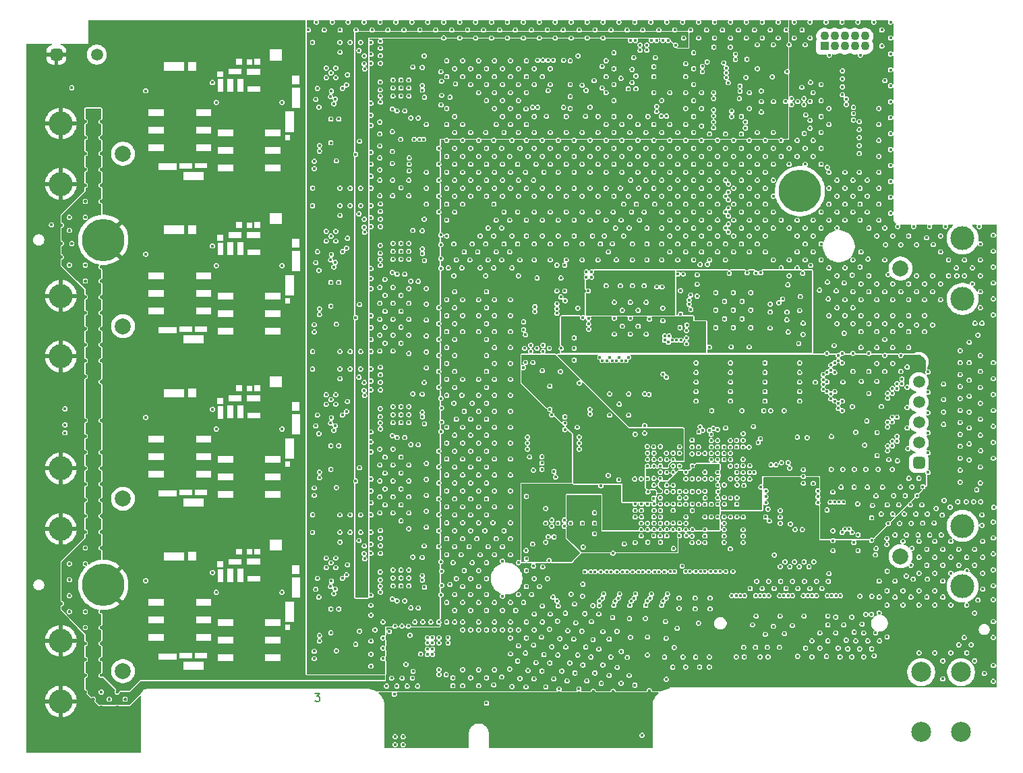
<source format=gbr>
%TF.GenerationSoftware,KiCad,Pcbnew,9.0.3*%
%TF.CreationDate,2025-09-21T22:43:26-04:00*%
%TF.ProjectId,Thunderscope_Rev5.2,5468756e-6465-4727-9363-6f70655f5265,rev?*%
%TF.SameCoordinates,Original*%
%TF.FileFunction,Copper,L3,Inr*%
%TF.FilePolarity,Positive*%
%FSLAX46Y46*%
G04 Gerber Fmt 4.6, Leading zero omitted, Abs format (unit mm)*
G04 Created by KiCad (PCBNEW 9.0.3) date 2025-09-21 22:43:26*
%MOMM*%
%LPD*%
G01*
G04 APERTURE LIST*
G04 Aperture macros list*
%AMRoundRect*
0 Rectangle with rounded corners*
0 $1 Rounding radius*
0 $2 $3 $4 $5 $6 $7 $8 $9 X,Y pos of 4 corners*
0 Add a 4 corners polygon primitive as box body*
4,1,4,$2,$3,$4,$5,$6,$7,$8,$9,$2,$3,0*
0 Add four circle primitives for the rounded corners*
1,1,$1+$1,$2,$3*
1,1,$1+$1,$4,$5*
1,1,$1+$1,$6,$7*
1,1,$1+$1,$8,$9*
0 Add four rect primitives between the rounded corners*
20,1,$1+$1,$2,$3,$4,$5,0*
20,1,$1+$1,$4,$5,$6,$7,0*
20,1,$1+$1,$6,$7,$8,$9,0*
20,1,$1+$1,$8,$9,$2,$3,0*%
G04 Aperture macros list end*
%ADD10C,0.200000*%
%TA.AperFunction,NonConductor*%
%ADD11C,0.200000*%
%TD*%
%TA.AperFunction,ComponentPad*%
%ADD12C,2.000000*%
%TD*%
%TA.AperFunction,ComponentPad*%
%ADD13C,3.000000*%
%TD*%
%TA.AperFunction,ComponentPad*%
%ADD14R,1.090000X1.090000*%
%TD*%
%TA.AperFunction,ComponentPad*%
%ADD15C,1.090000*%
%TD*%
%TA.AperFunction,ComponentPad*%
%ADD16C,2.500000*%
%TD*%
%TA.AperFunction,ComponentPad*%
%ADD17RoundRect,0.375000X-0.375000X-0.375000X0.375000X-0.375000X0.375000X0.375000X-0.375000X0.375000X0*%
%TD*%
%TA.AperFunction,ComponentPad*%
%ADD18C,1.500000*%
%TD*%
%TA.AperFunction,ComponentPad*%
%ADD19C,5.300000*%
%TD*%
%TA.AperFunction,ComponentPad*%
%ADD20RoundRect,0.375000X0.375000X-0.375000X0.375000X0.375000X-0.375000X0.375000X-0.375000X-0.375000X0*%
%TD*%
%TA.AperFunction,ViaPad*%
%ADD21C,0.406400*%
%TD*%
G04 APERTURE END LIST*
D10*
D11*
X123575530Y-142320819D02*
X124194577Y-142320819D01*
X124194577Y-142320819D02*
X123861244Y-142701771D01*
X123861244Y-142701771D02*
X124004101Y-142701771D01*
X124004101Y-142701771D02*
X124099339Y-142749390D01*
X124099339Y-142749390D02*
X124146958Y-142797009D01*
X124146958Y-142797009D02*
X124194577Y-142892247D01*
X124194577Y-142892247D02*
X124194577Y-143130342D01*
X124194577Y-143130342D02*
X124146958Y-143225580D01*
X124146958Y-143225580D02*
X124099339Y-143273200D01*
X124099339Y-143273200D02*
X124004101Y-143320819D01*
X124004101Y-143320819D02*
X123718387Y-143320819D01*
X123718387Y-143320819D02*
X123623149Y-143273200D01*
X123623149Y-143273200D02*
X123575530Y-143225580D01*
D12*
%TO.N,/CH3/BNC_IN*%
%TO.C,J1002_3*%
X99476095Y-117878600D03*
D13*
%TO.N,GND*%
X91676095Y-121678600D03*
X91676095Y-114078600D03*
%TD*%
D12*
%TO.N,/CH2/BNC_IN*%
%TO.C,J1002_2*%
X99476095Y-96228600D03*
D13*
%TO.N,GND*%
X91676095Y-100028600D03*
X91676095Y-92428600D03*
%TD*%
D12*
%TO.N,/CH4/BNC_IN*%
%TO.C,J1002_4*%
X99476095Y-139528600D03*
D13*
%TO.N,GND*%
X91676095Y-143328600D03*
X91676095Y-135728600D03*
%TD*%
D14*
%TO.N,GND*%
%TO.C,J3*%
X187561095Y-61088600D03*
D15*
X187561095Y-59818600D03*
%TO.N,/TS-PCIe Components/REFINOUT2*%
X188831095Y-61088600D03*
%TO.N,GND*%
X188831095Y-59818600D03*
X190101095Y-61088600D03*
X190101095Y-59818600D03*
%TO.N,/TS-PCIe Components/SYNC2*%
X191371095Y-61088600D03*
%TO.N,GND*%
X191371095Y-59818600D03*
X192641095Y-61088600D03*
X192641095Y-59818600D03*
%TD*%
D12*
%TO.N,/TS-USB4 Components/SYNC1*%
%TO.C,J2*%
X197101095Y-125103600D03*
D13*
%TO.N,GND*%
X204901095Y-121303600D03*
X204901095Y-128903600D03*
%TD*%
D12*
%TO.N,/CH1/BNC_IN*%
%TO.C,J1002_1*%
X99476095Y-74578600D03*
D13*
%TO.N,GND*%
X91676095Y-78378600D03*
X91676095Y-70778600D03*
%TD*%
D16*
%TO.N,GND*%
%TO.C,J11*%
X199701095Y-147153600D03*
X204701095Y-147153600D03*
X199701095Y-139653600D03*
X204701095Y-139653600D03*
%TD*%
D12*
%TO.N,/TS-USB4 Components/REFINOUT1*%
%TO.C,J1*%
X197101095Y-89003600D03*
D13*
%TO.N,GND*%
X204901095Y-85203600D03*
X204901095Y-92803600D03*
%TD*%
D17*
%TO.N,GND*%
%TO.C,J4*%
X91111095Y-62153600D03*
D18*
%TO.N,Net-(J4-Pad2)*%
X96191095Y-62153600D03*
%TD*%
D19*
%TO.N,GND*%
%TO.C,SO2*%
X97001095Y-85403600D03*
%TD*%
D20*
%TO.N,/FPGA/TMS*%
%TO.C,J5*%
X199401095Y-113403600D03*
D18*
%TO.N,/FPGA/TDI*%
X199401095Y-110863600D03*
%TO.N,/FPGA/TDO*%
X199401095Y-108323600D03*
%TO.N,/FPGA/TCK*%
X199401095Y-105783600D03*
%TO.N,GND*%
X199401095Y-103243600D03*
%TO.N,+3V3*%
X199401095Y-100703600D03*
%TD*%
D19*
%TO.N,GND*%
%TO.C,SO1*%
X184476095Y-79278600D03*
%TD*%
%TO.N,GND*%
%TO.C,SO3*%
X97001095Y-128703600D03*
%TD*%
D21*
%TO.N,/ADC/+1V8A*%
X157926095Y-92478600D03*
X167701095Y-89678600D03*
X167251095Y-94528600D03*
X157936658Y-93138081D03*
X168351095Y-89678600D03*
%TO.N,/ADC/+1V8D*%
X167255863Y-95544072D03*
X157926095Y-95283610D03*
X157936658Y-95943091D03*
%TO.N,/VCM*%
X137336695Y-108487379D03*
X137336695Y-128987379D03*
X137336695Y-87987379D03*
X137336695Y-67487379D03*
X160126095Y-91153600D03*
%TO.N,/FPGA/MGT_TX0_N*%
X166745943Y-127047870D03*
%TO.N,/FPGA/MGT_TX0_P*%
X166212543Y-127047870D03*
%TO.N,/FPGA/MGT_TX1_N*%
X164745943Y-127047870D03*
%TO.N,/FPGA/MGT_TX1_P*%
X164212543Y-127047870D03*
%TO.N,/FPGA/MGT_TX2_N*%
X162745943Y-127047870D03*
%TO.N,/FPGA/MGT_TX2_P*%
X162212543Y-127047870D03*
%TO.N,/FPGA/MGT_TX3_N*%
X160745943Y-127047870D03*
%TO.N,/FPGA/MGT_TX3_P*%
X160212543Y-127047870D03*
%TO.N,/Clock Generator/ADC_CLK_R_P*%
X170551844Y-92935280D03*
%TO.N,/Clock Generator/ADC_CLK_R_N*%
X170551844Y-93471900D03*
%TO.N,/ACQ and FE Voltage Regs/+5V_R_PGA*%
X134351095Y-72778600D03*
%TO.N,Net-(U18H-VCCADC_0)*%
X170154535Y-116963600D03*
%TO.N,Net-(U20-FB)*%
X180176095Y-120178600D03*
%TO.N,/CH4/OPA_OUT*%
X126276095Y-136978600D03*
X126576095Y-131728600D03*
%TO.N,/TRIM_1*%
X154796106Y-68753600D03*
X131801095Y-68103600D03*
%TO.N,/TRIM_2*%
X131801095Y-88603600D03*
X151546106Y-68753600D03*
%TO.N,/TRIM_3*%
X150896106Y-68753600D03*
X131801095Y-109103600D03*
%TO.N,/TRIM_4*%
X131801095Y-129603600D03*
X154796106Y-62853600D03*
%TO.N,/CH4/PGA_BIAS*%
X131776095Y-128078600D03*
%TO.N,+2V5*%
X150426095Y-102853600D03*
X151926095Y-102853600D03*
X167731339Y-113753600D03*
X164541095Y-113783600D03*
X168951095Y-109653600D03*
X166169426Y-110553600D03*
X152676095Y-102853600D03*
X166131095Y-117028600D03*
X151176095Y-102853600D03*
X169351095Y-112953600D03*
X163721095Y-111303600D03*
%TO.N,Net-(D1000_1-K)*%
X102333605Y-66677470D03*
%TO.N,/CH4/OUT_R_N*%
X137076095Y-128098600D03*
%TO.N,/CH4/OUT_R_P*%
X137055645Y-127525600D03*
%TO.N,/FPGA/TCK*%
X167771095Y-118547769D03*
%TO.N,/FPGA/TDI*%
X175771095Y-117798800D03*
%TO.N,/FPGA/TMS*%
X176541095Y-118573600D03*
%TO.N,/FPGA/TDO*%
X176571095Y-117773600D03*
%TO.N,AGND*%
X171751095Y-116978600D03*
X170951095Y-116978600D03*
%TO.N,+3V3*%
X172534779Y-111384431D03*
X181051095Y-109617350D03*
X178076095Y-112903600D03*
X157942015Y-103373600D03*
X166931095Y-116943600D03*
X174931095Y-113773600D03*
X194901095Y-121028600D03*
X187451095Y-122528600D03*
X164771095Y-103063600D03*
X180001095Y-110817350D03*
X171501095Y-106828600D03*
X174961095Y-115363600D03*
X194251095Y-121028600D03*
X180401094Y-109617350D03*
X175761095Y-116173600D03*
X174934779Y-110584431D03*
X176591095Y-109733600D03*
X167745388Y-115377893D03*
X178151095Y-106828600D03*
X166226095Y-108228600D03*
X177356802Y-118577893D03*
X174376095Y-106803600D03*
X180001095Y-110167350D03*
X182451095Y-109053600D03*
X183026095Y-109053600D03*
%TO.N,+1V8*%
X166957395Y-116103600D03*
X150126095Y-120078600D03*
X150676095Y-120478600D03*
X172551095Y-113753600D03*
X155551095Y-124378600D03*
X155551095Y-125028600D03*
X169334779Y-114584431D03*
X151326095Y-120478600D03*
X154901095Y-124378600D03*
X154901095Y-125028600D03*
X171751095Y-113753600D03*
X174141095Y-113763600D03*
X150126095Y-119428600D03*
%TO.N,+1V2_MGT*%
X156031076Y-117788599D03*
X158281076Y-117788599D03*
X160976095Y-123128600D03*
X156781076Y-117788599D03*
X165401095Y-124133600D03*
X163769426Y-122582416D03*
X167001095Y-124133601D03*
X157531076Y-117788599D03*
X168481095Y-122513600D03*
X168567411Y-123347769D03*
X160976095Y-122453600D03*
%TO.N,+1V0*%
X182001095Y-126403600D03*
X183201095Y-126403600D03*
X170951095Y-119353600D03*
X171751095Y-118578600D03*
X170151094Y-118578600D03*
X185601095Y-126403600D03*
X183801095Y-125803600D03*
X185001095Y-125803600D03*
X171751095Y-115378600D03*
X173351095Y-120163600D03*
X173351095Y-115378599D03*
X167751095Y-116175160D03*
X182601095Y-125803600D03*
X170151095Y-115378600D03*
X174161095Y-116143600D03*
X169351095Y-117778601D03*
X174171095Y-116993600D03*
X174951093Y-120163600D03*
X184401095Y-126403600D03*
X174951094Y-120963600D03*
X186201095Y-125803600D03*
X168571095Y-118553600D03*
X176551094Y-120163600D03*
X173351095Y-118578600D03*
X170160155Y-117767526D03*
X168551095Y-116978600D03*
%TO.N,+1V0_MGT*%
X166151095Y-120953600D03*
X166967411Y-120963600D03*
X167767411Y-120953600D03*
X165351095Y-120963600D03*
%TO.N,-5V*%
X125551095Y-108403600D03*
X126151095Y-129228600D03*
X127676095Y-64678600D03*
X123501095Y-117453600D03*
X173631093Y-71333619D03*
X125951095Y-88803600D03*
X125551095Y-67403600D03*
X127676095Y-126178600D03*
X125951095Y-109303600D03*
X126151095Y-67728600D03*
X126151095Y-108728600D03*
X123501095Y-76453600D03*
X123501095Y-96953600D03*
X173631093Y-69083619D03*
X127676095Y-105678600D03*
X125551095Y-87903600D03*
X127676095Y-85178600D03*
X123501095Y-137953600D03*
X125951095Y-68303600D03*
X125551095Y-128903600D03*
X173631093Y-69833619D03*
X125951095Y-129803600D03*
X167273617Y-60368598D03*
X167923617Y-60368598D03*
X126151095Y-88228600D03*
X173631093Y-70583619D03*
%TO.N,+VBIAS*%
X129826095Y-84428600D03*
X129826095Y-104928600D03*
X161991072Y-65113621D03*
X129826095Y-125428600D03*
X129826095Y-63928600D03*
%TO.N,+3V3_PGA*%
X137226095Y-72778600D03*
X135626095Y-90578600D03*
X159626095Y-66328600D03*
X135626095Y-111078600D03*
X135626095Y-70078600D03*
X135626095Y-131578600D03*
X159626095Y-63628600D03*
X136716105Y-72778600D03*
X93051095Y-66303600D03*
%TO.N,+1V8APLL*%
X179351095Y-98828600D03*
X178384472Y-89533786D03*
X177101095Y-98828600D03*
X177051095Y-89503600D03*
X174351095Y-89553600D03*
X171501095Y-94453600D03*
X171501095Y-93756043D03*
X174351095Y-98828600D03*
X171501095Y-95203600D03*
X185576095Y-97278600D03*
%TO.N,+5V3*%
X182851095Y-64283600D03*
X195151095Y-65403600D03*
X175741075Y-61193600D03*
%TO.N,-VBIAS*%
X129176095Y-67728600D03*
X129176095Y-129228600D03*
X129176095Y-108728600D03*
X169783618Y-60938598D03*
X129176095Y-88228600D03*
%TO.N,/Front End Trim and Bias/TRIM_SCL*%
X176534779Y-113773600D03*
%TO.N,/Front End Trim and Bias/TRIM_SCL_5V*%
X152846106Y-62853600D03*
X157126095Y-65978600D03*
%TO.N,/Front End Trim and Bias/TRIM_SDA*%
X178171095Y-113743600D03*
%TO.N,/Front End Trim and Bias/TRIM_SDA_5V*%
X152196106Y-62853600D03*
X157626095Y-66628600D03*
%TO.N,Net-(D1000_2-K)*%
X102333605Y-87177470D03*
%TO.N,Net-(D1000_3-K)*%
X102333605Y-107677470D03*
%TO.N,Net-(D1000_4-K)*%
X102333605Y-128177470D03*
%TO.N,/ADC/ADC_CSn*%
X155001095Y-93028600D03*
X177334779Y-110563600D03*
%TO.N,/ADC/ADC_RSTn*%
X156576095Y-93953600D03*
%TO.N,/ADC/ADC_PD*%
X157201095Y-95153600D03*
%TO.N,/FPGA/MGT_RX0_N*%
X174437048Y-127032880D03*
X167741095Y-122553600D03*
%TO.N,/FPGA/MGT_RX0_P*%
X167738595Y-121753600D03*
X173903648Y-127032880D03*
%TO.N,/FPGA/MGT_RX1_N*%
X164528595Y-122553600D03*
X172537048Y-127032880D03*
%TO.N,/FPGA/MGT_RX1_P*%
X172003648Y-127032880D03*
X164538595Y-121753600D03*
%TO.N,/FPGA/MGT_RX2_N*%
X170645943Y-127032880D03*
X166121095Y-122546100D03*
%TO.N,/FPGA/MGT_RX2_P*%
X170112543Y-127032880D03*
X166138595Y-121753600D03*
%TO.N,/FPGA/MGT_RX3_N*%
X168745943Y-127032880D03*
X169338595Y-122536100D03*
%TO.N,/FPGA/MGT_RX3_P*%
X169338595Y-121743600D03*
X168212543Y-127032880D03*
%TO.N,Net-(U7-RSTN)*%
X179551095Y-89528600D03*
%TO.N,/Clock Generator/PLL_RSTn*%
X196676095Y-110653600D03*
X174934779Y-112984431D03*
%TO.N,/FPGA/FPGA IO Banks/PLL_SCL*%
X181826095Y-93278600D03*
X195476095Y-111853600D03*
X176541295Y-114577600D03*
%TO.N,/FPGA/FPGA IO Banks/PLL_SDA*%
X182301095Y-92828600D03*
X176561095Y-115373600D03*
X196076095Y-111253600D03*
%TO.N,+1V8_ACQ*%
X171626095Y-98428600D03*
X172326095Y-98428600D03*
X156336084Y-97078600D03*
X156336084Y-96478600D03*
X155031076Y-95838599D03*
X155631076Y-95838599D03*
X170926095Y-98428600D03*
%TO.N,/Clock Generator/AC0*%
X180751095Y-93453600D03*
%TO.N,/Clock Generator/TEST*%
X180751095Y-94453600D03*
%TO.N,Net-(U18D-INIT_B_0)*%
X176599138Y-116165557D03*
%TO.N,Net-(U18D-PROGRAM_B_0)*%
X174967395Y-116156004D03*
%TO.N,/TERM_1*%
X175501095Y-80378600D03*
X173334779Y-112984431D03*
%TO.N,/TERM_2*%
X175501095Y-84403600D03*
X171731095Y-112201200D03*
%TO.N,/TERM_3*%
X171789883Y-109509900D03*
%TO.N,/TERM_4*%
X178719557Y-114578838D03*
%TO.N,/ATTEN_1*%
X175501095Y-79378600D03*
X174134779Y-110584431D03*
%TO.N,/ATTEN_2*%
X175501095Y-82403600D03*
X173334779Y-111384431D03*
%TO.N,/ATTEN_3*%
X172273578Y-109285050D03*
%TO.N,/ATTEN_4*%
X178171095Y-115413600D03*
%TO.N,/PGA_CSn_1*%
X133301095Y-68963600D03*
X174934779Y-111384431D03*
X195476095Y-105253600D03*
%TO.N,/PGA_CSn_2*%
X133301095Y-89463600D03*
X173334779Y-110584431D03*
X175501095Y-81403600D03*
%TO.N,/PGA_CSn_3*%
X175734779Y-110584431D03*
X133301095Y-109963600D03*
%TO.N,/PGA_CSn_4*%
X177371095Y-115383600D03*
X133301095Y-130463600D03*
%TO.N,/CH4/BUF_R_BIAS*%
X125649385Y-128226890D03*
%TO.N,/DC_CPL_1*%
X175501095Y-78378600D03*
X125576095Y-73203600D03*
X174134779Y-111384431D03*
%TO.N,/DC_CPL_2*%
X173334779Y-112184431D03*
X175501095Y-83403600D03*
X125576095Y-93703600D03*
%TO.N,/DC_CPL_3*%
X174144695Y-109200212D03*
X125576095Y-114203600D03*
%TO.N,/DC_CPL_4*%
X178151183Y-114585200D03*
X125576095Y-134703600D03*
%TO.N,/ADC/ADC_SDATA*%
X153951095Y-94053600D03*
X175734779Y-111384431D03*
%TO.N,/ADC/ADC_SCLK*%
X177331095Y-111383600D03*
X153951095Y-94608403D03*
%TO.N,GND*%
X113701095Y-89383600D03*
X150266100Y-110153599D03*
X206126095Y-90903600D03*
X133626095Y-133878600D03*
X140126095Y-120903600D03*
X166951095Y-117763600D03*
X171301095Y-130353600D03*
X113081095Y-75266100D03*
X192126095Y-86903600D03*
X108301105Y-90578600D03*
X170126095Y-68903600D03*
X195391095Y-122873600D03*
X156726095Y-141753600D03*
X166932764Y-121753600D03*
X126715705Y-140403600D03*
X152556076Y-123343599D03*
X188126095Y-80903600D03*
X99751096Y-79553600D03*
X162911073Y-66428600D03*
X122031095Y-122103590D03*
X104049095Y-84103600D03*
X101451095Y-69753590D03*
X144126095Y-76903600D03*
X89751095Y-83253600D03*
X148326095Y-88903600D03*
X144926095Y-121903600D03*
X164401070Y-60943600D03*
X205126095Y-89903600D03*
X185976095Y-137728600D03*
X146126095Y-116903600D03*
X192126095Y-90903600D03*
X90251095Y-105553600D03*
X130615705Y-118403600D03*
X96751095Y-124053600D03*
X155751074Y-60053600D03*
X131126095Y-134353600D03*
X170151095Y-114553600D03*
X179126095Y-75903600D03*
X134376095Y-120653600D03*
X139501095Y-67253600D03*
X145126095Y-117903600D03*
X144326095Y-88903600D03*
X89751095Y-133053600D03*
X158126095Y-68728600D03*
X106751050Y-59053600D03*
X158626095Y-65403600D03*
X207126095Y-115903600D03*
X105926085Y-106103600D03*
X193026095Y-87803600D03*
X163126095Y-71903600D03*
X91751096Y-85853620D03*
X92751096Y-94553600D03*
X113511095Y-104623600D03*
X159426095Y-85903600D03*
X156126095Y-84903600D03*
X146751070Y-59053600D03*
X177201095Y-106828600D03*
X138126095Y-133353600D03*
X152076095Y-114203600D03*
X174134779Y-112184431D03*
X114051095Y-122963600D03*
X194376095Y-70903600D03*
X98751096Y-98553600D03*
X108091095Y-73828600D03*
X115381095Y-61523600D03*
X131801095Y-124728600D03*
X99751096Y-143053600D03*
X165248619Y-60943598D03*
X153076095Y-138503600D03*
X141126095Y-99903600D03*
X200413413Y-124229630D03*
X142126095Y-141353600D03*
X111876095Y-82603382D03*
X92401095Y-64753600D03*
X108781095Y-81103590D03*
X89501095Y-115053600D03*
X92751095Y-126053600D03*
X208751095Y-126803600D03*
X103701095Y-118366100D03*
X147326095Y-121903600D03*
X180552598Y-130051806D03*
X91751095Y-75753600D03*
X137051095Y-104753600D03*
X134376095Y-86828600D03*
X202501095Y-103503600D03*
X158526095Y-142053600D03*
X166921095Y-122549707D03*
X186126095Y-72903600D03*
X148126095Y-78903600D03*
X142126095Y-72903600D03*
X105876115Y-93203600D03*
X105876115Y-115928600D03*
X150776095Y-129903600D03*
X194026095Y-117528600D03*
X125001095Y-63828590D03*
X202126095Y-86903600D03*
X126713695Y-101598380D03*
X133376095Y-111653600D03*
X90512500Y-87292196D03*
X184426095Y-94253600D03*
X100401095Y-136703600D03*
X139151096Y-135978600D03*
X97751046Y-58053600D03*
X168863629Y-60938598D03*
X108886115Y-87471700D03*
X146126095Y-133353600D03*
X153291095Y-107353600D03*
X94751095Y-120053600D03*
X104051095Y-140403600D03*
X99751095Y-103053600D03*
X92751095Y-140053600D03*
X123283705Y-99398390D03*
X196126095Y-84903600D03*
X120141005Y-105103600D03*
X139151096Y-135328600D03*
X120783695Y-78898390D03*
X166473619Y-60368598D03*
X182476095Y-106828600D03*
X111581085Y-77466100D03*
X133286485Y-71803600D03*
X159344387Y-100127183D03*
X147026095Y-73903600D03*
X169126095Y-79903600D03*
X159926095Y-84903600D03*
X166126095Y-66903600D03*
X173101095Y-137753600D03*
X99751095Y-99403600D03*
X89751095Y-89553600D03*
X171376095Y-127032880D03*
X140126095Y-64903600D03*
X107521095Y-127753600D03*
X130611095Y-90253590D03*
X145326095Y-83903600D03*
X179126095Y-77903600D03*
X160926095Y-85880615D03*
X145126095Y-65903600D03*
X188126095Y-88903600D03*
X89751095Y-125053600D03*
X182126095Y-74903600D03*
X173267200Y-127032880D03*
X135651095Y-148753600D03*
X163767411Y-118547769D03*
X208751095Y-140803600D03*
X151026095Y-77903600D03*
X120781095Y-122103590D03*
X207126095Y-87903600D03*
X102826105Y-77378600D03*
X133376095Y-117653600D03*
X92751096Y-96553600D03*
X126201095Y-85528590D03*
X137576095Y-99453600D03*
X153501095Y-62853600D03*
X190126095Y-82903600D03*
X117581125Y-77466100D03*
X163169145Y-95228600D03*
X157176095Y-130103600D03*
X105926085Y-126603600D03*
X91751095Y-87553600D03*
X178126095Y-68903600D03*
X119751095Y-130163600D03*
X161126095Y-69903600D03*
X96751096Y-96553600D03*
X123281105Y-101603590D03*
X106501085Y-118366100D03*
X129313695Y-81098380D03*
X117821015Y-108616100D03*
X99751095Y-121053600D03*
X133286485Y-74303600D03*
X160726095Y-137753600D03*
X187909592Y-130051806D03*
X199148682Y-117503600D03*
X89501095Y-69803600D03*
X113081095Y-95766100D03*
X117283705Y-78898390D03*
X191126095Y-87903600D03*
X116971095Y-125123600D03*
X153331076Y-120578599D03*
X173101095Y-139003600D03*
X144326095Y-124903600D03*
X117621095Y-127933600D03*
X206826095Y-97353600D03*
X131726095Y-75103600D03*
X142326095Y-126903600D03*
X200126095Y-90903600D03*
X188126095Y-94903600D03*
X99751095Y-123053600D03*
X126715705Y-78903600D03*
X140126095Y-114903600D03*
X182126095Y-88903600D03*
X91751095Y-95553600D03*
X170176095Y-120963600D03*
X116031095Y-60603590D03*
X115986125Y-92028610D03*
X115851095Y-63623600D03*
X193476095Y-120278600D03*
X104376105Y-70503600D03*
X172126095Y-82903600D03*
X102749095Y-82598380D03*
X112361095Y-126453600D03*
X150126095Y-126903600D03*
X133376095Y-97353600D03*
X115851095Y-126453600D03*
X116351095Y-81963600D03*
X96751096Y-76553600D03*
X100751098Y-144053600D03*
X172551096Y-118578600D03*
X164401070Y-61593600D03*
X159226095Y-136753600D03*
X106651105Y-112578600D03*
X106961095Y-70103600D03*
X115851095Y-105953600D03*
X114731095Y-84123600D03*
X206413413Y-132229630D03*
X131726095Y-76603600D03*
X185751089Y-60053600D03*
X107401095Y-62483600D03*
X199413413Y-129429630D03*
X151126095Y-132353600D03*
X124151095Y-74253600D03*
X108091095Y-114828600D03*
X106501085Y-97866100D03*
X107376125Y-113703600D03*
X109551095Y-129603600D03*
X106961095Y-131603600D03*
X180091095Y-100828600D03*
X148126095Y-98903600D03*
X118981095Y-87583600D03*
X170951095Y-118553600D03*
X170126095Y-66903600D03*
X192276095Y-133628600D03*
X153006076Y-99003599D03*
X174151095Y-115378600D03*
X154126095Y-78903600D03*
X114581105Y-118466100D03*
X165126095Y-73903600D03*
X192026095Y-82903600D03*
X177358597Y-120176100D03*
X107521095Y-66253600D03*
X98751095Y-114053600D03*
X136551095Y-90604200D03*
X108901095Y-123988602D03*
X121426095Y-62303600D03*
X164126095Y-72903600D03*
X191051095Y-106328600D03*
X201413413Y-123229630D03*
X174138595Y-117766100D03*
X147126095Y-67903600D03*
X98751096Y-76553600D03*
X171126095Y-79903600D03*
X208751095Y-86803600D03*
X184126095Y-82903600D03*
X188126095Y-82903600D03*
X109751052Y-58053600D03*
X104251095Y-139477480D03*
X134376095Y-116653600D03*
X194126095Y-98903600D03*
X114731095Y-105953600D03*
X149126095Y-89903600D03*
X96751095Y-136053600D03*
X132376095Y-114653600D03*
X91751095Y-140653600D03*
X194751094Y-61053600D03*
X136751065Y-59053600D03*
X120783695Y-140398390D03*
X120141085Y-76291100D03*
X129101105Y-102628590D03*
X151026095Y-145653600D03*
X118651095Y-90841100D03*
X148126095Y-106903600D03*
X179126095Y-71903600D03*
X152126095Y-72903600D03*
X110121095Y-134213600D03*
X110176095Y-63603600D03*
X168676095Y-136553600D03*
X191751093Y-58053600D03*
X88751095Y-98553600D03*
X128013695Y-101598380D03*
X88751095Y-96553600D03*
X107521095Y-126591100D03*
X143026095Y-87903600D03*
X180126095Y-86903600D03*
X146326095Y-122903600D03*
X126201095Y-125328590D03*
X147126095Y-63903600D03*
X161326095Y-83903600D03*
X156751075Y-59053600D03*
X91751095Y-67753600D03*
X114731095Y-82613600D03*
X164326095Y-82903600D03*
X110033695Y-119898390D03*
X147026095Y-83903600D03*
X137701095Y-137428600D03*
X120651095Y-74878600D03*
X145126095Y-79903600D03*
X94751096Y-82553600D03*
X94751095Y-116053600D03*
X155576095Y-138503600D03*
X141126095Y-97903600D03*
X207626095Y-139803600D03*
X128701095Y-115653600D03*
X111051095Y-84198600D03*
X123676095Y-88253600D03*
X133926095Y-143553600D03*
X131726095Y-111653600D03*
X187126095Y-73903600D03*
X97751096Y-91553600D03*
X126726095Y-82328600D03*
X115356095Y-135641100D03*
X87751095Y-81753600D03*
X208753000Y-133303600D03*
X114783695Y-99398390D03*
X171126095Y-73903600D03*
X149026095Y-85903600D03*
X147126095Y-130103600D03*
X188126095Y-78903600D03*
X98751045Y-61053601D03*
X98751095Y-110053600D03*
X130611095Y-132503600D03*
X100023887Y-69853600D03*
X191926095Y-76903600D03*
X175761095Y-102028600D03*
X95751099Y-149053600D03*
X94751095Y-138053600D03*
X92751095Y-138053600D03*
X201413413Y-131229630D03*
X94751096Y-70553600D03*
X146026095Y-72903600D03*
X130611095Y-71003600D03*
X133376095Y-65328600D03*
X170126095Y-70903600D03*
X115871105Y-67118600D03*
X120141085Y-117291100D03*
X185126095Y-60903600D03*
X152326095Y-76903600D03*
X127551095Y-65928600D03*
X113081095Y-136766100D03*
X149126095Y-71903600D03*
X142126095Y-96903600D03*
X200551095Y-109603600D03*
X170126095Y-64903600D03*
X145751070Y-58053600D03*
X133751064Y-58053600D03*
X148126095Y-108903600D03*
X117581125Y-136766100D03*
X139401095Y-68453600D03*
X135815705Y-140403600D03*
X165361095Y-121763600D03*
X123501095Y-75528600D03*
X162976095Y-107398600D03*
X106961095Y-90603600D03*
X98251095Y-64253600D03*
X104331115Y-126616100D03*
X132926095Y-134553600D03*
X126726095Y-102828600D03*
X91751095Y-119053600D03*
X91751095Y-83553600D03*
X160576095Y-104728600D03*
X184826095Y-89603600D03*
X130615705Y-119903600D03*
X178126095Y-74903600D03*
X140051095Y-139953600D03*
X155626095Y-65903600D03*
X113701095Y-68883600D03*
X117501095Y-93353600D03*
X155126095Y-81903600D03*
X154126095Y-72903600D03*
X184431095Y-103228600D03*
X152326095Y-137453600D03*
X122001095Y-90028600D03*
X193476095Y-123103600D03*
X140901095Y-147753600D03*
X117001095Y-123613600D03*
X118596065Y-72841100D03*
X197276095Y-102853600D03*
X151126095Y-63903600D03*
X195851095Y-62053600D03*
X192476095Y-134728600D03*
X174921095Y-63178600D03*
X141126095Y-111903600D03*
X169126095Y-77903600D03*
X109726095Y-123603382D03*
X137051095Y-125253600D03*
X151751073Y-58053600D03*
X161126095Y-71903600D03*
X156326095Y-133453600D03*
X196076095Y-110653600D03*
X113081095Y-116266100D03*
X102876095Y-113703600D03*
X172226095Y-63618600D03*
X118981095Y-126623600D03*
X163611095Y-62513600D03*
X135376095Y-127828600D03*
X139126095Y-75903600D03*
X119681095Y-106773600D03*
X201413413Y-127229630D03*
X120141085Y-137791100D03*
X184751089Y-59053600D03*
X90751095Y-138053600D03*
X87751095Y-129703600D03*
X131726095Y-113653600D03*
X160526095Y-135503600D03*
X164126095Y-74903600D03*
X115621095Y-132163600D03*
X177126095Y-73903600D03*
X110301095Y-126573600D03*
X135376095Y-79853600D03*
X192026095Y-78903600D03*
X104049095Y-62098380D03*
X176126095Y-76903600D03*
X108876105Y-115938610D03*
X187879295Y-102028924D03*
X91751095Y-65753600D03*
X132126095Y-135353600D03*
X195126095Y-99903600D03*
X89551095Y-61753600D03*
X117581125Y-97966100D03*
X101451095Y-149053600D03*
X89501095Y-77753600D03*
X194376095Y-82903600D03*
X101475276Y-147048212D03*
X88751095Y-94553600D03*
X152126095Y-84903600D03*
X207126095Y-107903600D03*
X112361095Y-85453600D03*
X111581085Y-134541100D03*
X147326095Y-81903600D03*
X182526095Y-134803600D03*
X116971095Y-126453600D03*
X155326095Y-134453600D03*
X144126095Y-102903600D03*
X189126095Y-95903600D03*
X116991095Y-89263600D03*
X119176095Y-118466100D03*
X189126095Y-89903600D03*
X187976095Y-135728600D03*
X189026095Y-91803600D03*
X134376095Y-98353600D03*
X201126095Y-91903600D03*
X90751095Y-88553600D03*
X187126095Y-65903600D03*
X90751095Y-140053600D03*
X103701095Y-138866100D03*
X182751088Y-59053600D03*
X148126095Y-68903600D03*
X194376095Y-80903600D03*
X183526095Y-133803600D03*
X154751074Y-59053600D03*
X146126095Y-108903600D03*
X90751095Y-145653600D03*
X191276095Y-116428600D03*
X161776095Y-106013600D03*
X115986125Y-133028610D03*
X198526095Y-124103600D03*
X120141005Y-125603600D03*
X105951085Y-77977480D03*
X172541095Y-123373601D03*
X163126095Y-73903600D03*
X167476095Y-127047870D03*
X131776095Y-87853600D03*
X192026095Y-88803600D03*
X105101095Y-139477480D03*
X129776105Y-103303590D03*
X118321095Y-65123600D03*
X93751095Y-144653600D03*
X160555777Y-100127183D03*
X130615705Y-135753600D03*
X174941095Y-123353600D03*
X163226095Y-77903600D03*
X98751095Y-106053600D03*
X115986125Y-93028610D03*
X88751095Y-104553600D03*
X117821015Y-129116100D03*
X104051095Y-78903600D03*
X196076095Y-114203600D03*
X208751095Y-128803600D03*
X114581105Y-134541100D03*
X135376095Y-65328600D03*
X132376095Y-112653600D03*
X187226095Y-129153600D03*
X101451095Y-138903600D03*
X120783695Y-99398390D03*
X175126095Y-75903600D03*
X137576095Y-115453600D03*
X111581085Y-136766100D03*
X185126095Y-83903600D03*
X161626095Y-143378600D03*
X207326095Y-119903600D03*
X130613695Y-122098380D03*
X111221095Y-67203600D03*
X175901095Y-69903600D03*
X112311095Y-108073600D03*
X108781095Y-60603590D03*
X162126095Y-70903600D03*
X166483597Y-68638600D03*
X191126095Y-95903600D03*
X153126095Y-81903600D03*
X87751095Y-69753600D03*
X103551095Y-76253600D03*
X167126095Y-77903600D03*
X156026095Y-144503600D03*
X111281105Y-101603590D03*
X118981095Y-67083600D03*
X188626095Y-123153600D03*
X105101095Y-118977480D03*
X89751095Y-79553600D03*
X199308587Y-122429630D03*
X104376105Y-74928600D03*
X121443955Y-104285740D03*
X140901095Y-143353600D03*
X113081095Y-73041100D03*
X172126095Y-66903600D03*
X187126095Y-83903600D03*
X106651105Y-135303600D03*
X180191100Y-118392349D03*
X106651105Y-73803600D03*
X199887515Y-120954234D03*
X131801095Y-81828600D03*
X197951095Y-103888600D03*
X165169145Y-93228600D03*
X105951085Y-98477480D03*
X87751095Y-67753600D03*
X185826095Y-88603600D03*
X143126095Y-65903600D03*
X108751051Y-59053600D03*
X208751095Y-84803600D03*
X204576095Y-108303600D03*
X102749095Y-60598380D03*
X188976095Y-134728600D03*
X142751068Y-59053600D03*
X203413413Y-123229630D03*
X190026095Y-90803600D03*
X208751095Y-104803600D03*
X140126095Y-116903600D03*
X141126095Y-79903600D03*
X87751095Y-73753600D03*
X145126095Y-101903600D03*
X110576095Y-103103382D03*
X105151095Y-94303600D03*
X99751096Y-91553600D03*
X97751096Y-97553600D03*
X186976095Y-134728600D03*
X155626095Y-67403600D03*
X96751096Y-98553600D03*
X155026095Y-132253600D03*
X114581105Y-114041100D03*
X158681076Y-119628599D03*
X140301096Y-135978600D03*
X207126095Y-89903600D03*
X162169145Y-96228600D03*
X110081075Y-118466100D03*
X141126095Y-95903600D03*
X188626095Y-121903600D03*
X175761095Y-105628600D03*
X131726095Y-77903600D03*
X122031095Y-60603590D03*
X111051095Y-63698600D03*
X135376095Y-126828600D03*
X92751095Y-130053600D03*
X115291095Y-127223600D03*
X184851095Y-97253600D03*
X147126095Y-79903600D03*
X137051095Y-63753600D03*
X140126095Y-102903600D03*
X183751088Y-60053600D03*
X191726095Y-118528600D03*
X180091095Y-104428600D03*
X96751095Y-116053600D03*
X90751095Y-124053600D03*
X115851095Y-64953600D03*
X117326105Y-90053590D03*
X114581105Y-136766100D03*
X107401095Y-82983600D03*
X184126095Y-84903600D03*
X138351095Y-135328600D03*
X118981095Y-65123600D03*
X130615705Y-97903600D03*
X170163595Y-120166100D03*
X163401071Y-64003600D03*
X139126095Y-95903600D03*
X101451095Y-110753590D03*
X115381095Y-123023600D03*
X169126095Y-71903600D03*
X177126095Y-72103600D03*
X141751068Y-58053600D03*
X160126095Y-62903600D03*
X150901095Y-123578600D03*
X189126095Y-77903600D03*
X122101095Y-123128600D03*
X102826105Y-118378600D03*
X199126095Y-96078600D03*
X113081095Y-97966100D03*
X96751096Y-100553600D03*
X184126095Y-86903600D03*
X145701095Y-148753600D03*
X192011095Y-130103600D03*
X94751095Y-132053600D03*
X128013695Y-122098380D03*
X134376095Y-118653600D03*
X139381665Y-85987320D03*
X142126095Y-74903600D03*
X130615705Y-78903600D03*
X134501095Y-133878600D03*
X162126095Y-74903600D03*
X154026095Y-147053600D03*
X184431095Y-100828600D03*
X119751095Y-89163600D03*
X155126095Y-75903600D03*
X108886115Y-128471700D03*
X98751095Y-104053600D03*
X144126095Y-64903600D03*
X175126095Y-72103600D03*
X91751095Y-133053600D03*
X175751084Y-60053600D03*
X159476095Y-127047870D03*
X105926085Y-65103600D03*
X114051095Y-102463600D03*
X141126095Y-63903600D03*
X95701095Y-66953600D03*
X109551095Y-109103600D03*
X117283705Y-119898390D03*
X189801095Y-65178600D03*
X113511095Y-63623600D03*
X161726095Y-115503600D03*
X146126095Y-104903600D03*
X176956072Y-66093599D03*
X110031095Y-60603590D03*
X101449095Y-125098380D03*
X139381665Y-84787320D03*
X191976095Y-136728600D03*
X204576095Y-115803600D03*
X134376095Y-108328600D03*
X166963971Y-119363600D03*
X168126095Y-80903600D03*
X158681076Y-120953599D03*
X188829295Y-100832599D03*
X133865705Y-141403600D03*
X90512500Y-130592196D03*
X135376095Y-128828600D03*
X136401095Y-147753600D03*
X88751095Y-76753600D03*
X142126095Y-112903600D03*
X120781095Y-81103590D03*
X110601095Y-117303600D03*
X168751081Y-59053600D03*
X169751082Y-58053600D03*
X184326095Y-98399601D03*
X137576095Y-101453600D03*
X144126095Y-94903600D03*
X139126095Y-77903600D03*
X197571269Y-119803600D03*
X148026095Y-143003600D03*
X175167200Y-127032880D03*
X148126095Y-94903600D03*
X113856085Y-115141100D03*
X129776105Y-62303590D03*
X142126095Y-116903600D03*
X157951095Y-96603600D03*
X194851095Y-116428600D03*
X173201095Y-131703600D03*
X163426095Y-87903600D03*
X122001095Y-131028600D03*
X109116025Y-85578600D03*
X173751084Y-58053600D03*
X194151095Y-112478600D03*
X119176095Y-75253600D03*
X111751053Y-58053600D03*
X163836118Y-129837363D03*
X146326095Y-82903600D03*
X148776095Y-131903600D03*
X92751096Y-82553600D03*
X114751054Y-59053600D03*
X135376095Y-115653600D03*
X173908095Y-96403590D03*
X135326095Y-133878600D03*
X105349095Y-123598380D03*
X196676095Y-103453600D03*
X156176095Y-148453600D03*
X208751095Y-100803600D03*
X101451095Y-89003590D03*
X108926085Y-93203600D03*
X153126095Y-75903600D03*
X130613695Y-123598380D03*
X170776095Y-94128600D03*
X169524208Y-98003600D03*
X115381095Y-82023600D03*
X136126095Y-133353600D03*
X122001105Y-71913610D03*
X98601095Y-67753600D03*
X112751053Y-59053600D03*
X144126095Y-72903600D03*
X188976095Y-132728600D03*
X90751095Y-80553600D03*
X111581085Y-114041100D03*
X170226095Y-98428600D03*
X201413413Y-125229630D03*
X187926095Y-90703600D03*
X90751095Y-102553600D03*
X197078508Y-116420227D03*
X142126095Y-64903600D03*
X105151095Y-92078600D03*
X197701095Y-117503600D03*
X151126095Y-134353600D03*
X115621095Y-91163600D03*
X150076095Y-141503600D03*
X101449095Y-122098380D03*
X155726095Y-129853600D03*
X145126095Y-131903600D03*
X199413413Y-131229630D03*
X102751095Y-119903600D03*
X175008045Y-93103590D03*
X116351095Y-61463600D03*
X105876115Y-95428600D03*
X89751095Y-101553600D03*
X92751095Y-124053600D03*
X89751095Y-87553600D03*
X181126095Y-73903600D03*
X177126095Y-83903600D03*
X191476095Y-109528600D03*
X198126095Y-84903600D03*
X163926095Y-80903600D03*
X167676095Y-135403600D03*
X176476095Y-137731100D03*
X194413413Y-132229630D03*
X171126095Y-69903600D03*
X143126095Y-113903600D03*
X135376095Y-86828600D03*
X143126095Y-107903600D03*
X181909592Y-130053600D03*
X189126095Y-79903600D03*
X195476095Y-111253600D03*
X139381665Y-64287320D03*
X192751095Y-114203600D03*
X154951095Y-109203600D03*
X128751061Y-59053600D03*
X116971095Y-104623600D03*
X149731095Y-101423600D03*
X187879295Y-103228276D03*
X142126095Y-94903600D03*
X168601095Y-124133601D03*
X162051095Y-137053600D03*
X131726095Y-115653600D03*
X124076095Y-130228600D03*
X180126095Y-134903600D03*
X173401095Y-106828600D03*
X94751095Y-126053600D03*
X139126095Y-111903600D03*
X147126095Y-125703600D03*
X157526095Y-143053600D03*
X173126095Y-83903600D03*
X122001105Y-112913610D03*
X178126095Y-78903600D03*
X141126095Y-129903600D03*
X174126095Y-76903600D03*
X117321095Y-70553600D03*
X96751096Y-74553600D03*
X175231072Y-64418599D03*
X172551095Y-115378600D03*
X188151095Y-62203600D03*
X171431095Y-105628600D03*
X131726095Y-93353600D03*
X190976095Y-137728600D03*
X172126095Y-68903600D03*
X143126095Y-77903600D03*
X94751096Y-74553600D03*
X157482391Y-127047870D03*
X196413413Y-130229630D03*
X146126095Y-134353600D03*
X200551095Y-112138600D03*
X180091095Y-105628600D03*
X174991095Y-118553600D03*
X172126095Y-78903600D03*
X165126095Y-75903600D03*
X207126095Y-91903600D03*
X141126095Y-121903600D03*
X183751089Y-58053600D03*
X169126095Y-83903600D03*
X129315705Y-140403600D03*
X87751095Y-95553600D03*
X139126095Y-123903600D03*
X94751096Y-88553600D03*
X191476095Y-135728600D03*
X130613695Y-104228600D03*
X105101095Y-98477480D03*
X107751051Y-58053600D03*
X179490228Y-137731100D03*
X97751098Y-145053600D03*
X179126095Y-73903600D03*
X152126095Y-74903600D03*
X87751095Y-149503600D03*
X186552598Y-130053600D03*
X149076095Y-142503600D03*
X135876095Y-125203600D03*
X168126095Y-84903600D03*
X146026095Y-84903600D03*
X140126095Y-92903600D03*
X158681076Y-122278599D03*
X103551095Y-117253600D03*
X184901095Y-115092350D03*
X115291095Y-86223600D03*
X96751095Y-112053600D03*
X155681095Y-120953600D03*
X122101095Y-82128600D03*
X159126095Y-69903600D03*
X164126095Y-76903600D03*
X202126095Y-90903600D03*
X183126095Y-87903600D03*
X197951095Y-101348600D03*
X150026095Y-137253600D03*
X159726095Y-138753600D03*
X111071095Y-130193600D03*
X169126095Y-85903600D03*
X157126095Y-79903600D03*
X108783695Y-99398390D03*
X176108045Y-94203590D03*
X89501095Y-135053600D03*
X194376095Y-78903600D03*
X137576095Y-95453600D03*
X91751095Y-105553600D03*
X151651095Y-148753600D03*
X207176095Y-111853600D03*
X165126095Y-77903600D03*
X107401095Y-123343600D03*
X110576095Y-123603382D03*
X135376095Y-87828600D03*
X111581085Y-73041100D03*
X104376105Y-136428600D03*
X137576095Y-117453600D03*
X133376095Y-126828600D03*
X167126095Y-75903600D03*
X113561095Y-128573600D03*
X195544754Y-121004115D03*
X196701095Y-113124601D03*
X184901095Y-115942350D03*
X169476095Y-91753600D03*
X144126095Y-134353600D03*
X87751095Y-147053600D03*
X110081075Y-97966100D03*
X137751066Y-58053600D03*
X134376095Y-78853600D03*
X184526095Y-92503600D03*
X104051095Y-119903600D03*
X119106095Y-112091100D03*
X134376095Y-65328600D03*
X144126095Y-145653600D03*
X133326095Y-79853600D03*
X131801095Y-104228600D03*
X158101095Y-106678600D03*
X97751095Y-135053600D03*
X151076095Y-140503600D03*
X154576095Y-139503600D03*
X88751095Y-92553600D03*
X112361095Y-64953600D03*
X144126095Y-143353600D03*
X182651095Y-68028600D03*
X192126095Y-92903600D03*
X90751095Y-66553600D03*
X158026095Y-147053600D03*
X144751069Y-59053600D03*
X196126095Y-94903600D03*
X199901095Y-116386973D03*
X135376095Y-95353600D03*
X111051095Y-125198600D03*
X171126095Y-85903600D03*
X172226095Y-64268600D03*
X179126095Y-63903600D03*
X163116072Y-131269837D03*
X128701095Y-136153600D03*
X146126095Y-64903600D03*
X127551095Y-106928600D03*
X185726095Y-129153600D03*
X189651095Y-116428600D03*
X195851095Y-58053600D03*
X148126095Y-110903600D03*
X156076095Y-135503600D03*
X110031095Y-81103590D03*
X156026095Y-143053600D03*
X90751095Y-73053600D03*
X109201095Y-104603600D03*
X160126095Y-76903600D03*
X154101095Y-120953600D03*
X165576095Y-95353600D03*
X160026095Y-147053600D03*
X148126095Y-64903600D03*
X120141005Y-88353600D03*
X192601095Y-111153600D03*
X133215705Y-140403600D03*
X160626095Y-144378600D03*
X160126095Y-74903600D03*
X119681095Y-65773600D03*
X108901095Y-123348602D03*
X178308095Y-94203590D03*
X175126095Y-85903600D03*
X130613695Y-83728600D03*
X92751096Y-68553600D03*
X194126095Y-100903600D03*
X208751095Y-108803600D03*
X137576095Y-119453600D03*
X130611095Y-130003580D03*
X176956072Y-66743599D03*
X171751083Y-58053600D03*
X104251095Y-98477480D03*
X99751045Y-62053601D03*
X87749134Y-132256334D03*
X89401095Y-143053600D03*
X101449095Y-106098380D03*
X165276095Y-83903600D03*
X146026095Y-88903600D03*
X88751095Y-100553600D03*
X171431095Y-102028600D03*
X153126095Y-73903600D03*
X208751095Y-112803600D03*
X115621095Y-70663600D03*
X162751078Y-59053600D03*
X139151095Y-139343600D03*
X98751096Y-90553600D03*
X87751095Y-79753600D03*
X203413413Y-127229630D03*
X204576095Y-103803600D03*
X117621095Y-66433600D03*
X142326095Y-106903600D03*
X112381095Y-104688600D03*
X89751095Y-111053600D03*
X195851095Y-64053600D03*
X111581085Y-118466100D03*
X109881096Y-128713600D03*
X105151095Y-114803600D03*
X97651095Y-67853600D03*
X143326095Y-105903600D03*
X111876095Y-123603382D03*
X129176095Y-114003600D03*
X160026095Y-145653600D03*
X150126095Y-62903600D03*
X149026095Y-147053600D03*
X145126095Y-103903600D03*
X108886115Y-66971700D03*
X157126095Y-85903600D03*
X104049095Y-122098380D03*
X162926095Y-79903600D03*
X109726095Y-82603382D03*
X117001095Y-62113600D03*
X94751095Y-122053600D03*
X157126095Y-75903600D03*
X204576095Y-105303600D03*
X150126095Y-72903600D03*
X172821095Y-63063600D03*
X163401071Y-65643600D03*
X106961095Y-88603600D03*
X161476095Y-127047870D03*
X192126095Y-98903600D03*
X162427467Y-123555509D03*
X126726095Y-123328600D03*
X141126095Y-75903600D03*
X106961095Y-129603600D03*
X150101095Y-124378600D03*
X122001105Y-133413610D03*
X89751095Y-73753600D03*
X173126095Y-87903600D03*
X145126095Y-105903600D03*
X139126095Y-103903600D03*
X130615705Y-99403600D03*
X170201095Y-122503600D03*
X102736145Y-65128600D03*
X146126095Y-76903600D03*
X181151095Y-68028600D03*
X151026095Y-144253600D03*
X135401095Y-75103600D03*
X204413413Y-124229630D03*
X105351095Y-119903600D03*
X204301095Y-118253600D03*
X129101105Y-61628590D03*
X88751095Y-112053600D03*
X101449095Y-104598380D03*
X171126095Y-81903600D03*
X162026095Y-82903600D03*
X168126095Y-82903600D03*
X101451095Y-145053600D03*
X108886115Y-107971700D03*
X165276095Y-87903600D03*
X196076095Y-107653600D03*
X165116072Y-131269837D03*
X98751095Y-134053600D03*
X175761095Y-120158599D03*
X110176095Y-104603600D03*
X105349095Y-62098380D03*
X111581085Y-95766100D03*
X134376095Y-87828600D03*
X165751098Y-147053600D03*
X102736145Y-126628600D03*
X187126095Y-67903600D03*
X122031095Y-101603590D03*
X176151095Y-78903600D03*
X93751095Y-63753600D03*
X187976095Y-133728600D03*
X101449095Y-85598380D03*
X88751095Y-80753600D03*
X100401095Y-132053600D03*
X87751095Y-121053600D03*
X140126095Y-98903600D03*
X160576095Y-107398600D03*
X207126095Y-93903600D03*
X161426095Y-87903600D03*
X143126095Y-111903600D03*
X121651095Y-114878600D03*
X104376105Y-111503600D03*
X105876115Y-111503600D03*
X99751096Y-77553600D03*
X175126095Y-83903600D03*
X156131076Y-100478600D03*
X129176095Y-73003600D03*
X122101095Y-102628600D03*
X184431095Y-104428600D03*
X145126095Y-97903600D03*
X96751095Y-138053600D03*
X92751095Y-128053600D03*
X197413413Y-123229630D03*
X178126095Y-72903600D03*
X101451095Y-130003590D03*
X183191095Y-114042350D03*
X90512500Y-126803600D03*
X112361095Y-105953600D03*
X170951095Y-113753600D03*
X148126095Y-114903600D03*
X110576095Y-62103382D03*
X108901095Y-102848602D03*
X115731095Y-109863600D03*
X113511095Y-84123600D03*
X99751047Y-58053600D03*
X174751084Y-59053600D03*
X159126095Y-81903600D03*
X200551095Y-114578600D03*
X92751095Y-133553600D03*
X131801095Y-63228600D03*
X105876115Y-113703600D03*
X119681095Y-66433600D03*
X169367410Y-120947769D03*
X141126095Y-101903600D03*
X142126095Y-70903600D03*
X154951095Y-107603600D03*
X126201095Y-84328590D03*
X97751095Y-102203600D03*
X141126095Y-69903600D03*
X180126095Y-82903600D03*
X131726095Y-95353600D03*
X197126095Y-86009900D03*
X120141095Y-87453600D03*
X97751095Y-115053600D03*
X167058597Y-69863600D03*
X128013695Y-81098380D03*
X141126095Y-91903600D03*
X175126095Y-79903600D03*
X106961095Y-89603600D03*
X147326095Y-71903600D03*
X94751096Y-76553600D03*
X140301096Y-135328600D03*
X205089999Y-135303600D03*
X126715705Y-119903600D03*
X149126095Y-67903600D03*
X120141005Y-61603600D03*
X94751095Y-62753600D03*
X154126095Y-82903600D03*
X117621095Y-127273600D03*
X132376095Y-116653600D03*
X100451095Y-98553600D03*
X139126095Y-93903600D03*
X88751095Y-62753600D03*
X164169145Y-94228600D03*
X169126095Y-87903600D03*
X135376095Y-113653600D03*
X124151095Y-94053600D03*
X133376095Y-87828600D03*
X164926105Y-91153600D03*
X153751073Y-60053600D03*
X164176095Y-148453600D03*
X154226095Y-141753600D03*
X200551095Y-104518600D03*
X107401095Y-102843600D03*
X205351095Y-118253600D03*
X114581105Y-116266100D03*
X122001105Y-92413610D03*
X115986125Y-113528610D03*
X140536095Y-128643600D03*
X160751077Y-59053600D03*
X101451095Y-99403600D03*
X197126095Y-96078600D03*
X105151095Y-133078600D03*
X207176095Y-118253600D03*
X94751095Y-110053600D03*
X131726095Y-91353600D03*
X88751095Y-72753600D03*
X139381665Y-105287320D03*
X181901095Y-136528600D03*
X143126095Y-134353600D03*
X152126095Y-82903600D03*
X97751094Y-69853600D03*
X120141005Y-85723600D03*
X150266100Y-110903599D03*
X194413413Y-130229630D03*
X137301095Y-62303600D03*
X167476095Y-137753600D03*
X106501085Y-138866100D03*
X130613695Y-82598380D03*
X202413413Y-138229630D03*
X194126095Y-92903600D03*
X178126095Y-80903600D03*
X142126095Y-110903600D03*
X186126095Y-86903600D03*
X194676095Y-119803600D03*
X183126095Y-73903600D03*
X158426095Y-84903600D03*
X95751045Y-58053600D03*
X144126095Y-130903600D03*
X94751096Y-100553600D03*
X101451095Y-112003600D03*
X113856085Y-94641100D03*
X163826070Y-60368600D03*
X108901095Y-103488602D03*
X106401095Y-123598380D03*
X140326095Y-88903600D03*
X181126095Y-133903600D03*
X121651095Y-73878600D03*
X90751095Y-94553600D03*
X199413413Y-123229630D03*
X207413413Y-129229630D03*
X162326095Y-84903600D03*
X198526095Y-116403600D03*
X206676095Y-116753600D03*
X143326095Y-85903600D03*
X89501095Y-121053600D03*
X198323682Y-118653600D03*
X97751096Y-77553600D03*
X91751095Y-131053600D03*
X162978557Y-100127183D03*
X110081075Y-138966100D03*
X196751095Y-83713600D03*
X132551092Y-145503600D03*
X171431095Y-104428600D03*
X133376095Y-115653600D03*
X155126095Y-87903600D03*
X124151095Y-135053600D03*
X139126095Y-73903600D03*
X173126095Y-73903600D03*
X146326095Y-70903600D03*
X131776095Y-108353600D03*
X202501095Y-105428600D03*
X180126095Y-72903600D03*
X130613695Y-62098380D03*
X124151095Y-135753600D03*
X161169145Y-93228600D03*
X187126095Y-87903600D03*
X110601095Y-137803600D03*
X170934779Y-122584431D03*
X184431095Y-105628600D03*
X124076095Y-68728600D03*
X149126095Y-134353600D03*
X131801095Y-82778600D03*
X116033695Y-78898390D03*
X137576095Y-121453600D03*
X132551092Y-144203600D03*
X191126095Y-77903600D03*
X152276095Y-145653600D03*
X183426095Y-68403600D03*
X87751095Y-93553600D03*
X170947655Y-115380025D03*
X164926095Y-81903600D03*
X151326095Y-138453600D03*
X163769425Y-120182416D03*
X184126095Y-74903600D03*
X108301105Y-131578600D03*
X168501095Y-139034900D03*
X97751096Y-81553600D03*
X158226095Y-137753600D03*
X185751090Y-58053600D03*
X140126095Y-78903600D03*
X185376095Y-110209900D03*
X195851095Y-80053600D03*
X113561095Y-108073600D03*
X174126095Y-72903600D03*
X208751095Y-110803600D03*
X120141005Y-64103600D03*
X129315705Y-78903600D03*
X93751095Y-61753600D03*
X97751045Y-62053601D03*
X88751095Y-124053600D03*
X178526095Y-133703600D03*
X140126095Y-74903600D03*
X110301095Y-65073600D03*
X193476095Y-136728600D03*
X89751095Y-119053600D03*
X129315705Y-119903600D03*
X110376095Y-74928600D03*
X158501095Y-135578600D03*
X137576095Y-97453600D03*
X189501095Y-137728600D03*
X189776704Y-122132743D03*
X207413413Y-125229630D03*
X148751071Y-59053600D03*
X139481665Y-65487320D03*
X115986125Y-71528610D03*
X109726095Y-103103382D03*
X95751044Y-60053600D03*
X108301105Y-70078600D03*
X120781095Y-101603590D03*
X189779295Y-100831951D03*
X191186095Y-68743600D03*
X146056095Y-80903600D03*
X162151095Y-148453600D03*
X131726095Y-119653600D03*
X201226095Y-85978600D03*
X110176095Y-125103600D03*
X120141005Y-84603600D03*
X146126095Y-114903600D03*
X180191100Y-117642349D03*
X133376095Y-99353600D03*
X168567411Y-120947769D03*
X97751096Y-75553600D03*
X145126095Y-111903600D03*
X153586095Y-114453600D03*
X116031095Y-122103590D03*
X151126095Y-79903600D03*
X123281105Y-122103590D03*
X91751095Y-97553600D03*
X194126095Y-84903600D03*
X109201095Y-84103600D03*
X163769426Y-123382416D03*
X182042598Y-128253600D03*
X196992341Y-120987488D03*
X123501095Y-116528600D03*
X185042598Y-128253600D03*
X177476095Y-137731100D03*
X91751095Y-117053600D03*
X204576095Y-99303600D03*
X185976095Y-135728600D03*
X118656095Y-84808600D03*
X130615705Y-137403600D03*
X159276095Y-131303600D03*
X186126095Y-84903600D03*
X120141095Y-128453600D03*
X152971044Y-125638549D03*
X96751096Y-94553600D03*
X143126095Y-121903600D03*
X111283705Y-119898390D03*
X184976095Y-132603600D03*
X131801095Y-60478600D03*
X90751095Y-132053600D03*
X174126095Y-78903600D03*
X171126095Y-83903600D03*
X199126095Y-86009900D03*
X175231072Y-65018599D03*
X126751060Y-59053600D03*
X153331076Y-121328599D03*
X145326095Y-123903600D03*
X177631097Y-70593581D03*
X144126095Y-120903600D03*
X88751095Y-110053600D03*
X115356095Y-115141100D03*
X189779295Y-105628924D03*
X202413413Y-126229630D03*
X120141005Y-123103600D03*
X97751095Y-123053600D03*
X115291095Y-65723600D03*
X117621095Y-106773600D03*
X159751076Y-60053600D03*
X89751095Y-63753600D03*
X108876105Y-74938610D03*
X198701095Y-127978600D03*
X205978595Y-136203600D03*
X120651095Y-115878600D03*
X142126095Y-133353600D03*
X194126095Y-90903600D03*
X143126095Y-63903600D03*
X137576094Y-80903600D03*
X153081095Y-106653600D03*
X141126095Y-73903600D03*
X156131076Y-99003599D03*
X174976456Y-117720639D03*
X94751096Y-98553600D03*
X202203761Y-122429630D03*
X139126095Y-115903600D03*
X148326095Y-141453600D03*
X153961095Y-88553600D03*
X99023887Y-70553600D03*
X88751095Y-118053600D03*
X143126095Y-79903600D03*
X106201095Y-107253600D03*
X143126095Y-71903600D03*
X106961095Y-69103600D03*
X142126095Y-108903600D03*
X145026095Y-71903600D03*
X162326095Y-80903600D03*
X117621095Y-107433600D03*
X150126095Y-70903600D03*
X118321095Y-106123600D03*
X152076095Y-112603600D03*
X166313572Y-62523598D03*
X120141005Y-126723600D03*
X106961095Y-111103600D03*
X135376095Y-99653600D03*
X119091115Y-110559200D03*
X191776095Y-122403600D03*
X118651095Y-111341100D03*
X142126095Y-139353600D03*
X152851095Y-66653600D03*
X115356095Y-74141100D03*
X170751095Y-92328600D03*
X117321095Y-111553600D03*
X119176095Y-77466100D03*
X117001095Y-103113600D03*
X145126095Y-134353600D03*
X92751095Y-62753600D03*
X151126095Y-87903600D03*
X99901095Y-83553600D03*
X163201095Y-135278600D03*
X166483597Y-69288600D03*
X172126095Y-80903600D03*
X165751098Y-143053600D03*
X177542598Y-130053600D03*
X89751095Y-145053600D03*
X116971095Y-128618600D03*
X188829295Y-102031951D03*
X144126095Y-108903600D03*
X143126095Y-75903600D03*
X149326095Y-140453600D03*
X112311095Y-87573600D03*
X123501095Y-96028600D03*
X96751095Y-122053600D03*
X99751095Y-131053600D03*
X181451095Y-113628600D03*
X186542598Y-128253600D03*
X208751095Y-92803600D03*
X102826105Y-97878600D03*
X123281105Y-60603590D03*
X124151095Y-73553600D03*
X89751095Y-137053600D03*
X98751095Y-124053600D03*
X198439928Y-120970861D03*
X94751096Y-90553600D03*
X119091115Y-131059200D03*
X189126095Y-93903600D03*
X115986125Y-72528610D03*
X159126095Y-71903600D03*
X173326412Y-109784167D03*
X113081095Y-93541100D03*
X178976095Y-132603600D03*
X137576095Y-113453600D03*
X100401095Y-137953600D03*
X130611095Y-110753590D03*
X186126095Y-74903600D03*
X165326095Y-137503600D03*
X99023887Y-65153600D03*
X171751082Y-60053600D03*
X115851095Y-85453600D03*
X102826105Y-138878600D03*
X124151095Y-114553600D03*
X94551095Y-64753600D03*
X172126095Y-72903600D03*
X137701095Y-135328600D03*
X175231072Y-63818599D03*
X187751091Y-58053600D03*
X184126095Y-72903600D03*
X135751065Y-58053600D03*
X203413413Y-137229630D03*
X165248619Y-61593598D03*
X117821015Y-67616100D03*
X199026095Y-119803600D03*
X101449095Y-63598380D03*
X92751095Y-102553600D03*
X116081115Y-138966100D03*
X116033695Y-140398390D03*
X184776095Y-121753600D03*
X105876115Y-134203600D03*
X154881076Y-120578599D03*
X115851095Y-104623600D03*
X208751095Y-106803600D03*
X139381665Y-125787320D03*
X140126095Y-72903600D03*
X136551095Y-131604200D03*
X142126095Y-80903600D03*
X113701095Y-109883600D03*
X97801095Y-140353600D03*
X141026095Y-89903600D03*
X176126095Y-86903600D03*
X133926095Y-144853600D03*
X107376125Y-93203600D03*
X114731095Y-126453600D03*
X125751060Y-58053600D03*
X170126095Y-139003600D03*
X191276095Y-134628600D03*
X192926095Y-81903600D03*
X194376095Y-74903600D03*
X202413413Y-140503600D03*
X148326095Y-72903600D03*
X137301095Y-103303600D03*
X151551095Y-62853600D03*
X160426095Y-86903600D03*
X169801095Y-89678600D03*
X105349095Y-81098380D03*
X151126095Y-85903600D03*
X193576095Y-118728600D03*
X165351095Y-135253600D03*
X106401095Y-82598380D03*
X171576095Y-89778600D03*
X184226095Y-129153600D03*
X146126095Y-102903600D03*
X199413413Y-127229630D03*
X111581085Y-97966100D03*
X135376095Y-85828600D03*
X101449095Y-103098380D03*
X156761095Y-111653600D03*
X148126095Y-116903600D03*
X98751096Y-78553600D03*
X186126095Y-66903600D03*
X119091115Y-69559200D03*
X140126095Y-112903600D03*
X134376095Y-96353600D03*
X186126095Y-82903600D03*
X149776095Y-96678600D03*
X205726095Y-113003600D03*
X205726095Y-105003600D03*
X121443955Y-63285740D03*
X129313695Y-60598380D03*
X195426095Y-126978600D03*
X167116072Y-131269837D03*
X110033695Y-140398390D03*
X169301095Y-131657745D03*
X137701095Y-136778600D03*
X101449095Y-65098380D03*
X130613695Y-60598380D03*
X146126095Y-74903600D03*
X135876095Y-63703600D03*
X195126095Y-91903600D03*
X190476095Y-136728600D03*
X105349095Y-60598380D03*
X99751095Y-109053600D03*
X126726095Y-61828600D03*
X195413413Y-135229630D03*
X196123682Y-119803600D03*
X111071095Y-89193600D03*
X188776095Y-98653600D03*
X106201095Y-127753600D03*
X118656095Y-105308600D03*
X185126095Y-87903600D03*
X109551095Y-68103600D03*
X110033695Y-99398390D03*
X107376125Y-72703600D03*
X184901095Y-114242350D03*
X150326095Y-74903600D03*
X157751076Y-58053600D03*
X101451095Y-131253590D03*
X120141085Y-96791100D03*
X126713695Y-122098380D03*
X169351095Y-116978600D03*
X178226095Y-129153600D03*
X115731095Y-68863600D03*
X119176095Y-95753600D03*
X167126095Y-79903600D03*
X166167411Y-119347769D03*
X167126095Y-73903600D03*
X197831095Y-127593600D03*
X116081115Y-116266100D03*
X187126095Y-81903600D03*
X175899592Y-130053600D03*
X117581125Y-95766100D03*
X166126095Y-74903600D03*
X148326095Y-84903600D03*
X129315705Y-99403600D03*
X143126095Y-119903600D03*
X155626095Y-62903600D03*
X120141005Y-129353600D03*
X143926095Y-122903600D03*
X101449095Y-101598380D03*
X106501085Y-77366100D03*
X161116072Y-131269837D03*
X160126095Y-78903600D03*
X114581105Y-138966100D03*
X157576095Y-136503600D03*
X182001095Y-120178600D03*
X195126095Y-101903600D03*
X161526095Y-139053600D03*
X164026095Y-144253600D03*
X204413413Y-136229630D03*
X163076095Y-132928600D03*
X189126095Y-83903600D03*
X96751095Y-140053600D03*
X145126095Y-129903600D03*
X177351094Y-122563600D03*
X179126095Y-85903600D03*
X174126095Y-86903600D03*
X194413413Y-128229630D03*
X168126095Y-76903600D03*
X117281105Y-81103590D03*
X149126095Y-129903600D03*
X106961095Y-87603600D03*
X152551095Y-119103600D03*
X94751096Y-72553600D03*
X120141005Y-103853600D03*
X189276095Y-136628600D03*
X197413413Y-129429630D03*
X102876095Y-95428600D03*
X180751087Y-59053600D03*
X94751093Y-142153600D03*
X144126095Y-78903600D03*
X132751063Y-59053600D03*
X205726095Y-107003600D03*
X177751085Y-60053600D03*
X102749095Y-63603600D03*
X154451095Y-92553600D03*
X97751095Y-72203600D03*
X125576095Y-111228600D03*
X193126095Y-89903600D03*
X128015705Y-99403600D03*
X98601095Y-66303600D03*
X99023887Y-69153600D03*
X107521095Y-107253600D03*
X161001095Y-124728600D03*
X87751095Y-71753600D03*
X113571095Y-70353600D03*
X117501095Y-134353600D03*
X155126095Y-79903600D03*
X192051095Y-62203600D03*
X102751095Y-140403600D03*
X199413413Y-137229630D03*
X118981095Y-106123600D03*
X180542598Y-128253600D03*
X162026095Y-141053600D03*
X193976095Y-134728600D03*
X94751095Y-144053600D03*
X105751050Y-58053600D03*
X94751096Y-80553600D03*
X194476095Y-135728600D03*
X116351095Y-122963600D03*
X149906076Y-99003599D03*
X149026095Y-81903600D03*
X134376095Y-127828600D03*
X113571095Y-111353600D03*
X148126095Y-96903600D03*
X125001095Y-85528590D03*
X123281105Y-81103590D03*
X158751076Y-59053600D03*
X132376095Y-96353600D03*
X116081115Y-97966100D03*
X130615705Y-94903600D03*
X173126095Y-72103600D03*
X145126095Y-113903600D03*
X170126095Y-84903600D03*
X178909592Y-130051806D03*
X113081095Y-118466100D03*
X135376095Y-97353600D03*
X100401095Y-116053600D03*
X95751095Y-145053600D03*
X194701095Y-106303600D03*
X183126095Y-75903600D03*
X150126095Y-64903600D03*
X184431095Y-102028600D03*
X124151095Y-115253600D03*
X148026095Y-86903600D03*
X170963971Y-121749194D03*
X152231076Y-99378599D03*
X97751095Y-121053600D03*
X202576095Y-118103600D03*
X145026095Y-85903600D03*
X112311095Y-67073600D03*
X98751095Y-112053600D03*
X195126095Y-87903600D03*
X89751095Y-95553600D03*
X126201095Y-65028590D03*
X112381095Y-63688600D03*
X187126095Y-75903600D03*
X97751096Y-95553600D03*
X160126095Y-66903600D03*
X123676095Y-67753600D03*
X89751095Y-123053600D03*
X89751095Y-117053600D03*
X172551094Y-122563600D03*
X89501095Y-91553600D03*
X139126095Y-81903600D03*
X162026095Y-147053600D03*
X151026095Y-126328600D03*
X143126095Y-140353600D03*
X144126095Y-116903600D03*
X116971095Y-64953600D03*
X174126095Y-74903600D03*
X124751059Y-59053600D03*
X87751095Y-113053600D03*
X188401095Y-114203600D03*
X163026095Y-140053600D03*
X170751082Y-59053600D03*
X123501095Y-137028600D03*
X156761095Y-110153600D03*
X104331115Y-106116100D03*
X153576095Y-140503600D03*
X145126095Y-75903600D03*
X166226095Y-80903600D03*
X87751095Y-125053600D03*
X107376125Y-134203600D03*
X146326095Y-86903600D03*
X104376105Y-72703600D03*
X152126095Y-78903600D03*
X154126095Y-74903600D03*
X131726095Y-73603600D03*
X188026095Y-92803600D03*
X149151095Y-148453600D03*
X87751095Y-84403600D03*
X163176070Y-60368600D03*
X145126095Y-107903600D03*
X111071095Y-109693600D03*
X121751058Y-58053600D03*
X136551095Y-111104200D03*
X208751095Y-138803600D03*
X109701095Y-70503600D03*
X185176095Y-136628600D03*
X87751095Y-117053600D03*
X195428508Y-118653600D03*
X195851095Y-72053600D03*
X93751095Y-134639386D03*
X191251095Y-123403600D03*
X146126095Y-139353600D03*
X89751095Y-65753600D03*
X92751095Y-145653600D03*
X173908095Y-92003590D03*
X119681095Y-86273600D03*
X129313695Y-101598380D03*
X207126095Y-113903600D03*
X130611095Y-131253590D03*
X109116025Y-65078600D03*
X140126095Y-108903600D03*
X176376095Y-62093600D03*
X182126095Y-72903600D03*
X117501095Y-72853600D03*
X108781095Y-122103590D03*
X150126095Y-82903600D03*
X165169145Y-97228600D03*
X88751095Y-90553600D03*
X118101095Y-125128600D03*
X151126095Y-65903600D03*
X173631095Y-66903600D03*
X179126095Y-79903600D03*
X97751095Y-105053600D03*
X88751095Y-66753600D03*
X127026095Y-66378600D03*
X117526095Y-125803600D03*
X143126095Y-109903600D03*
X130615705Y-77403600D03*
X130615705Y-96403600D03*
X161126095Y-61903600D03*
X94751095Y-114053600D03*
X145126095Y-63903600D03*
X126715705Y-99403600D03*
X178901095Y-136528600D03*
X161126095Y-75903600D03*
X104376105Y-115928600D03*
X92751096Y-84203600D03*
X92701095Y-76353600D03*
X87751095Y-109303600D03*
X131776095Y-65578600D03*
X133286485Y-75803600D03*
X164026095Y-145653600D03*
X189920998Y-118319950D03*
X145926095Y-120903600D03*
X102749095Y-123598380D03*
X125001095Y-125328590D03*
X115381095Y-102523600D03*
X139401095Y-109453600D03*
X174167411Y-118563600D03*
X126713695Y-60598380D03*
X159126095Y-75903600D03*
X198126095Y-98903600D03*
X88751095Y-102553600D03*
X131915705Y-140403600D03*
X131726095Y-72103600D03*
X104049095Y-104603600D03*
X144126095Y-133353600D03*
X100426095Y-114653600D03*
X168051095Y-97460300D03*
X139401095Y-87753600D03*
X100751047Y-59053600D03*
X143126095Y-117903600D03*
X153751074Y-58053600D03*
X125001095Y-84328590D03*
X147126095Y-69903600D03*
X187126095Y-71903600D03*
X140126095Y-133353600D03*
X116971095Y-84123600D03*
X114731095Y-123613600D03*
X98751095Y-108053600D03*
X197861000Y-122429630D03*
X96751095Y-132053600D03*
X195851095Y-74053600D03*
X151126095Y-127903600D03*
X171376095Y-137753600D03*
X92751095Y-141153600D03*
X154126095Y-131353600D03*
X89751095Y-103553600D03*
X91751095Y-63753600D03*
X146126095Y-130903600D03*
X87751095Y-138253600D03*
X131801095Y-102328600D03*
X87751095Y-111053600D03*
X134376095Y-92353600D03*
X179751086Y-60053600D03*
X89751095Y-67753600D03*
X110081075Y-77466100D03*
X149126095Y-77903600D03*
X162626095Y-142378600D03*
X155126095Y-71903600D03*
X92751095Y-118053600D03*
X143126095Y-129903600D03*
X149326095Y-73903600D03*
X111581085Y-116266100D03*
X195476095Y-108253600D03*
X192951095Y-116428600D03*
X141126095Y-109903600D03*
X202335102Y-119937607D03*
X91751095Y-81553600D03*
X148126095Y-122903600D03*
X87751095Y-89553600D03*
X93751095Y-142239386D03*
X188601095Y-117053600D03*
X130751062Y-59053600D03*
X132551092Y-146803600D03*
X114781095Y-81103590D03*
X150126095Y-78903600D03*
X145026095Y-89903600D03*
X150126095Y-133353600D03*
X116081115Y-77466100D03*
X170276095Y-96078600D03*
X183126095Y-89903600D03*
X122751058Y-59053600D03*
X180126095Y-76903600D03*
X96501095Y-147053600D03*
X171431095Y-103228600D03*
X165276095Y-85903600D03*
X117326105Y-110553590D03*
X195226095Y-86003600D03*
X139126095Y-79903600D03*
X162976095Y-104728600D03*
X125601095Y-84928590D03*
X204126095Y-88903600D03*
X105951085Y-139477480D03*
X110176095Y-84103600D03*
X157156076Y-120953599D03*
X119231095Y-104633600D03*
X108091095Y-135328600D03*
X114731095Y-63623600D03*
X153226095Y-142753600D03*
X176126095Y-72903600D03*
X130613695Y-124728600D03*
X101451095Y-115403600D03*
X167126095Y-85903600D03*
X134376095Y-126828600D03*
X194151095Y-109578600D03*
X189851095Y-114203600D03*
X163026095Y-83903600D03*
X156226095Y-139753600D03*
X151126095Y-71903600D03*
X114783695Y-140398390D03*
X110121095Y-113713600D03*
X172563595Y-117766101D03*
X140126095Y-110903600D03*
X130611095Y-109503580D03*
X120141095Y-107953600D03*
X152026095Y-135253600D03*
X180126095Y-80903600D03*
X145126095Y-93903600D03*
X117581125Y-138966100D03*
X95751093Y-143053600D03*
X148126095Y-66903600D03*
X101451095Y-68503590D03*
X118321095Y-108083600D03*
X104049095Y-63603600D03*
X201576095Y-119103600D03*
X175751085Y-58053600D03*
X119176095Y-138966100D03*
X128701095Y-74653600D03*
X142126095Y-76903600D03*
X183552598Y-130053600D03*
X105349095Y-82598380D03*
X114731095Y-104623600D03*
X176531095Y-111383600D03*
X141126095Y-77903600D03*
X167751081Y-58053600D03*
X172126095Y-74903600D03*
X101449095Y-123598380D03*
X166751080Y-59053600D03*
X148126095Y-124903600D03*
X172126095Y-86903600D03*
X143126095Y-131903600D03*
X175451095Y-65668598D03*
X191186095Y-69543600D03*
X200756174Y-122429630D03*
X135001095Y-138678600D03*
X167836118Y-129837363D03*
X178126095Y-86903600D03*
X133376095Y-128828600D03*
X172531095Y-120163600D03*
X145126095Y-109903600D03*
X94751095Y-112053600D03*
X175008045Y-95303590D03*
X131776095Y-128853600D03*
X139126095Y-101903600D03*
X150681076Y-98628599D03*
X190301095Y-68403600D03*
X140126095Y-118903600D03*
X170126095Y-80903600D03*
X156026095Y-145653600D03*
X169126095Y-73903600D03*
X141126095Y-117903600D03*
X179126095Y-83903600D03*
X133376095Y-108328600D03*
X179626095Y-68028600D03*
X94751095Y-140053600D03*
X120141005Y-62853600D03*
X145126095Y-91903600D03*
X157076095Y-134503600D03*
X127751061Y-58053600D03*
X188126095Y-70903600D03*
X116081115Y-75266100D03*
X200126095Y-92903600D03*
X102876095Y-93203600D03*
X104251095Y-77977480D03*
X131801095Y-61328600D03*
X104376105Y-113703600D03*
X125001095Y-126528590D03*
X178308095Y-92003590D03*
X176151095Y-80903600D03*
X122033695Y-140398390D03*
X146126095Y-118903600D03*
X113511095Y-125123600D03*
X151126095Y-73903600D03*
X104049095Y-101598380D03*
X102749095Y-62098380D03*
X97751093Y-143053600D03*
X104331115Y-85616100D03*
X179126095Y-81903600D03*
X100023887Y-66153600D03*
X100751095Y-140903600D03*
X100201095Y-141303600D03*
X87751095Y-123053600D03*
X100401095Y-135578600D03*
X119231095Y-63633600D03*
X191126095Y-101903600D03*
X163891073Y-66428600D03*
X121443955Y-83785740D03*
X156776095Y-103353600D03*
X200413413Y-130229630D03*
X118101095Y-84128600D03*
X97751095Y-117053600D03*
X192026095Y-80903600D03*
X167126095Y-87903600D03*
X97751100Y-149053600D03*
X110033695Y-78898390D03*
X154451095Y-90178600D03*
X90751095Y-76303600D03*
X140126095Y-104903600D03*
X108901095Y-62488602D03*
X196076095Y-104053600D03*
X105351095Y-99403600D03*
X117621095Y-65773600D03*
X96751096Y-72553600D03*
X155751075Y-58053600D03*
X136851095Y-137378600D03*
X138651095Y-148753600D03*
X171431095Y-100828600D03*
X94751096Y-94553600D03*
X170934779Y-123384431D03*
X92751096Y-88553600D03*
X111701095Y-83538600D03*
X194376095Y-72903600D03*
X191126095Y-91903600D03*
X105349095Y-103098380D03*
X105876115Y-91003600D03*
X114781095Y-60603590D03*
X171126095Y-75903600D03*
X206451095Y-95853600D03*
X99501095Y-141453600D03*
X191186095Y-70343600D03*
X180091095Y-103228600D03*
X96751095Y-103203600D03*
X148026095Y-74903600D03*
X104049095Y-123598380D03*
X140901095Y-140353600D03*
X146276095Y-145653600D03*
X177126095Y-69903600D03*
X115291095Y-106723600D03*
X156626095Y-62303600D03*
X179503079Y-110358392D03*
X108901095Y-61848602D03*
X104376105Y-95428600D03*
X118321095Y-85623600D03*
X117581125Y-116266100D03*
X108781095Y-101603590D03*
X114781095Y-101603590D03*
X206413413Y-126229630D03*
X162126095Y-72903600D03*
X106651105Y-133078600D03*
X208751095Y-94803600D03*
X149126095Y-125903600D03*
X117581125Y-118466100D03*
X106961095Y-130603600D03*
X200551095Y-101978600D03*
X107401095Y-61843600D03*
X134376095Y-106328600D03*
X174951094Y-122563600D03*
X114731095Y-62113600D03*
X155226095Y-140753600D03*
X160526095Y-140053600D03*
X99751096Y-81553600D03*
X148126095Y-70903600D03*
X165226095Y-79903600D03*
X109881096Y-87713600D03*
X166126095Y-63653600D03*
X109701095Y-111503600D03*
X132376095Y-90353600D03*
X91151095Y-147053600D03*
X115731095Y-89363600D03*
X186711090Y-116892349D03*
X155126095Y-69903600D03*
X89301095Y-105553600D03*
X171876095Y-139003600D03*
X87751095Y-99553600D03*
X118981095Y-128583600D03*
X141926095Y-124903600D03*
X156176095Y-131103600D03*
X175126095Y-81903600D03*
X147126095Y-65903600D03*
X97101095Y-63353600D03*
X94751096Y-102553600D03*
X175761095Y-103228600D03*
X166126095Y-76903600D03*
X88751095Y-122053600D03*
X115751055Y-58053600D03*
X137576094Y-76903600D03*
X205426095Y-126903600D03*
X160126095Y-64903600D03*
X99751095Y-107053600D03*
X142126095Y-114903600D03*
X130611095Y-69753590D03*
X111581085Y-138966100D03*
X168126095Y-78903600D03*
X168532764Y-121749784D03*
X120783695Y-119898390D03*
X194376095Y-76903600D03*
X199126095Y-89903600D03*
X96751095Y-88803600D03*
X101451095Y-140403600D03*
X116031095Y-101603590D03*
X101449095Y-84098380D03*
X207126095Y-85903600D03*
X87751095Y-136653600D03*
X168126095Y-70903600D03*
X160026095Y-143053600D03*
X113751054Y-58053600D03*
X90751095Y-90303600D03*
X206826095Y-130603600D03*
X105876115Y-132003600D03*
X191926095Y-72553600D03*
X204576095Y-109803600D03*
X125001095Y-104828590D03*
X104376105Y-93203600D03*
X176151095Y-82903600D03*
X171126095Y-87903600D03*
X193126095Y-99632599D03*
X148126095Y-102903600D03*
X116081115Y-118466100D03*
X99751096Y-89553600D03*
X163751095Y-141278600D03*
X162126095Y-76903600D03*
X177811095Y-62723600D03*
X198126095Y-96903600D03*
X166967412Y-120163600D03*
X98751095Y-132053600D03*
X130611095Y-89003580D03*
X153126095Y-87903600D03*
X191926095Y-71553600D03*
X174126095Y-84903600D03*
X107521095Y-65091100D03*
X191026095Y-89803600D03*
X114731095Y-85453600D03*
X204576095Y-100803600D03*
X115621095Y-111663600D03*
X183126095Y-60903600D03*
X136465705Y-141403600D03*
X159476095Y-116278600D03*
X145126095Y-99903600D03*
X119231095Y-125133600D03*
X181226095Y-129153600D03*
X164567411Y-119347769D03*
X122001095Y-69528600D03*
X197951095Y-109003600D03*
X128013695Y-60598380D03*
X87751095Y-103553600D03*
X169126095Y-81903600D03*
X141126095Y-71903600D03*
X124151095Y-94753600D03*
X195126095Y-95903600D03*
X115851095Y-125123600D03*
X113546095Y-85453600D03*
X191776095Y-124403600D03*
X189751092Y-58053600D03*
X202126095Y-84903600D03*
X140126095Y-122903600D03*
X149026095Y-75903600D03*
X186926095Y-91703600D03*
X159726095Y-134553600D03*
X144126095Y-118903600D03*
X109551095Y-88603600D03*
X170126095Y-82903600D03*
X119176095Y-97966100D03*
X91412500Y-129703600D03*
X135376095Y-119653600D03*
X146126095Y-66903600D03*
X191025486Y-122132743D03*
X139751067Y-58053600D03*
X204576095Y-111303600D03*
X149126095Y-65903600D03*
X91751095Y-103553600D03*
X152556076Y-120953599D03*
X108783695Y-140398390D03*
X163326095Y-81903600D03*
X164976095Y-104728600D03*
X129758245Y-124785730D03*
X122033695Y-119898390D03*
X108091095Y-94328600D03*
X141126095Y-103903600D03*
X109701095Y-132003600D03*
X171726095Y-133503600D03*
X111281105Y-122103590D03*
X120141005Y-67853600D03*
X181751088Y-58053600D03*
X130615705Y-138903600D03*
X110376095Y-136428600D03*
X115871105Y-87618600D03*
X177751086Y-58053600D03*
X87751095Y-145453600D03*
X171126095Y-65903600D03*
X87751095Y-119053600D03*
X101449095Y-81098380D03*
X172126095Y-84903600D03*
X96751045Y-59053600D03*
X113546095Y-64953600D03*
X180851095Y-113628600D03*
X87751095Y-142503600D03*
X144126095Y-62903600D03*
X101451095Y-143153600D03*
X118596065Y-134341100D03*
X147126095Y-75903600D03*
X192176095Y-103153600D03*
X154026095Y-133253600D03*
X132376095Y-98353600D03*
X184876095Y-95853600D03*
X198126095Y-92903600D03*
X176876095Y-67643600D03*
X165476095Y-127047870D03*
X131801095Y-83728600D03*
X151451095Y-99003600D03*
X131776095Y-86078600D03*
X146126095Y-62903600D03*
X148126095Y-118903600D03*
X150266100Y-111653599D03*
X143126095Y-115903600D03*
X197126095Y-99903600D03*
X202126095Y-92903600D03*
X189976095Y-133728600D03*
X208751095Y-130553600D03*
X101451095Y-97903600D03*
X143126095Y-127903600D03*
X101451095Y-90253590D03*
X114731095Y-125123600D03*
X118751056Y-59053600D03*
X178308095Y-96403590D03*
X134376095Y-67328600D03*
X93051095Y-85853600D03*
X190976095Y-132728600D03*
X166126095Y-72903600D03*
X116351095Y-102463600D03*
X128701095Y-95153600D03*
X202751095Y-83713600D03*
X149026095Y-138253600D03*
X152126095Y-133353600D03*
X108926085Y-113703600D03*
X175761095Y-104428600D03*
X102749095Y-104603600D03*
X166132764Y-120153600D03*
X163426095Y-85903600D03*
X179126095Y-60903600D03*
X165201095Y-148603600D03*
X162169145Y-94228600D03*
X134376095Y-114653600D03*
X196676095Y-110053600D03*
X157126095Y-71903600D03*
X151126095Y-69903600D03*
X92751095Y-116053600D03*
X192126095Y-94903600D03*
X150126095Y-125428600D03*
X139481665Y-126987320D03*
X206276095Y-118253600D03*
X145126095Y-77903600D03*
X116081115Y-136766100D03*
X180191100Y-116892349D03*
X208751095Y-120803600D03*
X148126095Y-134353600D03*
X148126095Y-76903600D03*
X148126095Y-135353600D03*
X117001095Y-82613600D03*
X199401095Y-115327680D03*
X98751095Y-122053600D03*
X169426095Y-96403600D03*
X163426095Y-91153600D03*
X97751096Y-74003600D03*
X119681095Y-127933600D03*
X170126095Y-76903600D03*
X99751101Y-149053600D03*
X106961095Y-68103600D03*
X151201095Y-93778600D03*
X153126095Y-63903600D03*
X207126095Y-109903600D03*
X208751095Y-124803600D03*
X207326095Y-95853600D03*
X105876115Y-70503600D03*
X198126095Y-90903600D03*
X191926095Y-73553600D03*
X109116025Y-126578600D03*
X133376095Y-85828600D03*
X152751073Y-59053600D03*
X127026095Y-86878600D03*
X146126095Y-96903600D03*
X93751098Y-149053600D03*
X150076095Y-68953600D03*
X114783695Y-119898390D03*
X101449095Y-62098380D03*
X97751095Y-109053600D03*
X134376095Y-128828600D03*
X194301095Y-114203600D03*
X140126095Y-100903600D03*
X196126095Y-92903600D03*
X129758245Y-104285730D03*
X145126095Y-115903600D03*
X118981095Y-85623600D03*
X204576095Y-112803600D03*
X161126095Y-65903600D03*
X113546095Y-105953600D03*
X170134779Y-121784431D03*
X89751095Y-141253600D03*
X170226095Y-97703600D03*
X176376095Y-62743600D03*
X147026095Y-140253600D03*
X111221095Y-108203600D03*
X127551095Y-127428600D03*
X198126095Y-94903600D03*
X153126095Y-132353600D03*
X102876095Y-91003600D03*
X102876095Y-70503600D03*
X113401095Y-103123600D03*
X196126095Y-100903600D03*
X194751094Y-59053600D03*
X96751096Y-80553600D03*
X118101095Y-63628600D03*
X208751095Y-102803600D03*
X101451095Y-96403600D03*
X199126095Y-91903600D03*
X158151095Y-148453600D03*
X141026095Y-105903600D03*
X145351095Y-144278600D03*
X126201095Y-63828590D03*
X165823619Y-60368598D03*
X123283705Y-119898390D03*
X98851095Y-82503600D03*
X116991095Y-109763600D03*
X131776095Y-106578600D03*
X101451095Y-118403600D03*
X125001095Y-65028590D03*
X137901095Y-147753600D03*
X139501095Y-108253600D03*
X117751056Y-58053600D03*
X149026095Y-145653600D03*
X152231076Y-98628599D03*
X105101095Y-77977480D03*
X90751095Y-116303600D03*
X101451095Y-135903600D03*
X175901095Y-69213600D03*
X123901095Y-66378600D03*
X114581105Y-77466100D03*
X130611095Y-112003600D03*
X91751095Y-139053600D03*
X93751095Y-137053600D03*
X133376095Y-106328600D03*
X196253507Y-117503600D03*
X102736145Y-85628600D03*
X129176095Y-93503600D03*
X178126095Y-76903600D03*
X181126095Y-71903600D03*
X117581125Y-75266100D03*
X193801095Y-137603600D03*
X144026095Y-86903600D03*
X168126095Y-74903600D03*
X108301105Y-111078600D03*
X158726095Y-139753600D03*
X94751096Y-92553600D03*
X91412500Y-86403600D03*
X147126095Y-77903600D03*
X106961095Y-108103600D03*
X121443955Y-124785740D03*
X170941095Y-110533600D03*
X115986125Y-112528610D03*
X90751095Y-68753600D03*
X140551095Y-67478600D03*
X87751095Y-77753600D03*
X116033695Y-119898390D03*
X190126095Y-80903600D03*
X142126095Y-118903600D03*
X129313695Y-122098380D03*
X168551095Y-114563600D03*
X194126095Y-103150911D03*
X193126095Y-91903600D03*
X167126095Y-71903600D03*
X205413413Y-125229630D03*
X102876095Y-136428600D03*
X185126095Y-73903600D03*
X118321095Y-126623600D03*
X189801095Y-67178600D03*
X196126095Y-98903600D03*
X200413413Y-126229630D03*
X140901095Y-141353600D03*
X194126095Y-96903600D03*
X201335102Y-120937607D03*
X172126095Y-71103600D03*
X88751095Y-78753600D03*
X138351095Y-137428600D03*
X94001095Y-143403600D03*
X106401095Y-62098380D03*
X132126095Y-136653600D03*
X93301095Y-106553600D03*
X148126095Y-137353600D03*
X110576095Y-82603382D03*
X119106095Y-71091100D03*
X171941095Y-88478600D03*
X166151095Y-112953600D03*
X144126095Y-92903600D03*
X104751049Y-59053600D03*
X116991095Y-68763600D03*
X133376095Y-67328600D03*
X123283705Y-78898390D03*
X167291095Y-102243600D03*
X108901095Y-82988602D03*
X148126095Y-62903600D03*
X121651095Y-94378600D03*
X122001095Y-110528600D03*
X175741095Y-124173600D03*
X111876095Y-103103382D03*
X190126095Y-76903600D03*
X195551095Y-89753600D03*
X205726095Y-111003600D03*
X99751098Y-145053600D03*
X87751095Y-133703600D03*
X186711090Y-117642349D03*
X97751095Y-137053600D03*
X133376095Y-127828600D03*
X146126095Y-98903600D03*
X121426095Y-82803600D03*
X123751059Y-58053600D03*
X137576095Y-93453600D03*
X169126095Y-75903600D03*
X183001095Y-96953600D03*
X101451095Y-116903600D03*
X191926095Y-74553600D03*
X153126095Y-85903600D03*
X140126095Y-124903600D03*
X133376095Y-119653600D03*
X89751095Y-93553600D03*
X147126095Y-131903600D03*
X123283705Y-140398390D03*
X110751052Y-59053600D03*
X152076095Y-113403600D03*
X123676095Y-108753600D03*
X149776095Y-95678600D03*
X180126095Y-84903600D03*
X135401095Y-75903600D03*
X198413413Y-126229630D03*
X89001095Y-84403600D03*
X117326105Y-131053590D03*
X94751096Y-78553600D03*
X123676095Y-129253600D03*
X118656095Y-64308600D03*
X139501095Y-128753600D03*
X134376095Y-107328600D03*
X196413413Y-128229630D03*
X161501095Y-134528600D03*
X150026095Y-76903600D03*
X126713695Y-81098380D03*
X192476095Y-137728600D03*
X165836118Y-129837363D03*
X208753000Y-135303600D03*
X108926085Y-72703600D03*
X98601095Y-137953600D03*
X96951095Y-64753600D03*
X141226095Y-65803600D03*
X99751046Y-60053600D03*
X96751096Y-92553600D03*
X102749095Y-122098380D03*
X176108045Y-96403590D03*
X130615705Y-74403600D03*
X97751095Y-133053600D03*
X202501095Y-107003600D03*
X163126095Y-75903600D03*
X130615705Y-75903600D03*
X163726095Y-115403600D03*
X188626095Y-124403600D03*
X108876105Y-136438610D03*
X125001095Y-106028590D03*
X146126095Y-92903600D03*
X165551095Y-141978600D03*
X105951085Y-118977480D03*
X112311095Y-128573600D03*
X142126095Y-128903600D03*
X196413413Y-122429630D03*
X142026095Y-104903600D03*
X125601095Y-105428590D03*
X118321095Y-128583600D03*
X99751095Y-105053600D03*
X142126095Y-130903600D03*
X172126095Y-76903600D03*
X119681095Y-107433600D03*
X118596065Y-113841100D03*
X107401095Y-82343600D03*
X156026095Y-147053600D03*
X146126095Y-100903600D03*
X131776095Y-127078600D03*
X119681095Y-86933600D03*
X131751063Y-58053600D03*
X208751095Y-122803600D03*
X104331115Y-65116100D03*
X89751095Y-139053600D03*
X123901095Y-127878600D03*
X102751095Y-78903600D03*
X171301095Y-131703600D03*
X121426095Y-123803600D03*
X195126095Y-83903600D03*
X114581105Y-75266100D03*
X114783695Y-78898390D03*
X124076095Y-109728600D03*
X146026095Y-143028600D03*
X134751064Y-59053600D03*
X97751095Y-107053600D03*
X141126095Y-81903600D03*
X178126095Y-66903600D03*
X116971095Y-105953600D03*
X117283705Y-140398390D03*
X173908095Y-94203590D03*
X101449095Y-126598380D03*
X166951095Y-115349784D03*
X204576095Y-106803600D03*
X178126095Y-82903600D03*
X205726095Y-109003600D03*
X125576095Y-70228600D03*
X177126095Y-75903600D03*
X184206076Y-68028599D03*
X201413413Y-129429630D03*
X142326095Y-86903600D03*
X128015705Y-78903600D03*
X117281105Y-60603590D03*
X152776095Y-127903600D03*
X144126095Y-114903600D03*
X164226095Y-78903600D03*
X144126095Y-141353600D03*
X173126095Y-77903600D03*
X156126095Y-78903600D03*
X200376095Y-85128600D03*
X191126095Y-99632599D03*
X158126095Y-72903600D03*
X167708597Y-69863600D03*
X113701095Y-130383600D03*
X144126095Y-126903600D03*
X177208045Y-93103590D03*
X108783695Y-78898390D03*
X136041095Y-72778600D03*
X119681095Y-127273600D03*
X116971095Y-108118600D03*
X161926095Y-91153600D03*
X93751095Y-67753600D03*
X156126095Y-74903600D03*
X129101105Y-123128590D03*
X110301095Y-85573600D03*
X156761095Y-110903600D03*
X120141095Y-66953600D03*
X116971095Y-87618600D03*
X139126095Y-97903600D03*
X113401095Y-82623600D03*
X96751096Y-70553600D03*
X117526095Y-105303600D03*
X131801095Y-103278600D03*
X200531095Y-107078600D03*
X141651095Y-148753600D03*
X102749095Y-125103600D03*
X156126095Y-72903600D03*
X110301095Y-106073600D03*
X160126095Y-82903600D03*
X182826095Y-95428600D03*
X207126095Y-101903600D03*
X188126095Y-127278600D03*
X131801095Y-122828600D03*
X118321095Y-67083600D03*
X111701095Y-63038600D03*
X189126095Y-81903600D03*
X178751086Y-59053600D03*
X142026095Y-88903600D03*
X106651105Y-114803600D03*
X167576095Y-133303600D03*
X173126095Y-75903600D03*
X105351095Y-140403600D03*
X190126095Y-94903600D03*
X115871105Y-128618600D03*
X157911095Y-91793600D03*
X207126095Y-103903600D03*
X117321095Y-91053600D03*
X87751095Y-127703600D03*
X97726095Y-93528600D03*
X192976095Y-135728600D03*
X120141005Y-106223600D03*
X140126095Y-96903600D03*
X144126095Y-74903600D03*
X131776095Y-67353600D03*
X114581105Y-73041100D03*
X156131076Y-97678599D03*
X157226095Y-138753600D03*
X142126095Y-62903600D03*
X153326095Y-136453600D03*
X102876095Y-72703600D03*
X195851095Y-68053600D03*
X110376095Y-95428600D03*
X161026095Y-142053600D03*
X193501095Y-130128600D03*
X114731095Y-103113600D03*
X197126095Y-91903600D03*
X140126095Y-94903600D03*
X108783695Y-119898390D03*
X139401095Y-88953600D03*
X183542598Y-128253600D03*
X177341095Y-121773601D03*
X176151095Y-84903600D03*
X157726095Y-140753600D03*
X94751096Y-96553600D03*
X110121095Y-93213600D03*
X182726095Y-129153600D03*
X103701095Y-97866100D03*
X118651095Y-131841100D03*
X139151095Y-139953600D03*
X140126095Y-62903600D03*
X132126095Y-133353600D03*
X131726095Y-70603600D03*
X106651105Y-71578600D03*
X112381095Y-125188600D03*
X96751095Y-144053600D03*
X149126095Y-79903600D03*
X96751095Y-108053600D03*
X147126095Y-123903600D03*
X111221095Y-87703600D03*
X104376105Y-91003600D03*
X141126095Y-113903600D03*
X118321095Y-87583600D03*
X184126095Y-88903600D03*
X176751085Y-59053600D03*
X142126095Y-78903600D03*
X177401095Y-136528600D03*
X194126095Y-94903600D03*
X87751095Y-65753600D03*
X162026095Y-145653600D03*
X195851095Y-76053600D03*
X92751096Y-74553600D03*
X142926095Y-123903600D03*
X168551095Y-116178600D03*
X139126095Y-133353600D03*
X208751095Y-88803600D03*
X98751095Y-120053600D03*
X116031095Y-81103590D03*
X120751057Y-59053600D03*
X153961096Y-93423600D03*
X98651095Y-136053600D03*
X102876095Y-74928600D03*
X141326095Y-107903600D03*
X148026095Y-82903600D03*
X175126095Y-77903600D03*
X148126095Y-92903600D03*
X140926095Y-125903600D03*
X182151095Y-113342350D03*
X158476095Y-131303600D03*
X103751049Y-58053600D03*
X161767167Y-100127183D03*
X119176095Y-136753600D03*
X183426095Y-67653600D03*
X111581085Y-75266100D03*
X149126095Y-63903600D03*
X111281105Y-81103590D03*
X172551095Y-114553600D03*
X202413413Y-128229630D03*
X90751095Y-64753600D03*
X133376095Y-93353600D03*
X198026095Y-111603600D03*
X188829295Y-104428924D03*
X158301095Y-133303600D03*
X142126095Y-102903600D03*
X101451095Y-94903600D03*
X111283705Y-99398390D03*
X140901095Y-142353600D03*
X195413413Y-131229630D03*
X147751070Y-60053600D03*
X127551095Y-86428600D03*
X91751095Y-125053600D03*
X160176095Y-148453600D03*
X102876095Y-134203600D03*
X180376095Y-136528600D03*
X167719666Y-112159531D03*
X179042598Y-128253600D03*
X90751095Y-96553600D03*
X120141005Y-83353600D03*
X133376095Y-66328600D03*
X141026095Y-85903600D03*
X180126095Y-78903600D03*
X152126095Y-64903600D03*
X187126095Y-69903600D03*
X144126095Y-66903600D03*
X102749095Y-101598380D03*
X124076095Y-89228600D03*
X105151095Y-73803600D03*
X198151095Y-115328600D03*
X165751080Y-58053600D03*
X94751095Y-118053600D03*
X137126095Y-133353600D03*
X110031095Y-122103590D03*
X200751094Y-83713600D03*
X118656095Y-125808600D03*
X200466443Y-119803600D03*
X181126095Y-87903600D03*
X104049095Y-125103600D03*
X146126095Y-94903600D03*
X97751095Y-111053600D03*
X173126095Y-81903600D03*
X169151095Y-89678600D03*
X90751095Y-74753600D03*
X188829295Y-105628276D03*
X188426095Y-110078600D03*
X184182522Y-137660027D03*
X157126095Y-73903600D03*
X98751096Y-142153600D03*
X111071095Y-68693600D03*
X144126095Y-139353600D03*
X153126095Y-65903600D03*
X206126095Y-88903600D03*
X120141005Y-82103600D03*
X152576095Y-141503600D03*
X189552598Y-130051806D03*
X129758245Y-83785730D03*
X161126095Y-79903600D03*
X97701095Y-139653600D03*
X90751095Y-110303600D03*
X126201095Y-126528590D03*
X166126095Y-78903600D03*
X184909592Y-130053600D03*
X152126095Y-131353600D03*
X119176095Y-116253600D03*
X113561095Y-87573600D03*
X113561095Y-67073600D03*
X175126095Y-87903600D03*
X109726095Y-62103382D03*
X162801095Y-137803600D03*
X101451095Y-77403600D03*
X98801095Y-141303600D03*
X145126095Y-127903600D03*
X134376095Y-66328600D03*
X148126095Y-100903600D03*
X208797895Y-118953600D03*
X89001095Y-86403600D03*
X195851095Y-60053600D03*
X161126095Y-63903600D03*
X147751071Y-58053600D03*
X96751096Y-68553600D03*
X161926095Y-78903600D03*
X163891071Y-64823600D03*
X130613695Y-101598380D03*
X165076095Y-132928600D03*
X117281105Y-122103590D03*
X115731095Y-130363600D03*
X137576094Y-70903600D03*
X121426095Y-103303600D03*
X169861095Y-60053600D03*
X117501095Y-113853600D03*
X109201095Y-63603600D03*
X203126095Y-89903600D03*
X185126095Y-85903600D03*
X139126095Y-119903600D03*
X152276095Y-144503600D03*
X87751095Y-63753600D03*
X157556095Y-69873600D03*
X174151095Y-114573600D03*
X120651095Y-136378600D03*
X108876105Y-95438610D03*
X205726095Y-103003600D03*
X167126095Y-83903600D03*
X131726095Y-117653600D03*
X114781095Y-122103590D03*
X139401095Y-129953600D03*
X100023887Y-68153600D03*
X158026095Y-145653600D03*
X131801095Y-80878600D03*
X193751094Y-58053600D03*
X164976095Y-108703600D03*
X207001095Y-83713600D03*
X104049095Y-60598380D03*
X89751095Y-75753600D03*
X135165705Y-141403600D03*
X94001095Y-135803600D03*
X114581105Y-93541100D03*
X98751098Y-144053600D03*
X200126095Y-94903600D03*
X99751045Y-64053601D03*
X145326095Y-87903600D03*
X105876115Y-136428600D03*
X106961095Y-110103600D03*
X104049095Y-82598380D03*
X88751095Y-70753600D03*
X193471095Y-132403600D03*
X99751095Y-133053600D03*
X163767410Y-119347769D03*
X174961095Y-121758599D03*
X147326095Y-85903600D03*
X96751096Y-78553600D03*
X154076095Y-137503600D03*
X137301095Y-123803600D03*
X157226095Y-128603600D03*
X107376125Y-74928600D03*
X184976095Y-67653600D03*
X159126095Y-87903600D03*
X138351095Y-135978600D03*
X119091115Y-90059200D03*
X125576095Y-90728600D03*
X120651095Y-95378600D03*
X107521095Y-106091100D03*
X102749095Y-103098380D03*
X148126095Y-130903600D03*
X91401095Y-127703600D03*
X135876095Y-84203600D03*
X187879295Y-104428276D03*
X113081095Y-114041100D03*
X140751067Y-59053600D03*
X109201095Y-125103600D03*
X179751087Y-58053600D03*
X195851095Y-82053600D03*
X186401095Y-103253600D03*
X114051095Y-81963600D03*
X108926085Y-134203600D03*
X170126095Y-72903600D03*
X113401095Y-123623600D03*
X96751096Y-90553600D03*
X129101105Y-82128590D03*
X181751087Y-60053600D03*
X119751095Y-109663600D03*
X196126095Y-96903600D03*
X101451095Y-75903600D03*
X153796095Y-115153600D03*
X194376095Y-68903600D03*
X152076095Y-139503600D03*
X146126095Y-78903600D03*
X157126095Y-87903600D03*
X107401095Y-123983600D03*
X202413413Y-130229630D03*
X130613695Y-63228600D03*
X88751095Y-120053600D03*
X109116025Y-106078600D03*
X141126095Y-133353600D03*
X149751071Y-60053600D03*
X141326095Y-87903600D03*
X117283705Y-99398390D03*
X102751095Y-99403600D03*
X113081095Y-138966100D03*
X139126095Y-113903600D03*
X207126095Y-105903600D03*
X141126095Y-119903600D03*
X113571095Y-90853600D03*
X114731095Y-64953600D03*
X98751096Y-88553600D03*
X106201095Y-86753600D03*
X101451095Y-119903600D03*
X145126095Y-140353600D03*
X163476095Y-127047870D03*
X87751095Y-91553600D03*
X116971095Y-63623600D03*
X152171044Y-126438550D03*
X135376095Y-121653600D03*
X128015705Y-140403600D03*
X101449095Y-82598380D03*
X133376095Y-113653600D03*
X153126095Y-79903600D03*
X141126095Y-115903600D03*
X195391095Y-123623600D03*
X146126095Y-106903600D03*
X135376095Y-108328600D03*
X111701095Y-104038600D03*
X97751095Y-113053600D03*
X170126095Y-78903600D03*
X109881096Y-108213600D03*
X131726095Y-99353600D03*
X113081095Y-77466100D03*
X165751098Y-145053600D03*
X132565705Y-141403600D03*
X191301095Y-114203600D03*
X101451095Y-78903600D03*
X96751093Y-142153600D03*
X126201095Y-106028590D03*
X149326095Y-87903600D03*
X180126095Y-74903600D03*
X107521095Y-86753600D03*
X181126095Y-81903600D03*
X109701095Y-91003600D03*
X181126095Y-60903600D03*
X100251095Y-129603600D03*
X132126095Y-137953600D03*
X153126095Y-71903600D03*
X118981095Y-108083600D03*
X139126095Y-121903600D03*
X115871105Y-108118600D03*
X113401095Y-62123600D03*
X140126095Y-80903600D03*
X141126095Y-123903600D03*
X127026095Y-127878600D03*
X150126095Y-84903600D03*
X163769426Y-109782416D03*
X94751095Y-136053600D03*
X106651105Y-94303600D03*
X113856085Y-74141100D03*
X143126095Y-73903600D03*
X111701095Y-124538600D03*
X144126095Y-112903600D03*
X142126095Y-122903600D03*
X131726095Y-79853600D03*
X151326095Y-75903600D03*
X207126095Y-99903600D03*
X105876115Y-72703600D03*
X205413413Y-131229630D03*
X190126095Y-78903600D03*
X154126095Y-76903600D03*
X149751072Y-58053600D03*
X169361095Y-118573600D03*
X150126095Y-66903600D03*
X141326095Y-127903600D03*
X172558596Y-121776100D03*
X135376095Y-66328600D03*
X164567411Y-118547769D03*
X96751095Y-114053600D03*
X90751095Y-111803600D03*
X114581105Y-97966100D03*
X177208045Y-95303590D03*
X102876095Y-132003600D03*
X105151095Y-112578600D03*
X94751095Y-134053600D03*
X100251095Y-126253600D03*
X185126095Y-75903600D03*
X116033695Y-99398390D03*
X173126095Y-79903600D03*
X135376095Y-91503600D03*
X146126095Y-112903600D03*
X164126095Y-70903600D03*
X87751095Y-140853600D03*
X154881076Y-121328599D03*
X95751095Y-63753600D03*
X145126095Y-125903600D03*
X106961095Y-128603600D03*
X148126095Y-133353600D03*
X141126095Y-131903600D03*
X150326095Y-139453600D03*
X190126095Y-92903600D03*
X113571095Y-131853600D03*
X192126095Y-96903600D03*
X97751045Y-60053601D03*
X192872707Y-108131988D03*
X137576095Y-91503600D03*
X205126095Y-87903600D03*
X123901095Y-107378600D03*
X118101095Y-104628600D03*
X188277992Y-118319950D03*
X149776095Y-130903600D03*
X152651084Y-69873600D03*
X130615705Y-115403600D03*
X189779295Y-99632599D03*
X180801095Y-106828600D03*
X188126095Y-68903600D03*
X204413413Y-126229630D03*
X146026095Y-141253600D03*
X170126095Y-63283600D03*
X107521095Y-85591100D03*
X115356095Y-94641100D03*
X111283705Y-140398390D03*
X139126095Y-99903600D03*
X181126095Y-79903600D03*
X155126095Y-73903600D03*
X163169145Y-93228600D03*
X134376095Y-85828600D03*
X110121095Y-72713600D03*
X159836118Y-129837363D03*
X189779295Y-106828276D03*
X137576094Y-78903600D03*
X185751095Y-70378600D03*
X195851095Y-70053600D03*
X132376095Y-92353600D03*
X161751078Y-58053600D03*
X188126095Y-76903600D03*
X99751095Y-125053600D03*
X145126095Y-67903600D03*
X134376095Y-94353600D03*
X166967411Y-123347769D03*
X148126095Y-120903600D03*
X192926095Y-77903600D03*
X142126095Y-120903600D03*
X189879295Y-103228276D03*
X102749095Y-84103600D03*
X107376125Y-95428600D03*
X141126095Y-93903600D03*
X89501095Y-71753600D03*
X116991095Y-130263600D03*
X144126095Y-96903600D03*
X116751055Y-59053600D03*
X98751045Y-63053601D03*
X174161095Y-120173600D03*
X203126095Y-87903600D03*
X196876095Y-118653600D03*
X154326095Y-135453600D03*
X200476095Y-127978600D03*
X204576095Y-102303600D03*
X146276095Y-147053600D03*
X131726095Y-97353600D03*
X129176095Y-134503600D03*
X177351095Y-114585200D03*
X116081115Y-95766100D03*
X101451095Y-137403600D03*
X117326105Y-69553590D03*
X107401095Y-103483600D03*
X120141005Y-108853600D03*
X151026095Y-136253600D03*
X117281105Y-101603590D03*
X134515705Y-140403600D03*
X193126095Y-83903600D03*
X193126095Y-95903600D03*
X177443832Y-116212600D03*
X117821015Y-88116100D03*
X185751095Y-71378600D03*
X98751046Y-59053600D03*
X104376105Y-132003600D03*
X137051095Y-84253600D03*
X111221095Y-128703600D03*
X133326095Y-77903600D03*
X158126095Y-78903600D03*
X168126095Y-72903600D03*
X104251095Y-118977480D03*
X88751095Y-114053600D03*
X92751095Y-104553600D03*
X150126095Y-135353600D03*
X197126095Y-101903600D03*
X177351094Y-123363600D03*
X110376095Y-115928600D03*
X138351095Y-136778600D03*
X135376095Y-107328600D03*
X170126095Y-74903600D03*
X177631097Y-71343581D03*
X187851095Y-99653600D03*
X179726095Y-129153600D03*
X117526095Y-64303600D03*
X184976095Y-68403600D03*
X195851095Y-78053600D03*
X135376095Y-93353600D03*
X146126095Y-68903600D03*
X145126095Y-142353600D03*
X190276095Y-135628600D03*
X159126095Y-79903600D03*
X161169145Y-95228600D03*
X206413413Y-124229630D03*
X150126095Y-128903600D03*
X87751095Y-107053600D03*
X87751095Y-97553600D03*
X177126095Y-77903600D03*
X117621095Y-86273600D03*
X89751096Y-149053600D03*
X169076095Y-134153600D03*
X135376095Y-117653600D03*
X139401095Y-147753600D03*
X130613695Y-81098380D03*
X106201095Y-66253600D03*
X125576095Y-131728600D03*
X167959064Y-98248760D03*
X195126095Y-97903600D03*
X133376095Y-107328600D03*
X89751095Y-97553600D03*
X133376095Y-95353600D03*
X151576095Y-142503600D03*
X177126095Y-79903600D03*
X205726095Y-100803600D03*
X109881096Y-67213600D03*
X157476095Y-132303600D03*
X110601095Y-76303600D03*
X139751066Y-60053600D03*
X122101095Y-61628600D03*
X130613695Y-103098380D03*
X105151095Y-71578600D03*
X119751095Y-68663600D03*
X163126095Y-69903600D03*
X140151095Y-148753600D03*
X180467491Y-137731100D03*
X105349095Y-122098380D03*
X116971095Y-85453600D03*
X197951095Y-106428600D03*
X160401095Y-114953600D03*
X113081095Y-134541100D03*
X171126095Y-71903600D03*
X192926095Y-79903600D03*
X117621095Y-86933600D03*
X88751095Y-68753600D03*
X185751095Y-68028600D03*
X130611095Y-91503600D03*
X115851095Y-84123600D03*
X137701095Y-135978600D03*
X183876095Y-121753600D03*
X113546095Y-126453600D03*
X125601095Y-125928590D03*
X150681076Y-99378599D03*
X139126095Y-117903600D03*
X160126095Y-72903600D03*
X175761095Y-115378600D03*
X94751095Y-108053600D03*
X101451095Y-71003600D03*
X205413413Y-137229630D03*
X131801095Y-123778600D03*
X122033695Y-99398390D03*
X193126095Y-104678600D03*
X111281105Y-60603590D03*
X115986125Y-134028610D03*
X151751072Y-60053600D03*
X97801095Y-138903600D03*
X90751095Y-119553600D03*
X169301095Y-130353600D03*
X89501095Y-113053600D03*
X135376095Y-77903600D03*
X166126095Y-70903600D03*
X163751079Y-58053600D03*
X155626095Y-68903600D03*
X180091095Y-102028600D03*
X203413413Y-131229630D03*
X177126095Y-81903600D03*
X196126095Y-90903600D03*
X185801095Y-65628600D03*
X144126095Y-104903600D03*
X132376095Y-94353600D03*
X154941094Y-88553600D03*
X171126095Y-77903600D03*
X173751083Y-60053600D03*
X105349095Y-101598380D03*
X164551095Y-142978600D03*
X97751096Y-99553600D03*
X119231095Y-84133600D03*
X92751096Y-80553600D03*
X92751095Y-72753600D03*
X129751062Y-58053600D03*
X137301095Y-82803600D03*
X88751095Y-74753600D03*
X145126095Y-73903600D03*
X105151095Y-135303600D03*
X144126095Y-110903600D03*
X161836118Y-129837363D03*
X146126095Y-110903600D03*
X195413413Y-129429630D03*
X98251095Y-140903600D03*
X154026095Y-145653600D03*
X101451095Y-109503590D03*
X182126095Y-82903600D03*
X156126095Y-82903600D03*
X100251095Y-127703600D03*
X114581105Y-95766100D03*
X140126095Y-130903600D03*
X111283705Y-78898390D03*
X111581085Y-93541100D03*
X143326095Y-125903600D03*
X138751066Y-59053600D03*
X203335102Y-118937607D03*
X90751095Y-133553600D03*
X191126095Y-81903600D03*
X167126095Y-67903600D03*
X130611095Y-68253590D03*
X148126095Y-112903600D03*
X140126095Y-84903600D03*
X92751095Y-132053600D03*
X126201095Y-104828590D03*
X186976095Y-136628600D03*
X153026095Y-134253600D03*
X96751095Y-134053600D03*
X150751072Y-59053600D03*
X105876115Y-74928600D03*
X165126095Y-71903600D03*
X179626095Y-66703600D03*
X135376095Y-67328600D03*
X190126095Y-88903600D03*
X204576095Y-114303600D03*
X145751069Y-60053600D03*
X101451095Y-91503600D03*
X136551095Y-70104200D03*
X158126095Y-76903600D03*
X125601095Y-64428590D03*
X139481665Y-106487320D03*
X111051095Y-104698600D03*
X198751095Y-83713600D03*
X206413413Y-138229630D03*
X171126095Y-63903600D03*
X179626095Y-69353600D03*
X143751069Y-58053600D03*
X101451095Y-74403600D03*
X202413413Y-124229630D03*
X105926085Y-85603600D03*
X119106095Y-91591100D03*
X92751095Y-112053600D03*
X141751067Y-60053600D03*
X88751095Y-64753600D03*
X113856085Y-135641100D03*
X132376095Y-118653600D03*
X108901095Y-82348602D03*
X164976095Y-109653600D03*
X129758245Y-63285730D03*
X186711090Y-118392349D03*
X191926095Y-70553600D03*
X144126095Y-128903600D03*
X151776095Y-128903600D03*
X187126095Y-85903600D03*
X116971095Y-67118600D03*
X92751096Y-90453600D03*
X149126095Y-136353600D03*
X87751095Y-115053600D03*
X174126095Y-80903600D03*
X163169145Y-97228600D03*
X121651095Y-135378600D03*
X91751095Y-89553600D03*
X161169145Y-97228600D03*
X98751096Y-80553600D03*
X189801095Y-64178600D03*
X101451095Y-132503600D03*
X135401095Y-76728600D03*
X169681508Y-126347300D03*
X154151095Y-148453600D03*
X166126095Y-64903600D03*
X118596065Y-93341100D03*
X159226095Y-132353600D03*
X122033695Y-78898390D03*
X155076095Y-136503600D03*
X107376125Y-115928600D03*
X152226095Y-147053600D03*
X122031095Y-81103590D03*
X88751095Y-116053600D03*
X195476095Y-104653600D03*
X201413413Y-137229630D03*
X101023887Y-67153600D03*
X87751095Y-61753600D03*
X171126095Y-61903600D03*
X191126095Y-93903600D03*
X87751095Y-101553600D03*
X167751095Y-116978600D03*
X147026095Y-87903600D03*
X200126095Y-96903600D03*
X167126095Y-81903600D03*
X154506076Y-99003599D03*
X103701095Y-77366100D03*
X106651105Y-92078600D03*
X87751095Y-105553600D03*
X99751095Y-111053600D03*
X181126095Y-75903600D03*
X96751095Y-120053600D03*
X201126095Y-89903600D03*
X161126095Y-67903600D03*
X153961095Y-91803600D03*
X90751095Y-104553600D03*
X183276095Y-121053600D03*
X106961095Y-67103600D03*
X106961095Y-109103600D03*
X112381095Y-84188600D03*
X160955632Y-132799063D03*
X175126095Y-73903600D03*
X187804483Y-137681988D03*
X174126095Y-82903600D03*
X181976095Y-132603600D03*
X111876095Y-62103382D03*
X104376105Y-134203600D03*
X144326095Y-84903600D03*
X120141005Y-65223600D03*
X96751095Y-118053600D03*
X183126095Y-83903600D03*
X190026095Y-97103600D03*
X123901095Y-86878600D03*
X127026095Y-107378600D03*
X97751096Y-79553600D03*
X131801095Y-121878600D03*
X168126095Y-86903600D03*
X91751097Y-149053600D03*
X182001095Y-119378600D03*
X155126095Y-85903600D03*
X195851095Y-66053600D03*
X159126095Y-73903600D03*
X106401095Y-103098380D03*
X103551095Y-96753600D03*
X195626095Y-112978600D03*
X182981095Y-113342350D03*
X177126095Y-85903600D03*
X170126095Y-86903600D03*
X164169145Y-96228600D03*
X118651095Y-70341100D03*
X177351095Y-109723600D03*
X143751068Y-60053600D03*
X181126095Y-77903600D03*
X203413413Y-125229630D03*
X207326095Y-121228600D03*
X181126095Y-83903600D03*
X165391095Y-69903600D03*
X168126095Y-66903600D03*
X161026095Y-81903600D03*
X105351095Y-78903600D03*
X172751083Y-59053600D03*
X188042598Y-128253600D03*
X157126095Y-81903600D03*
X101449095Y-60598380D03*
X135376095Y-106328600D03*
X117526095Y-84803600D03*
X199776095Y-118653600D03*
X192751095Y-132403600D03*
X87751095Y-86403600D03*
X137151095Y-148753600D03*
X97751095Y-125053600D03*
X161126095Y-73903600D03*
X91751095Y-73753600D03*
X110601095Y-96803600D03*
X130615705Y-140403600D03*
X169776095Y-137753600D03*
X102876095Y-111503600D03*
X202501095Y-108553600D03*
X154126095Y-84903600D03*
X149126095Y-69903600D03*
X120141005Y-102603600D03*
X114051095Y-61463600D03*
X178126095Y-84903600D03*
X117321095Y-132053600D03*
X102749095Y-81098380D03*
X128015705Y-119903600D03*
X154941094Y-91803600D03*
X133376095Y-91353600D03*
X169501095Y-94703600D03*
X157751075Y-60053600D03*
X187976095Y-132603600D03*
X140126095Y-82903600D03*
X119751057Y-58053600D03*
X190301095Y-67703600D03*
X102751048Y-59053600D03*
X197413413Y-131229630D03*
X164751079Y-59053600D03*
X94751095Y-124053600D03*
X194051095Y-124128600D03*
X158126095Y-74903600D03*
X130615705Y-116903600D03*
X104049095Y-103098380D03*
X87751095Y-75753600D03*
X99751095Y-113053600D03*
X173126095Y-85903600D03*
X131801095Y-101378600D03*
X168551095Y-119343600D03*
X134376095Y-112653600D03*
X193126095Y-101903600D03*
X165367411Y-123347769D03*
X172551095Y-116953600D03*
X156576095Y-137503600D03*
X147126095Y-134353600D03*
X104051095Y-99403600D03*
X207413413Y-127229630D03*
X129776105Y-82803590D03*
X110031095Y-101603590D03*
X159751077Y-58053600D03*
X160126095Y-70903600D03*
X144126095Y-106903600D03*
X176126095Y-74903600D03*
X148126095Y-104903600D03*
X145126095Y-119903600D03*
X201126095Y-96078600D03*
X154026095Y-144503600D03*
X133376095Y-86828600D03*
X146126095Y-124903600D03*
X171126095Y-67903600D03*
X140126095Y-70903600D03*
X205726095Y-98228600D03*
X120141005Y-124353600D03*
X148026095Y-139253600D03*
X129776105Y-123803590D03*
X151026095Y-147053600D03*
X199413413Y-125229630D03*
X107376125Y-136428600D03*
X175761095Y-100828600D03*
X142126095Y-134353600D03*
X145126095Y-95903600D03*
X140126095Y-76903600D03*
X140126095Y-68903600D03*
X208751095Y-90803600D03*
X135876095Y-104703600D03*
X158126095Y-82903600D03*
X156126095Y-76903600D03*
X164026095Y-147053600D03*
X154951095Y-108403600D03*
X131801095Y-62278600D03*
X185006066Y-72028600D03*
X182001095Y-120978600D03*
X104049095Y-81098380D03*
X101751048Y-58053600D03*
X98751095Y-101203600D03*
X173201095Y-130353600D03*
X207413413Y-123229630D03*
X120781095Y-60603590D03*
X151126095Y-81903600D03*
X90751095Y-118053600D03*
X176108045Y-92003590D03*
X119106095Y-132591100D03*
X198413413Y-130229630D03*
X142126095Y-92903600D03*
X102876095Y-115928600D03*
X159526095Y-141053600D03*
X189801095Y-66178600D03*
X103551095Y-137753600D03*
X97751095Y-119053600D03*
X102736145Y-106128600D03*
X191126095Y-79903600D03*
%TO.N,+5V*%
X127543965Y-82803590D03*
X123658235Y-103303600D03*
X135376095Y-60753600D03*
X164751095Y-63213598D03*
X128176105Y-102628590D03*
X135376095Y-123003600D03*
X135351095Y-72188600D03*
X135376095Y-82053600D03*
X128076095Y-94853600D03*
X123026095Y-102628600D03*
X169158595Y-69863600D03*
X123658235Y-62303600D03*
X135376095Y-101753600D03*
X128176105Y-61628590D03*
X162376072Y-60368600D03*
X128176105Y-82128590D03*
X123026095Y-61628600D03*
X135376095Y-61578600D03*
X154242508Y-65662187D03*
X128076095Y-135853600D03*
X127543965Y-103303590D03*
X124476095Y-82328600D03*
X128101095Y-76103600D03*
X135376095Y-122353600D03*
X161726072Y-60368600D03*
X123658235Y-82803600D03*
X123026095Y-123128600D03*
X182276095Y-71193600D03*
X135376095Y-102553600D03*
X128076095Y-74353600D03*
X123658235Y-123803600D03*
X123026095Y-82128600D03*
X128076095Y-115353600D03*
X124476095Y-61828600D03*
X168508595Y-69863600D03*
X181526095Y-71193600D03*
X128101095Y-137603600D03*
X128101095Y-96603600D03*
X180026095Y-71193600D03*
X127543965Y-62303590D03*
X153571084Y-69873600D03*
X124476095Y-123328600D03*
X128176105Y-123128590D03*
X180776095Y-71193600D03*
X127543965Y-123803590D03*
X135376095Y-81453600D03*
X128101095Y-117103600D03*
X156636095Y-69873600D03*
X135351095Y-72778600D03*
X124476095Y-102828600D03*
%TO.N,/ADC/D2A_P*%
X166141095Y-116173600D03*
X159671395Y-100548590D03*
%TO.N,/ADC/LCLK_N*%
X166941095Y-113753600D03*
X162630795Y-100548590D03*
%TO.N,/ADC/D2B_N*%
X165351095Y-115363600D03*
X161419405Y-100548590D03*
%TO.N,/ADC/D2B_P*%
X164551095Y-115378600D03*
X160882785Y-100548590D03*
%TO.N,/ADC/D2A_N*%
X166151095Y-115328600D03*
X160208015Y-100548590D03*
%TO.N,/ADC/D4B_P*%
X168432785Y-98003600D03*
X165351095Y-112953600D03*
%TO.N,/ADC/D4A_N*%
X165331095Y-113763600D03*
X167488857Y-97460300D03*
%TO.N,/ADC/LCLK_P*%
X162094175Y-100548590D03*
X166951095Y-114553600D03*
%TO.N,/ADC/D4A_P*%
X167488857Y-97996920D03*
X166151095Y-113763600D03*
%TO.N,/ADC/D4B_N*%
X165351095Y-112153600D03*
X168969405Y-98003600D03*
%TO.N,/FPGA/FPGA IO Banks/FE_PG*%
X185201095Y-69723600D03*
X178076095Y-111396031D03*
%TO.N,/FPGA/FPGA IO Banks/QSPI_DQ2*%
X170921095Y-112253600D03*
%TO.N,/FPGA/FPGA IO Banks/QSPI_DQ0*%
X171734779Y-111384431D03*
%TO.N,/FPGA/FPGA IO Banks/QSPI_DQ1*%
X173096053Y-109303071D03*
X165526095Y-104803600D03*
X167703595Y-102631100D03*
%TO.N,/PGA_SDIO*%
X174934779Y-112184431D03*
X133891095Y-89703600D03*
X133891095Y-130703600D03*
X133891095Y-69203600D03*
X196076095Y-104653600D03*
X133891095Y-110203600D03*
%TO.N,/PGA_SCLK*%
X134861095Y-89703600D03*
X134861095Y-69203600D03*
X174134779Y-112983600D03*
X196676095Y-104053600D03*
X134861095Y-110203600D03*
X134861095Y-130703600D03*
%TO.N,/FPGA/FPGA IO Banks/QSPI_DQ3*%
X170921095Y-111383600D03*
%TO.N,Net-(D1001_1-K)*%
X111201075Y-68133600D03*
%TO.N,Net-(D1001_2-K)*%
X111201075Y-88633600D03*
%TO.N,Net-(D1001_3-K)*%
X111201075Y-109133600D03*
%TO.N,Net-(D1001_4-K)*%
X111201075Y-129633600D03*
%TO.N,+VUSB*%
X195151095Y-66698600D03*
X187886095Y-74413600D03*
X187886095Y-73813600D03*
X195151095Y-66048600D03*
X150376095Y-91803600D03*
X204801095Y-132378600D03*
X194671095Y-67118600D03*
X204051095Y-132378600D03*
X204051095Y-133128600D03*
X153521095Y-110153600D03*
X187886095Y-73213600D03*
X194021095Y-67118600D03*
X199051095Y-132378600D03*
X204801095Y-133128600D03*
X96501095Y-71553600D03*
X183451095Y-116892350D03*
X96501095Y-135053600D03*
X153826095Y-110903600D03*
X96501095Y-69303600D03*
X183126095Y-117642350D03*
X151026095Y-91803600D03*
X133376095Y-138303600D03*
X199801095Y-132378600D03*
X144731095Y-138563600D03*
X143731095Y-138563600D03*
X96501095Y-92053600D03*
X146731095Y-138563600D03*
X183776095Y-117642350D03*
X153201095Y-110903600D03*
X183451095Y-118392350D03*
X188486095Y-73213600D03*
X142731095Y-138563600D03*
X96501095Y-110303600D03*
X153521095Y-111653600D03*
X145731095Y-138563600D03*
X199051095Y-133128600D03*
X150376095Y-92453600D03*
X96501095Y-137053600D03*
X199801095Y-133128600D03*
X96501095Y-89803600D03*
X151026095Y-92453600D03*
X96501095Y-112553600D03*
%TO.N,+3V3_ACQ*%
X173101095Y-98853600D03*
X182951095Y-91028600D03*
X157651094Y-90053600D03*
X158301094Y-90053600D03*
X182851095Y-94453600D03*
X175601095Y-89603600D03*
X180726104Y-96453590D03*
X157651094Y-89403600D03*
X171561095Y-90953590D03*
X177826095Y-89528600D03*
X167251095Y-93953600D03*
X158301094Y-89403600D03*
X171561095Y-92453590D03*
X172851095Y-88478600D03*
X167151095Y-91303600D03*
X166501095Y-91303600D03*
X178951095Y-89543400D03*
X170226095Y-96778600D03*
X175851095Y-98828600D03*
X178101095Y-98828600D03*
%TO.N,/TS-USB4 Components/M2_PER3_N*%
X176454395Y-130053600D03*
X167664681Y-130365014D03*
%TO.N,/TS-USB4 Components/M2_PER3_P*%
X176987795Y-130053600D03*
X167287509Y-130742186D03*
%TO.N,/TS-USB4 Components/M2_PER2_N*%
X165664681Y-130365014D03*
X179464395Y-130051806D03*
%TO.N,/TS-USB4 Components/M2_PER2_P*%
X179997795Y-130051806D03*
X165287509Y-130742186D03*
%TO.N,/TS-USB4 Components/M2_PER1_N*%
X163664681Y-130365014D03*
X182464395Y-130053600D03*
%TO.N,/TS-USB4 Components/M2_PER1_P*%
X182997795Y-130053600D03*
X163287509Y-130742186D03*
%TO.N,/TS-USB4 Components/M2_PER0_N*%
X185464395Y-130053600D03*
X161664681Y-130365014D03*
%TO.N,/TS-USB4 Components/M2_PER0_P*%
X161287509Y-130742186D03*
X185997795Y-130053600D03*
%TO.N,/MGT_CLK1_N*%
X158745943Y-127047870D03*
X164551095Y-120953600D03*
%TO.N,/MGT_CLK1_P*%
X158212543Y-127047870D03*
X164581095Y-120153600D03*
%TO.N,/TS-USB4 Components/M2_REFCLK_N*%
X159664681Y-130365014D03*
X188454395Y-130053600D03*
%TO.N,/TS-USB4 Components/M2_REFCLK_P*%
X188987795Y-130053600D03*
X159287509Y-130742186D03*
%TO.N,Net-(U14-EN)*%
X150951095Y-100778600D03*
%TO.N,/ACQ and FE Voltage Regs/+5V3_R_CP*%
X173661095Y-61193600D03*
%TO.N,/ACQ and FE Voltage Regs/+5V3_R_LDO*%
X181001095Y-64923600D03*
%TO.N,Net-(D1000_1-A)*%
X110711095Y-65651100D03*
%TO.N,Net-(D1000_2-A)*%
X110711095Y-86151100D03*
%TO.N,Net-(D1000_3-A)*%
X110711095Y-106651100D03*
%TO.N,Net-(D1000_4-A)*%
X110711095Y-127151100D03*
%TO.N,/TS-PCIe Components/REFINOUT2*%
X204176095Y-89903600D03*
%TO.N,/FPGA/USRIO_9_N*%
X165301095Y-111328600D03*
X189301095Y-99913900D03*
%TO.N,/FPGA/USRIO_4_N*%
X189301095Y-105910225D03*
X168551095Y-113763600D03*
%TO.N,/FPGA/USRIO_5_P*%
X188351095Y-105346975D03*
X169363595Y-111366100D03*
%TO.N,/FPGA/USRIO_8_N*%
X166151095Y-112153600D03*
X188351095Y-101113900D03*
%TO.N,/FPGA/USRIO_7_N*%
X166951095Y-112953600D03*
X187401095Y-102310225D03*
%TO.N,/FPGA/USRIO_5_N*%
X169351095Y-112166100D03*
X188351095Y-104710225D03*
%TO.N,/FPGA/USRIO_8_P*%
X166951095Y-111328600D03*
X188351095Y-101750650D03*
%TO.N,/FPGA/USRIO_9_P*%
X189301095Y-100550650D03*
X166111095Y-111353600D03*
%TO.N,/FPGA/USRIO_6_N*%
X168551095Y-112963600D03*
X187401095Y-103510225D03*
%TO.N,/FPGA/USRIO_4_P*%
X189301095Y-106546975D03*
X169351095Y-113763600D03*
%TO.N,/FPGA/USRIO_7_P*%
X167751095Y-112963600D03*
X187401095Y-102946975D03*
%TO.N,/FPGA/USRIO_6_P*%
X168551095Y-112153600D03*
X187401095Y-104146975D03*
%TO.N,/SPRING*%
X90501095Y-83503600D03*
%TO.N,/TS-PCIe Components/+12V_PCIe*%
X133651095Y-147753600D03*
X133651095Y-148753600D03*
X134651095Y-148753600D03*
X134651095Y-147753600D03*
%TO.N,/TS-PCIe Components/PCIe_PERST#*%
X167697145Y-140553600D03*
X145126095Y-143553600D03*
%TO.N,/TS-PCIe Components/PRSNT2#_4*%
X133551095Y-142428600D03*
X164651095Y-147578600D03*
%TO.N,Net-(D1001_1-A)*%
X119451095Y-68133600D03*
%TO.N,/FPGA/FPGA Voltage Regs/PG_1V8*%
X186151095Y-115953600D03*
X153976095Y-130728600D03*
X153601095Y-122673600D03*
X156511095Y-108903600D03*
X151008685Y-114303600D03*
%TO.N,/FPGA/LED_G*%
X196676095Y-107653600D03*
X175734779Y-113784431D03*
X92201095Y-106603600D03*
%TO.N,/FPGA/PROBE_COMP*%
X197276095Y-103453600D03*
X175734779Y-112184431D03*
%TO.N,/PERST#*%
X176076095Y-127028600D03*
X171751095Y-123353600D03*
%TO.N,/FPGA/FPGA IO Banks/ACQ_PG*%
X150026095Y-97303600D03*
X179926340Y-106823400D03*
%TO.N,/FPGA/SYNC_OUT_N*%
X165381095Y-117033600D03*
X188832795Y-118319950D03*
%TO.N,/FPGA/SYNC_OUT_P*%
X189369415Y-118319950D03*
X166122221Y-117823324D03*
%TO.N,/FPGA/SYNC_REn*%
X187876095Y-119303600D03*
%TO.N,/FPGA/SYNC_DE*%
X193951095Y-124928600D03*
%TO.N,/FPGA/LED_R*%
X195476095Y-108853600D03*
X175751095Y-112978600D03*
X92201095Y-109603600D03*
%TO.N,/FPGA/LED_B*%
X177331095Y-113743600D03*
X196076095Y-108253600D03*
X92201115Y-108603600D03*
%TO.N,/FPGA/FPGA Config and Transceivers/QSPI_CS*%
X172534779Y-112183600D03*
%TO.N,/FPGA/FPGA IO Banks/HWID0*%
X178626095Y-108828600D03*
%TO.N,/FPGA/FPGA IO Banks/HWID1*%
X175151095Y-109003600D03*
%TO.N,/FPGA/FPGA IO Banks/HWID2*%
X173601095Y-109053600D03*
%TO.N,/VARIANT*%
X171951095Y-108853600D03*
%TO.N,/FPGA/FPGA IO Banks/ACQ_EN*%
X151201095Y-94378600D03*
X176534779Y-110563600D03*
%TO.N,/ACQ and FE Voltage Regs/FE_EN*%
X177332764Y-112949784D03*
X184701095Y-66228600D03*
X177701095Y-65003600D03*
%TO.N,/FPGA/FPGA Voltage Regs/PG_1V0*%
X180651095Y-120678600D03*
X150531095Y-112633600D03*
X153476095Y-130228600D03*
%TO.N,/FPGA/FPGA Config and Transceivers/QSPI_CLK*%
X166961095Y-118563600D03*
X158141095Y-107243600D03*
%TO.N,/FPGA/SYNC_IN_N*%
X165351095Y-118553600D03*
X190132785Y-121707288D03*
%TO.N,/FPGA/SYNC_IN_P*%
X190669405Y-121707288D03*
X166151095Y-118553600D03*
%TO.N,/FPGA/CLK25*%
X179240342Y-110822598D03*
%TO.N,/ACQ and FE Voltage Regs/+VUSB_R_ACQ*%
X151476095Y-90178600D03*
%TO.N,/ACQ and FE Voltage Regs/+2V5_R_ACQ*%
X152126095Y-101803600D03*
X154401095Y-101928600D03*
X150026095Y-100778600D03*
%TO.N,Net-(D1001_2-A)*%
X119451095Y-88633600D03*
%TO.N,Net-(D1001_3-A)*%
X119451095Y-109133600D03*
%TO.N,Net-(D1001_4-A)*%
X119451095Y-129633600D03*
%TO.N,/CH1/OPA_OUT*%
X126576095Y-70228600D03*
X126276095Y-75478600D03*
%TO.N,/CH2/OPA_OUT*%
X126276095Y-95978600D03*
X126576095Y-90728600D03*
%TO.N,/CH3/OPA_OUT*%
X126276095Y-116478600D03*
X126576095Y-111228600D03*
%TO.N,/CH1/PGA_BIAS*%
X131776095Y-66578600D03*
%TO.N,/CH2/PGA_BIAS*%
X131776095Y-87078600D03*
%TO.N,/CH3/PGA_BIAS*%
X131776095Y-107578600D03*
%TO.N,/CH1/OUT_R_N*%
X137076095Y-66598600D03*
%TO.N,/CH2/OUT_R_N*%
X137076095Y-87098600D03*
%TO.N,/CH3/OUT_R_N*%
X137076095Y-107598600D03*
%TO.N,/CH1/OUT_R_P*%
X137055645Y-66025600D03*
%TO.N,/CH2/OUT_R_P*%
X137055645Y-86525600D03*
%TO.N,/CH3/OUT_R_P*%
X137055645Y-107025600D03*
%TO.N,/CH1/BUF_R_BIAS*%
X125649385Y-66726890D03*
%TO.N,/CH2/BUF_R_BIAS*%
X125649385Y-87226890D03*
%TO.N,/CH3/BUF_R_BIAS*%
X125649385Y-107726890D03*
%TO.N,/ACQ and FE Voltage Regs/-5V_R*%
X173631095Y-67643600D03*
%TO.N,/TS-USB4 Components/+VUSB_R*%
X187901095Y-76278600D03*
%TO.N,/FPGA/FPGA Voltage Regs/+1V0_R*%
X181251095Y-124953600D03*
%TO.N,/FPGA/FPGA Voltage Regs/+2V5_R*%
X153076095Y-103753600D03*
%TO.N,/FPGA/FPGA Voltage Regs/+1V8_R*%
X150126095Y-117578600D03*
%TO.N,/FPGA/FPGA Voltage Regs/+3V3_R*%
X184151095Y-110153600D03*
%TO.N,/FPGA/FPGA Voltage Regs/+1V8_R_LDO*%
X157251095Y-123953600D03*
X152871095Y-122643600D03*
%TO.N,/FPGA/FPGA Voltage Regs/FPGA_EN*%
X180456095Y-119178600D03*
%TO.N,/FPGA/FPGA Config and Transceivers/DONE*%
X179576095Y-116428600D03*
X167751095Y-114583600D03*
%TO.N,Net-(U11-EN{slash}SYNC)*%
X135511095Y-135013600D03*
X135901095Y-139553600D03*
%TD*%
%TA.AperFunction,Conductor*%
%TO.N,GND*%
G36*
X154365814Y-142071906D02*
G01*
X154376475Y-142086147D01*
X154377454Y-142087940D01*
X154389970Y-142110861D01*
X154448103Y-142157708D01*
X154492297Y-142176014D01*
X154543003Y-142186100D01*
X156409181Y-142186100D01*
X156409187Y-142186100D01*
X156443482Y-142181585D01*
X156474733Y-142173211D01*
X156485262Y-142169914D01*
X156545557Y-142125887D01*
X156574677Y-142087937D01*
X156577338Y-142083571D01*
X156615969Y-142055362D01*
X156630706Y-142053600D01*
X156821620Y-142053600D01*
X156865814Y-142071906D01*
X156876475Y-142086147D01*
X156877454Y-142087940D01*
X156889970Y-142110861D01*
X156948103Y-142157708D01*
X156992297Y-142176014D01*
X157043003Y-142186100D01*
X158135765Y-142186100D01*
X158135771Y-142186100D01*
X158170067Y-142181585D01*
X158201317Y-142173211D01*
X158211845Y-142169914D01*
X158272140Y-142125887D01*
X158301260Y-142087937D01*
X158301264Y-142087928D01*
X158302882Y-142085329D01*
X158303868Y-142085942D01*
X158336976Y-142056915D01*
X158357059Y-142053600D01*
X158693712Y-142053600D01*
X158737906Y-142071906D01*
X158747838Y-142084850D01*
X158757476Y-142101543D01*
X158763386Y-142110861D01*
X158821519Y-142157708D01*
X158865713Y-142176014D01*
X158916419Y-142186100D01*
X160635765Y-142186100D01*
X160635771Y-142186100D01*
X160670067Y-142181585D01*
X160701317Y-142173211D01*
X160711845Y-142169914D01*
X160772140Y-142125887D01*
X160801260Y-142087937D01*
X160801264Y-142087928D01*
X160802882Y-142085329D01*
X160803868Y-142085942D01*
X160836976Y-142056915D01*
X160857059Y-142053600D01*
X161193712Y-142053600D01*
X161237906Y-142071906D01*
X161247838Y-142084850D01*
X161257476Y-142101543D01*
X161263386Y-142110861D01*
X161321519Y-142157708D01*
X161365713Y-142176014D01*
X161416419Y-142186100D01*
X162553057Y-142186100D01*
X162570357Y-142184966D01*
X162586531Y-142182836D01*
X162592131Y-142181721D01*
X162592740Y-142181601D01*
X162604932Y-142180400D01*
X162647258Y-142180400D01*
X162659450Y-142181601D01*
X162660396Y-142181789D01*
X162665659Y-142182836D01*
X162681834Y-142184966D01*
X162697594Y-142185999D01*
X162699132Y-142186100D01*
X162699133Y-142186100D01*
X165157895Y-142186100D01*
X165208601Y-142176014D01*
X165252795Y-142157708D01*
X165253160Y-142157509D01*
X165277652Y-142144135D01*
X165277651Y-142144135D01*
X165277656Y-142144133D01*
X165324503Y-142086000D01*
X165324504Y-142085995D01*
X165324506Y-142085994D01*
X165325569Y-142084205D01*
X165326527Y-142083487D01*
X165327308Y-142082519D01*
X165327555Y-142082718D01*
X165363865Y-142055541D01*
X165379318Y-142053600D01*
X165722912Y-142053600D01*
X165767106Y-142071906D01*
X165777767Y-142086147D01*
X165778746Y-142087940D01*
X165791262Y-142110861D01*
X165849395Y-142157708D01*
X165893589Y-142176014D01*
X165944295Y-142186100D01*
X166661795Y-142186100D01*
X166705989Y-142204406D01*
X166724295Y-142248600D01*
X166705989Y-142292794D01*
X166524634Y-142474148D01*
X166524625Y-142474158D01*
X166355012Y-142695204D01*
X166215704Y-142936492D01*
X166215698Y-142936503D01*
X166109074Y-143193919D01*
X166036963Y-143463041D01*
X166036963Y-143463043D01*
X166000595Y-143739282D01*
X166000595Y-149141100D01*
X165982289Y-149185294D01*
X165938095Y-149203600D01*
X145464095Y-149203600D01*
X145419901Y-149185294D01*
X145401595Y-149141100D01*
X145401595Y-147535063D01*
X164320395Y-147535063D01*
X164320395Y-147622136D01*
X164320396Y-147622144D01*
X164342930Y-147706245D01*
X164342931Y-147706248D01*
X164386468Y-147781654D01*
X164386473Y-147781660D01*
X164448034Y-147843221D01*
X164448040Y-147843226D01*
X164523446Y-147886763D01*
X164523449Y-147886764D01*
X164607557Y-147909300D01*
X164607558Y-147909300D01*
X164694632Y-147909300D01*
X164694633Y-147909300D01*
X164778741Y-147886764D01*
X164854150Y-147843226D01*
X164915721Y-147781655D01*
X164959259Y-147706246D01*
X164981795Y-147622138D01*
X164981795Y-147535062D01*
X164959259Y-147450954D01*
X164959258Y-147450951D01*
X164915721Y-147375545D01*
X164915716Y-147375539D01*
X164854155Y-147313978D01*
X164854149Y-147313973D01*
X164778743Y-147270436D01*
X164778740Y-147270435D01*
X164694639Y-147247901D01*
X164694634Y-147247900D01*
X164694633Y-147247900D01*
X164607557Y-147247900D01*
X164607556Y-147247900D01*
X164607550Y-147247901D01*
X164523449Y-147270435D01*
X164523446Y-147270436D01*
X164448040Y-147313973D01*
X164448034Y-147313978D01*
X164386473Y-147375539D01*
X164386468Y-147375545D01*
X164342931Y-147450951D01*
X164342930Y-147450954D01*
X164320396Y-147535055D01*
X164320395Y-147535063D01*
X145401595Y-147535063D01*
X145401595Y-147249984D01*
X145401595Y-147249981D01*
X145367485Y-147045568D01*
X145300195Y-146849558D01*
X145201560Y-146667297D01*
X145201559Y-146667295D01*
X145074274Y-146503761D01*
X145074271Y-146503757D01*
X144921801Y-146363398D01*
X144748307Y-146250049D01*
X144558523Y-146166802D01*
X144357626Y-146115928D01*
X144151095Y-146098814D01*
X143944564Y-146115928D01*
X143743667Y-146166802D01*
X143743665Y-146166802D01*
X143743664Y-146166803D01*
X143553880Y-146250050D01*
X143553877Y-146250052D01*
X143380391Y-146363396D01*
X143227924Y-146503752D01*
X143227915Y-146503761D01*
X143100630Y-146667295D01*
X143100629Y-146667297D01*
X143045904Y-146768421D01*
X143001995Y-146849558D01*
X142934705Y-147045568D01*
X142900595Y-147249981D01*
X142900595Y-147249984D01*
X142900595Y-149141100D01*
X142882289Y-149185294D01*
X142838095Y-149203600D01*
X134724135Y-149203600D01*
X134679941Y-149185294D01*
X134661635Y-149141100D01*
X134679941Y-149096906D01*
X134707959Y-149080730D01*
X134756496Y-149067724D01*
X134778741Y-149061764D01*
X134854150Y-149018226D01*
X134915721Y-148956655D01*
X134959259Y-148881246D01*
X134981795Y-148797138D01*
X134981795Y-148710062D01*
X134959259Y-148625954D01*
X134959258Y-148625951D01*
X134915721Y-148550545D01*
X134915716Y-148550539D01*
X134854155Y-148488978D01*
X134854149Y-148488973D01*
X134778743Y-148445436D01*
X134778740Y-148445435D01*
X134694639Y-148422901D01*
X134694634Y-148422900D01*
X134694633Y-148422900D01*
X134607557Y-148422900D01*
X134607556Y-148422900D01*
X134607550Y-148422901D01*
X134523449Y-148445435D01*
X134523446Y-148445436D01*
X134448040Y-148488973D01*
X134448034Y-148488978D01*
X134386473Y-148550539D01*
X134386468Y-148550545D01*
X134342931Y-148625951D01*
X134342930Y-148625954D01*
X134320396Y-148710055D01*
X134320395Y-148710063D01*
X134320395Y-148797136D01*
X134320396Y-148797144D01*
X134342930Y-148881245D01*
X134342931Y-148881248D01*
X134386468Y-148956654D01*
X134386473Y-148956660D01*
X134448034Y-149018221D01*
X134448040Y-149018226D01*
X134523446Y-149061763D01*
X134523449Y-149061764D01*
X134594231Y-149080730D01*
X134632181Y-149109850D01*
X134638425Y-149157276D01*
X134609305Y-149195226D01*
X134578055Y-149203600D01*
X133724135Y-149203600D01*
X133679941Y-149185294D01*
X133661635Y-149141100D01*
X133679941Y-149096906D01*
X133707959Y-149080730D01*
X133756496Y-149067724D01*
X133778741Y-149061764D01*
X133854150Y-149018226D01*
X133915721Y-148956655D01*
X133959259Y-148881246D01*
X133981795Y-148797138D01*
X133981795Y-148710062D01*
X133959259Y-148625954D01*
X133959258Y-148625951D01*
X133915721Y-148550545D01*
X133915716Y-148550539D01*
X133854155Y-148488978D01*
X133854149Y-148488973D01*
X133778743Y-148445436D01*
X133778740Y-148445435D01*
X133694639Y-148422901D01*
X133694634Y-148422900D01*
X133694633Y-148422900D01*
X133607557Y-148422900D01*
X133607556Y-148422900D01*
X133607550Y-148422901D01*
X133523449Y-148445435D01*
X133523446Y-148445436D01*
X133448040Y-148488973D01*
X133448034Y-148488978D01*
X133386473Y-148550539D01*
X133386468Y-148550545D01*
X133342931Y-148625951D01*
X133342930Y-148625954D01*
X133320396Y-148710055D01*
X133320395Y-148710063D01*
X133320395Y-148797136D01*
X133320396Y-148797144D01*
X133342930Y-148881245D01*
X133342931Y-148881248D01*
X133386468Y-148956654D01*
X133386473Y-148956660D01*
X133448034Y-149018221D01*
X133448040Y-149018226D01*
X133523446Y-149061763D01*
X133523449Y-149061764D01*
X133594231Y-149080730D01*
X133632181Y-149109850D01*
X133638425Y-149157276D01*
X133609305Y-149195226D01*
X133578055Y-149203600D01*
X132364095Y-149203600D01*
X132319901Y-149185294D01*
X132301595Y-149141100D01*
X132301595Y-147710063D01*
X133320395Y-147710063D01*
X133320395Y-147797136D01*
X133320396Y-147797144D01*
X133342930Y-147881245D01*
X133342931Y-147881248D01*
X133386468Y-147956654D01*
X133386473Y-147956660D01*
X133448034Y-148018221D01*
X133448040Y-148018226D01*
X133523446Y-148061763D01*
X133523449Y-148061764D01*
X133607557Y-148084300D01*
X133607558Y-148084300D01*
X133694632Y-148084300D01*
X133694633Y-148084300D01*
X133778741Y-148061764D01*
X133854150Y-148018226D01*
X133915721Y-147956655D01*
X133959259Y-147881246D01*
X133981795Y-147797138D01*
X133981795Y-147710063D01*
X134320395Y-147710063D01*
X134320395Y-147797136D01*
X134320396Y-147797144D01*
X134342930Y-147881245D01*
X134342931Y-147881248D01*
X134386468Y-147956654D01*
X134386473Y-147956660D01*
X134448034Y-148018221D01*
X134448040Y-148018226D01*
X134523446Y-148061763D01*
X134523449Y-148061764D01*
X134607557Y-148084300D01*
X134607558Y-148084300D01*
X134694632Y-148084300D01*
X134694633Y-148084300D01*
X134778741Y-148061764D01*
X134854150Y-148018226D01*
X134915721Y-147956655D01*
X134959259Y-147881246D01*
X134981795Y-147797138D01*
X134981795Y-147710062D01*
X134959259Y-147625954D01*
X134959258Y-147625951D01*
X134915721Y-147550545D01*
X134915716Y-147550539D01*
X134854155Y-147488978D01*
X134854149Y-147488973D01*
X134778743Y-147445436D01*
X134778740Y-147445435D01*
X134694639Y-147422901D01*
X134694634Y-147422900D01*
X134694633Y-147422900D01*
X134607557Y-147422900D01*
X134607556Y-147422900D01*
X134607550Y-147422901D01*
X134523449Y-147445435D01*
X134523446Y-147445436D01*
X134448040Y-147488973D01*
X134448034Y-147488978D01*
X134386473Y-147550539D01*
X134386468Y-147550545D01*
X134342931Y-147625951D01*
X134342930Y-147625954D01*
X134320396Y-147710055D01*
X134320395Y-147710063D01*
X133981795Y-147710063D01*
X133981795Y-147710062D01*
X133959259Y-147625954D01*
X133959258Y-147625951D01*
X133915721Y-147550545D01*
X133915716Y-147550539D01*
X133854155Y-147488978D01*
X133854149Y-147488973D01*
X133778743Y-147445436D01*
X133778740Y-147445435D01*
X133694639Y-147422901D01*
X133694634Y-147422900D01*
X133694633Y-147422900D01*
X133607557Y-147422900D01*
X133607556Y-147422900D01*
X133607550Y-147422901D01*
X133523449Y-147445435D01*
X133523446Y-147445436D01*
X133448040Y-147488973D01*
X133448034Y-147488978D01*
X133386473Y-147550539D01*
X133386468Y-147550545D01*
X133342931Y-147625951D01*
X133342930Y-147625954D01*
X133320396Y-147710055D01*
X133320395Y-147710063D01*
X132301595Y-147710063D01*
X132301595Y-143739293D01*
X132301595Y-143739287D01*
X132288295Y-143638270D01*
X132271952Y-143514124D01*
X132271417Y-143510063D01*
X144795395Y-143510063D01*
X144795395Y-143597136D01*
X144795396Y-143597144D01*
X144817930Y-143681245D01*
X144817931Y-143681248D01*
X144861468Y-143756654D01*
X144861473Y-143756660D01*
X144923034Y-143818221D01*
X144923040Y-143818226D01*
X144998446Y-143861763D01*
X144998449Y-143861764D01*
X145082557Y-143884300D01*
X145082558Y-143884300D01*
X145169632Y-143884300D01*
X145169633Y-143884300D01*
X145253741Y-143861764D01*
X145329150Y-143818226D01*
X145390721Y-143756655D01*
X145434259Y-143681246D01*
X145456795Y-143597138D01*
X145456795Y-143510062D01*
X145434259Y-143425954D01*
X145434258Y-143425951D01*
X145390721Y-143350545D01*
X145390716Y-143350539D01*
X145329155Y-143288978D01*
X145329149Y-143288973D01*
X145253743Y-143245436D01*
X145253740Y-143245435D01*
X145169639Y-143222901D01*
X145169634Y-143222900D01*
X145169633Y-143222900D01*
X145082557Y-143222900D01*
X145082556Y-143222900D01*
X145082550Y-143222901D01*
X144998449Y-143245435D01*
X144998446Y-143245436D01*
X144923040Y-143288973D01*
X144923034Y-143288978D01*
X144861473Y-143350539D01*
X144861468Y-143350545D01*
X144817931Y-143425951D01*
X144817930Y-143425954D01*
X144795396Y-143510055D01*
X144795395Y-143510063D01*
X132271417Y-143510063D01*
X132269196Y-143493194D01*
X132265227Y-143463046D01*
X132255288Y-143425954D01*
X132200881Y-143222901D01*
X132193114Y-143193914D01*
X132086489Y-142936498D01*
X131947176Y-142695202D01*
X131777560Y-142474153D01*
X131596201Y-142292794D01*
X131577895Y-142248600D01*
X131596201Y-142204406D01*
X131640395Y-142186100D01*
X133200989Y-142186100D01*
X133245183Y-142204406D01*
X133263489Y-142248600D01*
X133255115Y-142279851D01*
X133242931Y-142300952D01*
X133242930Y-142300954D01*
X133220396Y-142385055D01*
X133220395Y-142385063D01*
X133220395Y-142472136D01*
X133220396Y-142472144D01*
X133242930Y-142556245D01*
X133242931Y-142556248D01*
X133286468Y-142631654D01*
X133286473Y-142631660D01*
X133348034Y-142693221D01*
X133348040Y-142693226D01*
X133423446Y-142736763D01*
X133423449Y-142736764D01*
X133507557Y-142759300D01*
X133507558Y-142759300D01*
X133594632Y-142759300D01*
X133594633Y-142759300D01*
X133678741Y-142736764D01*
X133754150Y-142693226D01*
X133815721Y-142631655D01*
X133859259Y-142556246D01*
X133881795Y-142472138D01*
X133881795Y-142385062D01*
X133859259Y-142300954D01*
X133847074Y-142279850D01*
X133840830Y-142232425D01*
X133869950Y-142194474D01*
X133901201Y-142186100D01*
X140742556Y-142186100D01*
X140742561Y-142186100D01*
X140776857Y-142181584D01*
X140783317Y-142179852D01*
X140807721Y-142173346D01*
X140807741Y-142173421D01*
X140867129Y-142157509D01*
X140867167Y-142157514D01*
X140883229Y-142155400D01*
X140918960Y-142155400D01*
X140935134Y-142157528D01*
X140994448Y-142173421D01*
X140994448Y-142173420D01*
X141019045Y-142180011D01*
X141019321Y-142179974D01*
X141019418Y-142179999D01*
X141025334Y-142181585D01*
X141059629Y-142186100D01*
X141059635Y-142186100D01*
X144967556Y-142186100D01*
X144967561Y-142186100D01*
X145001857Y-142181584D01*
X145008317Y-142179852D01*
X145032721Y-142173346D01*
X145032741Y-142173421D01*
X145092129Y-142157509D01*
X145092167Y-142157514D01*
X145108229Y-142155400D01*
X145143960Y-142155400D01*
X145160134Y-142157528D01*
X145219448Y-142173421D01*
X145219448Y-142173420D01*
X145244045Y-142180011D01*
X145244321Y-142179974D01*
X145244418Y-142179999D01*
X145250334Y-142181585D01*
X145284629Y-142186100D01*
X145284635Y-142186100D01*
X153909181Y-142186100D01*
X153909187Y-142186100D01*
X153943482Y-142181585D01*
X153974733Y-142173211D01*
X153985262Y-142169914D01*
X154045557Y-142125887D01*
X154074677Y-142087937D01*
X154077338Y-142083571D01*
X154115969Y-142055362D01*
X154130706Y-142053600D01*
X154321620Y-142053600D01*
X154365814Y-142071906D01*
G37*
%TD.AperFunction*%
%TD*%
%TA.AperFunction,Conductor*%
%TO.N,+1V8APLL*%
G36*
X175443455Y-89221906D02*
G01*
X175461761Y-89266100D01*
X175443455Y-89310294D01*
X175430511Y-89320226D01*
X175398043Y-89338971D01*
X175398034Y-89338978D01*
X175336473Y-89400539D01*
X175336468Y-89400545D01*
X175292931Y-89475951D01*
X175292930Y-89475954D01*
X175270396Y-89560055D01*
X175270395Y-89560063D01*
X175270395Y-89647136D01*
X175270396Y-89647144D01*
X175292930Y-89731245D01*
X175292931Y-89731248D01*
X175336468Y-89806654D01*
X175336473Y-89806660D01*
X175398034Y-89868221D01*
X175398040Y-89868226D01*
X175473446Y-89911763D01*
X175473449Y-89911764D01*
X175557557Y-89934300D01*
X175557558Y-89934300D01*
X175644632Y-89934300D01*
X175644633Y-89934300D01*
X175728741Y-89911764D01*
X175804150Y-89868226D01*
X175865721Y-89806655D01*
X175909023Y-89731655D01*
X175909258Y-89731248D01*
X175909259Y-89731245D01*
X175910268Y-89727481D01*
X175931795Y-89647138D01*
X175931795Y-89560062D01*
X175909259Y-89475954D01*
X175909258Y-89475951D01*
X175865721Y-89400545D01*
X175865716Y-89400539D01*
X175804155Y-89338978D01*
X175804146Y-89338971D01*
X175771679Y-89320226D01*
X175742558Y-89282276D01*
X175748803Y-89234850D01*
X175786753Y-89205729D01*
X175802929Y-89203600D01*
X177532525Y-89203600D01*
X177576719Y-89221906D01*
X177595025Y-89266100D01*
X177576719Y-89310294D01*
X177561473Y-89325539D01*
X177561468Y-89325545D01*
X177517931Y-89400951D01*
X177517930Y-89400954D01*
X177495396Y-89485055D01*
X177495395Y-89485063D01*
X177495395Y-89572136D01*
X177495396Y-89572144D01*
X177517930Y-89656245D01*
X177517931Y-89656248D01*
X177561468Y-89731654D01*
X177561473Y-89731660D01*
X177623034Y-89793221D01*
X177623040Y-89793226D01*
X177698446Y-89836763D01*
X177698449Y-89836764D01*
X177782557Y-89859300D01*
X177782558Y-89859300D01*
X177869632Y-89859300D01*
X177869633Y-89859300D01*
X177953741Y-89836764D01*
X178029150Y-89793226D01*
X178090721Y-89731655D01*
X178134259Y-89656246D01*
X178156795Y-89572138D01*
X178156795Y-89485062D01*
X178134259Y-89400954D01*
X178134258Y-89400951D01*
X178090721Y-89325545D01*
X178090716Y-89325539D01*
X178075471Y-89310294D01*
X178057165Y-89266100D01*
X178075471Y-89221906D01*
X178119665Y-89203600D01*
X178672325Y-89203600D01*
X178716519Y-89221906D01*
X178734825Y-89266100D01*
X178716519Y-89310294D01*
X178686473Y-89340339D01*
X178686468Y-89340345D01*
X178642931Y-89415751D01*
X178642930Y-89415754D01*
X178620396Y-89499855D01*
X178620395Y-89499863D01*
X178620395Y-89586936D01*
X178620396Y-89586944D01*
X178642930Y-89671045D01*
X178642931Y-89671048D01*
X178686468Y-89746454D01*
X178686473Y-89746460D01*
X178748034Y-89808021D01*
X178748040Y-89808026D01*
X178823446Y-89851563D01*
X178823449Y-89851564D01*
X178907557Y-89874100D01*
X178907558Y-89874100D01*
X178994632Y-89874100D01*
X178994633Y-89874100D01*
X179047021Y-89860063D01*
X182795395Y-89860063D01*
X182795395Y-89947136D01*
X182795396Y-89947144D01*
X182817930Y-90031245D01*
X182817931Y-90031248D01*
X182861468Y-90106654D01*
X182861473Y-90106660D01*
X182923034Y-90168221D01*
X182923040Y-90168226D01*
X182998446Y-90211763D01*
X182998449Y-90211764D01*
X183082557Y-90234300D01*
X183082558Y-90234300D01*
X183169632Y-90234300D01*
X183169633Y-90234300D01*
X183253741Y-90211764D01*
X183329150Y-90168226D01*
X183390721Y-90106655D01*
X183434259Y-90031246D01*
X183456795Y-89947138D01*
X183456795Y-89860062D01*
X183434259Y-89775954D01*
X183434258Y-89775951D01*
X183390721Y-89700545D01*
X183390716Y-89700539D01*
X183329155Y-89638978D01*
X183329149Y-89638973D01*
X183253743Y-89595436D01*
X183253740Y-89595435D01*
X183169639Y-89572901D01*
X183169634Y-89572900D01*
X183169633Y-89572900D01*
X183082557Y-89572900D01*
X183082556Y-89572900D01*
X183082550Y-89572901D01*
X182998449Y-89595435D01*
X182998446Y-89595436D01*
X182923040Y-89638973D01*
X182923034Y-89638978D01*
X182861473Y-89700539D01*
X182861468Y-89700545D01*
X182817931Y-89775951D01*
X182817930Y-89775954D01*
X182795396Y-89860055D01*
X182795395Y-89860063D01*
X179047021Y-89860063D01*
X179078741Y-89851564D01*
X179154150Y-89808026D01*
X179168955Y-89793221D01*
X179214301Y-89747876D01*
X179258495Y-89729570D01*
X179302689Y-89747876D01*
X179348034Y-89793221D01*
X179348040Y-89793226D01*
X179423446Y-89836763D01*
X179423449Y-89836764D01*
X179507557Y-89859300D01*
X179507558Y-89859300D01*
X179594632Y-89859300D01*
X179594633Y-89859300D01*
X179678741Y-89836764D01*
X179754150Y-89793226D01*
X179815721Y-89731655D01*
X179859259Y-89656246D01*
X179881795Y-89572138D01*
X179881795Y-89485062D01*
X179859259Y-89400954D01*
X179859258Y-89400951D01*
X179815721Y-89325545D01*
X179815716Y-89325539D01*
X179800471Y-89310294D01*
X179782165Y-89266100D01*
X179800471Y-89221906D01*
X179844665Y-89203600D01*
X181967561Y-89203600D01*
X181994411Y-89210794D01*
X181994660Y-89210195D01*
X181998449Y-89211764D01*
X182082557Y-89234300D01*
X182082558Y-89234300D01*
X182169632Y-89234300D01*
X182169633Y-89234300D01*
X182253741Y-89211764D01*
X182253743Y-89211762D01*
X182257530Y-89210195D01*
X182257778Y-89210794D01*
X182284629Y-89203600D01*
X183967561Y-89203600D01*
X183994411Y-89210794D01*
X183994660Y-89210195D01*
X183998449Y-89211764D01*
X184082557Y-89234300D01*
X184082558Y-89234300D01*
X184169632Y-89234300D01*
X184169633Y-89234300D01*
X184253741Y-89211764D01*
X184253743Y-89211762D01*
X184257530Y-89210195D01*
X184257778Y-89210794D01*
X184284629Y-89203600D01*
X184624261Y-89203600D01*
X184668455Y-89221906D01*
X184686761Y-89266100D01*
X184668455Y-89310294D01*
X184655511Y-89320226D01*
X184623043Y-89338971D01*
X184623034Y-89338978D01*
X184561473Y-89400539D01*
X184561468Y-89400545D01*
X184517931Y-89475951D01*
X184517930Y-89475954D01*
X184495396Y-89560055D01*
X184495395Y-89560063D01*
X184495395Y-89647136D01*
X184495396Y-89647144D01*
X184517930Y-89731245D01*
X184517931Y-89731248D01*
X184561468Y-89806654D01*
X184561473Y-89806660D01*
X184623034Y-89868221D01*
X184623040Y-89868226D01*
X184698446Y-89911763D01*
X184698449Y-89911764D01*
X184782557Y-89934300D01*
X184782558Y-89934300D01*
X184869632Y-89934300D01*
X184869633Y-89934300D01*
X184953741Y-89911764D01*
X185029150Y-89868226D01*
X185090721Y-89806655D01*
X185134023Y-89731655D01*
X185134258Y-89731248D01*
X185134259Y-89731245D01*
X185135268Y-89727481D01*
X185156795Y-89647138D01*
X185156795Y-89560062D01*
X185134259Y-89475954D01*
X185134258Y-89475951D01*
X185090721Y-89400545D01*
X185090716Y-89400539D01*
X185029155Y-89338978D01*
X185029146Y-89338971D01*
X184996679Y-89320226D01*
X184967558Y-89282276D01*
X184973803Y-89234850D01*
X185011753Y-89205729D01*
X185027929Y-89203600D01*
X185938595Y-89203600D01*
X185982789Y-89221906D01*
X186001095Y-89266100D01*
X186001095Y-99541100D01*
X185982789Y-99585294D01*
X185938595Y-99603600D01*
X172896095Y-99603600D01*
X172851901Y-99585294D01*
X172833595Y-99541100D01*
X172833595Y-99189272D01*
X172851901Y-99145078D01*
X172896095Y-99126772D01*
X172927346Y-99135146D01*
X172973446Y-99161763D01*
X172973449Y-99161764D01*
X173057557Y-99184300D01*
X173057558Y-99184300D01*
X173144632Y-99184300D01*
X173144633Y-99184300D01*
X173228741Y-99161764D01*
X173304150Y-99118226D01*
X173365721Y-99056655D01*
X173409259Y-98981246D01*
X173431795Y-98897138D01*
X173431795Y-98810062D01*
X173428333Y-98797141D01*
X173428333Y-98797139D01*
X173425097Y-98785063D01*
X175520395Y-98785063D01*
X175520395Y-98872136D01*
X175520396Y-98872144D01*
X175542930Y-98956245D01*
X175542931Y-98956248D01*
X175586468Y-99031654D01*
X175586473Y-99031660D01*
X175648034Y-99093221D01*
X175648040Y-99093226D01*
X175723446Y-99136763D01*
X175723449Y-99136764D01*
X175807557Y-99159300D01*
X175807558Y-99159300D01*
X175894632Y-99159300D01*
X175894633Y-99159300D01*
X175978741Y-99136764D01*
X175981544Y-99135146D01*
X176010858Y-99118221D01*
X176054150Y-99093226D01*
X176115721Y-99031655D01*
X176159259Y-98956246D01*
X176181795Y-98872138D01*
X176181795Y-98785063D01*
X177770395Y-98785063D01*
X177770395Y-98872136D01*
X177770396Y-98872144D01*
X177792930Y-98956245D01*
X177792931Y-98956248D01*
X177836468Y-99031654D01*
X177836473Y-99031660D01*
X177898034Y-99093221D01*
X177898040Y-99093226D01*
X177973446Y-99136763D01*
X177973449Y-99136764D01*
X178057557Y-99159300D01*
X178057558Y-99159300D01*
X178144632Y-99159300D01*
X178144633Y-99159300D01*
X178228741Y-99136764D01*
X178231544Y-99135146D01*
X178260858Y-99118221D01*
X178304150Y-99093226D01*
X178365721Y-99031655D01*
X178409259Y-98956246D01*
X178431795Y-98872138D01*
X178431795Y-98785062D01*
X178409259Y-98700954D01*
X178409258Y-98700951D01*
X178365721Y-98625545D01*
X178365716Y-98625539D01*
X178304155Y-98563978D01*
X178304149Y-98563973D01*
X178228743Y-98520436D01*
X178228740Y-98520435D01*
X178144639Y-98497901D01*
X178144634Y-98497900D01*
X178144633Y-98497900D01*
X178057557Y-98497900D01*
X178057556Y-98497900D01*
X178057550Y-98497901D01*
X177973449Y-98520435D01*
X177973446Y-98520436D01*
X177898040Y-98563973D01*
X177898034Y-98563978D01*
X177836473Y-98625539D01*
X177836468Y-98625545D01*
X177792931Y-98700951D01*
X177792930Y-98700954D01*
X177770396Y-98785055D01*
X177770395Y-98785063D01*
X176181795Y-98785063D01*
X176181795Y-98785062D01*
X176159259Y-98700954D01*
X176159258Y-98700951D01*
X176115721Y-98625545D01*
X176115716Y-98625539D01*
X176054155Y-98563978D01*
X176054149Y-98563973D01*
X175978743Y-98520436D01*
X175978740Y-98520435D01*
X175894639Y-98497901D01*
X175894634Y-98497900D01*
X175894633Y-98497900D01*
X175807557Y-98497900D01*
X175807556Y-98497900D01*
X175807550Y-98497901D01*
X175723449Y-98520435D01*
X175723446Y-98520436D01*
X175648040Y-98563973D01*
X175648034Y-98563978D01*
X175586473Y-98625539D01*
X175586468Y-98625545D01*
X175542931Y-98700951D01*
X175542930Y-98700954D01*
X175520396Y-98785055D01*
X175520395Y-98785063D01*
X173425097Y-98785063D01*
X173409259Y-98725954D01*
X173409258Y-98725951D01*
X173365721Y-98650545D01*
X173365716Y-98650539D01*
X173304155Y-98588978D01*
X173304149Y-98588973D01*
X173228743Y-98545436D01*
X173228740Y-98545435D01*
X173144639Y-98522901D01*
X173144634Y-98522900D01*
X173144633Y-98522900D01*
X173057557Y-98522900D01*
X173057556Y-98522900D01*
X173057550Y-98522901D01*
X172973449Y-98545435D01*
X172927345Y-98572054D01*
X172879919Y-98578297D01*
X172841968Y-98549177D01*
X172833595Y-98517927D01*
X172833595Y-98356064D01*
X183995395Y-98356064D01*
X183995395Y-98443137D01*
X183995396Y-98443145D01*
X184017930Y-98527246D01*
X184017931Y-98527249D01*
X184061468Y-98602655D01*
X184061473Y-98602661D01*
X184123034Y-98664222D01*
X184123040Y-98664227D01*
X184198446Y-98707764D01*
X184198449Y-98707765D01*
X184282557Y-98730301D01*
X184282558Y-98730301D01*
X184369632Y-98730301D01*
X184369633Y-98730301D01*
X184453741Y-98707765D01*
X184529150Y-98664227D01*
X184590721Y-98602656D01*
X184634259Y-98527247D01*
X184656795Y-98443139D01*
X184656795Y-98356063D01*
X184634259Y-98271955D01*
X184634258Y-98271952D01*
X184590721Y-98196546D01*
X184590716Y-98196540D01*
X184529155Y-98134979D01*
X184529149Y-98134974D01*
X184453743Y-98091437D01*
X184453740Y-98091436D01*
X184369639Y-98068902D01*
X184369634Y-98068901D01*
X184369633Y-98068901D01*
X184282557Y-98068901D01*
X184282556Y-98068901D01*
X184282550Y-98068902D01*
X184198449Y-98091436D01*
X184198446Y-98091437D01*
X184123040Y-98134974D01*
X184123034Y-98134979D01*
X184061473Y-98196540D01*
X184061468Y-98196546D01*
X184017931Y-98271952D01*
X184017930Y-98271955D01*
X183995396Y-98356056D01*
X183995395Y-98356064D01*
X172833595Y-98356064D01*
X172833595Y-96910063D01*
X182670395Y-96910063D01*
X182670395Y-96997136D01*
X182670396Y-96997144D01*
X182692930Y-97081245D01*
X182692931Y-97081248D01*
X182736468Y-97156654D01*
X182736473Y-97156660D01*
X182798034Y-97218221D01*
X182798040Y-97218226D01*
X182873446Y-97261763D01*
X182873449Y-97261764D01*
X182957557Y-97284300D01*
X182957558Y-97284300D01*
X183044632Y-97284300D01*
X183044633Y-97284300D01*
X183128741Y-97261764D01*
X183204150Y-97218226D01*
X183212313Y-97210063D01*
X184520395Y-97210063D01*
X184520395Y-97297136D01*
X184520396Y-97297144D01*
X184542930Y-97381245D01*
X184542931Y-97381248D01*
X184586468Y-97456654D01*
X184586473Y-97456660D01*
X184648034Y-97518221D01*
X184648040Y-97518226D01*
X184723446Y-97561763D01*
X184723449Y-97561764D01*
X184807557Y-97584300D01*
X184807558Y-97584300D01*
X184894632Y-97584300D01*
X184894633Y-97584300D01*
X184978741Y-97561764D01*
X185054150Y-97518226D01*
X185115721Y-97456655D01*
X185150056Y-97397184D01*
X185159258Y-97381248D01*
X185159259Y-97381245D01*
X185162202Y-97370263D01*
X185181795Y-97297138D01*
X185181795Y-97210062D01*
X185159259Y-97125954D01*
X185159258Y-97125951D01*
X185115721Y-97050545D01*
X185115716Y-97050539D01*
X185054155Y-96988978D01*
X185054149Y-96988973D01*
X184978743Y-96945436D01*
X184978740Y-96945435D01*
X184894639Y-96922901D01*
X184894634Y-96922900D01*
X184894633Y-96922900D01*
X184807557Y-96922900D01*
X184807556Y-96922900D01*
X184807550Y-96922901D01*
X184723449Y-96945435D01*
X184723446Y-96945436D01*
X184648040Y-96988973D01*
X184648034Y-96988978D01*
X184586473Y-97050539D01*
X184586468Y-97050545D01*
X184542931Y-97125951D01*
X184542930Y-97125954D01*
X184520396Y-97210055D01*
X184520395Y-97210063D01*
X183212313Y-97210063D01*
X183219877Y-97202499D01*
X183260605Y-97161772D01*
X183265716Y-97156660D01*
X183265721Y-97156655D01*
X183309259Y-97081246D01*
X183331795Y-96997138D01*
X183331795Y-96910062D01*
X183309259Y-96825954D01*
X183309258Y-96825951D01*
X183265721Y-96750545D01*
X183265716Y-96750539D01*
X183204155Y-96688978D01*
X183204149Y-96688973D01*
X183128743Y-96645436D01*
X183128740Y-96645435D01*
X183044639Y-96622901D01*
X183044634Y-96622900D01*
X183044633Y-96622900D01*
X182957557Y-96622900D01*
X182957556Y-96622900D01*
X182957550Y-96622901D01*
X182873449Y-96645435D01*
X182873446Y-96645436D01*
X182798040Y-96688973D01*
X182798034Y-96688978D01*
X182736473Y-96750539D01*
X182736468Y-96750545D01*
X182692931Y-96825951D01*
X182692930Y-96825954D01*
X182670396Y-96910055D01*
X182670395Y-96910063D01*
X172833595Y-96910063D01*
X172833595Y-96360053D01*
X173577395Y-96360053D01*
X173577395Y-96447126D01*
X173577396Y-96447134D01*
X173599930Y-96531235D01*
X173599931Y-96531238D01*
X173643468Y-96606644D01*
X173643473Y-96606650D01*
X173705034Y-96668211D01*
X173705040Y-96668216D01*
X173780446Y-96711753D01*
X173780449Y-96711754D01*
X173864557Y-96734290D01*
X173864558Y-96734290D01*
X173951632Y-96734290D01*
X173951633Y-96734290D01*
X174035741Y-96711754D01*
X174111150Y-96668216D01*
X174172721Y-96606645D01*
X174216259Y-96531236D01*
X174238795Y-96447128D01*
X174238795Y-96360053D01*
X175777345Y-96360053D01*
X175777345Y-96447126D01*
X175777346Y-96447134D01*
X175799880Y-96531235D01*
X175799881Y-96531238D01*
X175843418Y-96606644D01*
X175843423Y-96606650D01*
X175904984Y-96668211D01*
X175904990Y-96668216D01*
X175980396Y-96711753D01*
X175980399Y-96711754D01*
X176064507Y-96734290D01*
X176064508Y-96734290D01*
X176151582Y-96734290D01*
X176151583Y-96734290D01*
X176235691Y-96711754D01*
X176311100Y-96668216D01*
X176372671Y-96606645D01*
X176416209Y-96531236D01*
X176438745Y-96447128D01*
X176438745Y-96360053D01*
X177977395Y-96360053D01*
X177977395Y-96447126D01*
X177977396Y-96447134D01*
X177999930Y-96531235D01*
X177999931Y-96531238D01*
X178043468Y-96606644D01*
X178043473Y-96606650D01*
X178105034Y-96668211D01*
X178105040Y-96668216D01*
X178180446Y-96711753D01*
X178180449Y-96711754D01*
X178264557Y-96734290D01*
X178264558Y-96734290D01*
X178351632Y-96734290D01*
X178351633Y-96734290D01*
X178435741Y-96711754D01*
X178511150Y-96668216D01*
X178572721Y-96606645D01*
X178616259Y-96531236D01*
X178638795Y-96447128D01*
X178638795Y-96410053D01*
X180395404Y-96410053D01*
X180395404Y-96497126D01*
X180395405Y-96497134D01*
X180417939Y-96581235D01*
X180417940Y-96581238D01*
X180461477Y-96656644D01*
X180461482Y-96656650D01*
X180523043Y-96718211D01*
X180523049Y-96718216D01*
X180598455Y-96761753D01*
X180598458Y-96761754D01*
X180682566Y-96784290D01*
X180682567Y-96784290D01*
X180769641Y-96784290D01*
X180769642Y-96784290D01*
X180853750Y-96761754D01*
X180929159Y-96718216D01*
X180990730Y-96656645D01*
X181034268Y-96581236D01*
X181056804Y-96497128D01*
X181056804Y-96410052D01*
X181034268Y-96325944D01*
X181034267Y-96325941D01*
X180990730Y-96250535D01*
X180990725Y-96250529D01*
X180929164Y-96188968D01*
X180929158Y-96188963D01*
X180853752Y-96145426D01*
X180853749Y-96145425D01*
X180769648Y-96122891D01*
X180769643Y-96122890D01*
X180769642Y-96122890D01*
X180682566Y-96122890D01*
X180682565Y-96122890D01*
X180682559Y-96122891D01*
X180598458Y-96145425D01*
X180598455Y-96145426D01*
X180523049Y-96188963D01*
X180523043Y-96188968D01*
X180461482Y-96250529D01*
X180461477Y-96250535D01*
X180417940Y-96325941D01*
X180417939Y-96325944D01*
X180395405Y-96410045D01*
X180395404Y-96410053D01*
X178638795Y-96410053D01*
X178638795Y-96360052D01*
X178616259Y-96275944D01*
X178616258Y-96275941D01*
X178572721Y-96200535D01*
X178572716Y-96200529D01*
X178511155Y-96138968D01*
X178511149Y-96138963D01*
X178435743Y-96095426D01*
X178435740Y-96095425D01*
X178351639Y-96072891D01*
X178351634Y-96072890D01*
X178351633Y-96072890D01*
X178264557Y-96072890D01*
X178264556Y-96072890D01*
X178264550Y-96072891D01*
X178180449Y-96095425D01*
X178180446Y-96095426D01*
X178105040Y-96138963D01*
X178105034Y-96138968D01*
X178043473Y-96200529D01*
X178043468Y-96200535D01*
X177999931Y-96275941D01*
X177999930Y-96275944D01*
X177977396Y-96360045D01*
X177977395Y-96360053D01*
X176438745Y-96360053D01*
X176438745Y-96360052D01*
X176416209Y-96275944D01*
X176416208Y-96275941D01*
X176372671Y-96200535D01*
X176372666Y-96200529D01*
X176311105Y-96138968D01*
X176311099Y-96138963D01*
X176235693Y-96095426D01*
X176235690Y-96095425D01*
X176151589Y-96072891D01*
X176151584Y-96072890D01*
X176151583Y-96072890D01*
X176064507Y-96072890D01*
X176064506Y-96072890D01*
X176064500Y-96072891D01*
X175980399Y-96095425D01*
X175980396Y-96095426D01*
X175904990Y-96138963D01*
X175904984Y-96138968D01*
X175843423Y-96200529D01*
X175843418Y-96200535D01*
X175799881Y-96275941D01*
X175799880Y-96275944D01*
X175777346Y-96360045D01*
X175777345Y-96360053D01*
X174238795Y-96360053D01*
X174238795Y-96360052D01*
X174216259Y-96275944D01*
X174216258Y-96275941D01*
X174172721Y-96200535D01*
X174172716Y-96200529D01*
X174111155Y-96138968D01*
X174111149Y-96138963D01*
X174035743Y-96095426D01*
X174035740Y-96095425D01*
X173951639Y-96072891D01*
X173951634Y-96072890D01*
X173951633Y-96072890D01*
X173864557Y-96072890D01*
X173864556Y-96072890D01*
X173864550Y-96072891D01*
X173780449Y-96095425D01*
X173780446Y-96095426D01*
X173705040Y-96138963D01*
X173705034Y-96138968D01*
X173643473Y-96200529D01*
X173643468Y-96200535D01*
X173599931Y-96275941D01*
X173599930Y-96275944D01*
X173577396Y-96360045D01*
X173577395Y-96360053D01*
X172833595Y-96360053D01*
X172833595Y-95810063D01*
X184545395Y-95810063D01*
X184545395Y-95897136D01*
X184545396Y-95897144D01*
X184567930Y-95981245D01*
X184567931Y-95981248D01*
X184611468Y-96056654D01*
X184611473Y-96056660D01*
X184673034Y-96118221D01*
X184673040Y-96118226D01*
X184748446Y-96161763D01*
X184748449Y-96161764D01*
X184832557Y-96184300D01*
X184832558Y-96184300D01*
X184919632Y-96184300D01*
X184919633Y-96184300D01*
X185003741Y-96161764D01*
X185079150Y-96118226D01*
X185140721Y-96056655D01*
X185184259Y-95981246D01*
X185206795Y-95897138D01*
X185206795Y-95810062D01*
X185184259Y-95725954D01*
X185184258Y-95725951D01*
X185140721Y-95650545D01*
X185140716Y-95650539D01*
X185079155Y-95588978D01*
X185079149Y-95588973D01*
X185003743Y-95545436D01*
X185003740Y-95545435D01*
X184919639Y-95522901D01*
X184919634Y-95522900D01*
X184919633Y-95522900D01*
X184832557Y-95522900D01*
X184832556Y-95522900D01*
X184832550Y-95522901D01*
X184748449Y-95545435D01*
X184748446Y-95545436D01*
X184673040Y-95588973D01*
X184673034Y-95588978D01*
X184611473Y-95650539D01*
X184611468Y-95650545D01*
X184567931Y-95725951D01*
X184567930Y-95725954D01*
X184545396Y-95810055D01*
X184545395Y-95810063D01*
X172833595Y-95810063D01*
X172833595Y-95666100D01*
X172823509Y-95615394D01*
X172805203Y-95571200D01*
X172805200Y-95571194D01*
X172805196Y-95571186D01*
X172791630Y-95546342D01*
X172791629Y-95546341D01*
X172791628Y-95546339D01*
X172733495Y-95499492D01*
X172733494Y-95499491D01*
X172712659Y-95490861D01*
X172689301Y-95481186D01*
X172689297Y-95481185D01*
X172638595Y-95471100D01*
X171296095Y-95471100D01*
X171251901Y-95452794D01*
X171233595Y-95408600D01*
X171233595Y-95260053D01*
X174677345Y-95260053D01*
X174677345Y-95347126D01*
X174677346Y-95347134D01*
X174699880Y-95431235D01*
X174699881Y-95431238D01*
X174743418Y-95506644D01*
X174743423Y-95506650D01*
X174804984Y-95568211D01*
X174804990Y-95568216D01*
X174880396Y-95611753D01*
X174880399Y-95611754D01*
X174964507Y-95634290D01*
X174964508Y-95634290D01*
X175051582Y-95634290D01*
X175051583Y-95634290D01*
X175135691Y-95611754D01*
X175211100Y-95568216D01*
X175272671Y-95506645D01*
X175316209Y-95431236D01*
X175338745Y-95347128D01*
X175338745Y-95260053D01*
X176877345Y-95260053D01*
X176877345Y-95347126D01*
X176877346Y-95347134D01*
X176899880Y-95431235D01*
X176899881Y-95431238D01*
X176943418Y-95506644D01*
X176943423Y-95506650D01*
X177004984Y-95568211D01*
X177004990Y-95568216D01*
X177080396Y-95611753D01*
X177080399Y-95611754D01*
X177164507Y-95634290D01*
X177164508Y-95634290D01*
X177251582Y-95634290D01*
X177251583Y-95634290D01*
X177335691Y-95611754D01*
X177411100Y-95568216D01*
X177472671Y-95506645D01*
X177516209Y-95431236D01*
X177528581Y-95385063D01*
X182495395Y-95385063D01*
X182495395Y-95472136D01*
X182495396Y-95472144D01*
X182517930Y-95556245D01*
X182517931Y-95556248D01*
X182561468Y-95631654D01*
X182561473Y-95631660D01*
X182623034Y-95693221D01*
X182623040Y-95693226D01*
X182698446Y-95736763D01*
X182698449Y-95736764D01*
X182782557Y-95759300D01*
X182782558Y-95759300D01*
X182869632Y-95759300D01*
X182869633Y-95759300D01*
X182895302Y-95752421D01*
X182920780Y-95745596D01*
X182940307Y-95740363D01*
X182953741Y-95736764D01*
X183029150Y-95693226D01*
X183090721Y-95631655D01*
X183134259Y-95556246D01*
X183156795Y-95472138D01*
X183156795Y-95385062D01*
X183134259Y-95300954D01*
X183134258Y-95300951D01*
X183090721Y-95225545D01*
X183090716Y-95225539D01*
X183029155Y-95163978D01*
X183029149Y-95163973D01*
X182953743Y-95120436D01*
X182953740Y-95120435D01*
X182869639Y-95097901D01*
X182869634Y-95097900D01*
X182869633Y-95097900D01*
X182782557Y-95097900D01*
X182782556Y-95097900D01*
X182782550Y-95097901D01*
X182698449Y-95120435D01*
X182698446Y-95120436D01*
X182623040Y-95163973D01*
X182623034Y-95163978D01*
X182561473Y-95225539D01*
X182561468Y-95225545D01*
X182517931Y-95300951D01*
X182517930Y-95300954D01*
X182495396Y-95385055D01*
X182495395Y-95385063D01*
X177528581Y-95385063D01*
X177528583Y-95385055D01*
X177534013Y-95364790D01*
X177534013Y-95364789D01*
X177538744Y-95347132D01*
X177538745Y-95347126D01*
X177538745Y-95260053D01*
X177538743Y-95260045D01*
X177529497Y-95225539D01*
X177516209Y-95175944D01*
X177516208Y-95175941D01*
X177472671Y-95100535D01*
X177472666Y-95100529D01*
X177411105Y-95038968D01*
X177411099Y-95038963D01*
X177335693Y-94995426D01*
X177335690Y-94995425D01*
X177251589Y-94972891D01*
X177251584Y-94972890D01*
X177251583Y-94972890D01*
X177164507Y-94972890D01*
X177164506Y-94972890D01*
X177164500Y-94972891D01*
X177080399Y-94995425D01*
X177080396Y-94995426D01*
X177004990Y-95038963D01*
X177004984Y-95038968D01*
X176943423Y-95100529D01*
X176943418Y-95100535D01*
X176899881Y-95175941D01*
X176899880Y-95175944D01*
X176877346Y-95260045D01*
X176877345Y-95260053D01*
X175338745Y-95260053D01*
X175338745Y-95260052D01*
X175316209Y-95175944D01*
X175316208Y-95175941D01*
X175272671Y-95100535D01*
X175272666Y-95100529D01*
X175211105Y-95038968D01*
X175211099Y-95038963D01*
X175135693Y-94995426D01*
X175135690Y-94995425D01*
X175051589Y-94972891D01*
X175051584Y-94972890D01*
X175051583Y-94972890D01*
X174964507Y-94972890D01*
X174964506Y-94972890D01*
X174964500Y-94972891D01*
X174880399Y-94995425D01*
X174880396Y-94995426D01*
X174804990Y-95038963D01*
X174804984Y-95038968D01*
X174743423Y-95100529D01*
X174743418Y-95100535D01*
X174699881Y-95175941D01*
X174699880Y-95175944D01*
X174677346Y-95260045D01*
X174677345Y-95260053D01*
X171233595Y-95260053D01*
X171233595Y-95066100D01*
X171223509Y-95015394D01*
X171205203Y-94971200D01*
X171205200Y-94971194D01*
X171205196Y-94971186D01*
X171191630Y-94946342D01*
X171191629Y-94946341D01*
X171191628Y-94946339D01*
X171133495Y-94899492D01*
X171133494Y-94899491D01*
X171112659Y-94890861D01*
X171089301Y-94881186D01*
X171089297Y-94881185D01*
X171038595Y-94871100D01*
X169880031Y-94871100D01*
X169835837Y-94852794D01*
X169817531Y-94808600D01*
X169819661Y-94792423D01*
X169831794Y-94747142D01*
X169831795Y-94747136D01*
X169831795Y-94660063D01*
X169831793Y-94660055D01*
X169809259Y-94575954D01*
X169809258Y-94575951D01*
X169765721Y-94500545D01*
X169765716Y-94500539D01*
X169704155Y-94438978D01*
X169704149Y-94438973D01*
X169628743Y-94395436D01*
X169628740Y-94395435D01*
X169544639Y-94372901D01*
X169544634Y-94372900D01*
X169544633Y-94372900D01*
X169457557Y-94372900D01*
X169457556Y-94372900D01*
X169457550Y-94372901D01*
X169373449Y-94395435D01*
X169373446Y-94395436D01*
X169298040Y-94438973D01*
X169298034Y-94438978D01*
X169236473Y-94500539D01*
X169236468Y-94500545D01*
X169192931Y-94575951D01*
X169192930Y-94575954D01*
X169170396Y-94660055D01*
X169170395Y-94660063D01*
X169170395Y-94747142D01*
X169182529Y-94792423D01*
X169176286Y-94839850D01*
X169138336Y-94868970D01*
X169122159Y-94871100D01*
X168996095Y-94871100D01*
X168951901Y-94852794D01*
X168933595Y-94808600D01*
X168933595Y-92891743D01*
X170221144Y-92891743D01*
X170221144Y-92978816D01*
X170221145Y-92978824D01*
X170243679Y-93062925D01*
X170243680Y-93062928D01*
X170287217Y-93138334D01*
X170287222Y-93138340D01*
X170308278Y-93159396D01*
X170326584Y-93203590D01*
X170308278Y-93247784D01*
X170287222Y-93268839D01*
X170287217Y-93268845D01*
X170243680Y-93344251D01*
X170243679Y-93344254D01*
X170221145Y-93428355D01*
X170221144Y-93428363D01*
X170221144Y-93515436D01*
X170221145Y-93515444D01*
X170243679Y-93599545D01*
X170243680Y-93599548D01*
X170287217Y-93674954D01*
X170287222Y-93674960D01*
X170348783Y-93736521D01*
X170348789Y-93736526D01*
X170424195Y-93780063D01*
X170424198Y-93780064D01*
X170503198Y-93801232D01*
X170541148Y-93830352D01*
X170547392Y-93877778D01*
X170531217Y-93905795D01*
X170511473Y-93925539D01*
X170511468Y-93925545D01*
X170467931Y-94000951D01*
X170467930Y-94000954D01*
X170445396Y-94085055D01*
X170445395Y-94085063D01*
X170445395Y-94172136D01*
X170445396Y-94172144D01*
X170467930Y-94256245D01*
X170467931Y-94256248D01*
X170511468Y-94331654D01*
X170511473Y-94331660D01*
X170573034Y-94393221D01*
X170573040Y-94393226D01*
X170648446Y-94436763D01*
X170648449Y-94436764D01*
X170732557Y-94459300D01*
X170732558Y-94459300D01*
X170819632Y-94459300D01*
X170819633Y-94459300D01*
X170903741Y-94436764D01*
X170979150Y-94393226D01*
X171040721Y-94331655D01*
X171084259Y-94256246D01*
X171106795Y-94172138D01*
X171106795Y-94160053D01*
X173577395Y-94160053D01*
X173577395Y-94247126D01*
X173577396Y-94247134D01*
X173599930Y-94331235D01*
X173599931Y-94331238D01*
X173643468Y-94406644D01*
X173643473Y-94406650D01*
X173705034Y-94468211D01*
X173705040Y-94468216D01*
X173780446Y-94511753D01*
X173780449Y-94511754D01*
X173864557Y-94534290D01*
X173864558Y-94534290D01*
X173951632Y-94534290D01*
X173951633Y-94534290D01*
X174035741Y-94511754D01*
X174111150Y-94468216D01*
X174172721Y-94406645D01*
X174216259Y-94331236D01*
X174238795Y-94247128D01*
X174238795Y-94160053D01*
X175777345Y-94160053D01*
X175777345Y-94247126D01*
X175777346Y-94247134D01*
X175799880Y-94331235D01*
X175799881Y-94331238D01*
X175843418Y-94406644D01*
X175843423Y-94406650D01*
X175904984Y-94468211D01*
X175904990Y-94468216D01*
X175980396Y-94511753D01*
X175980399Y-94511754D01*
X176064507Y-94534290D01*
X176064508Y-94534290D01*
X176151582Y-94534290D01*
X176151583Y-94534290D01*
X176235691Y-94511754D01*
X176311100Y-94468216D01*
X176372671Y-94406645D01*
X176416209Y-94331236D01*
X176438745Y-94247128D01*
X176438745Y-94160053D01*
X177977395Y-94160053D01*
X177977395Y-94247126D01*
X177977396Y-94247134D01*
X177999930Y-94331235D01*
X177999931Y-94331238D01*
X178043468Y-94406644D01*
X178043473Y-94406650D01*
X178105034Y-94468211D01*
X178105040Y-94468216D01*
X178180446Y-94511753D01*
X178180449Y-94511754D01*
X178264557Y-94534290D01*
X178264558Y-94534290D01*
X178351632Y-94534290D01*
X178351633Y-94534290D01*
X178435741Y-94511754D01*
X178511150Y-94468216D01*
X178569303Y-94410063D01*
X180420395Y-94410063D01*
X180420395Y-94497136D01*
X180420396Y-94497144D01*
X180442930Y-94581245D01*
X180442931Y-94581248D01*
X180486468Y-94656654D01*
X180486473Y-94656660D01*
X180548034Y-94718221D01*
X180548040Y-94718226D01*
X180623446Y-94761763D01*
X180623449Y-94761764D01*
X180707557Y-94784300D01*
X180707558Y-94784300D01*
X180794632Y-94784300D01*
X180794633Y-94784300D01*
X180878741Y-94761764D01*
X180954150Y-94718226D01*
X181015721Y-94656655D01*
X181059259Y-94581246D01*
X181081795Y-94497138D01*
X181081795Y-94410063D01*
X182520395Y-94410063D01*
X182520395Y-94497136D01*
X182520396Y-94497144D01*
X182542930Y-94581245D01*
X182542931Y-94581248D01*
X182586468Y-94656654D01*
X182586473Y-94656660D01*
X182648034Y-94718221D01*
X182648040Y-94718226D01*
X182723446Y-94761763D01*
X182723449Y-94761764D01*
X182807557Y-94784300D01*
X182807558Y-94784300D01*
X182894632Y-94784300D01*
X182894633Y-94784300D01*
X182978741Y-94761764D01*
X183054150Y-94718226D01*
X183115721Y-94656655D01*
X183159259Y-94581246D01*
X183181795Y-94497138D01*
X183181795Y-94410062D01*
X183159259Y-94325954D01*
X183159258Y-94325951D01*
X183115721Y-94250545D01*
X183115716Y-94250539D01*
X183075240Y-94210063D01*
X184095395Y-94210063D01*
X184095395Y-94297136D01*
X184095396Y-94297144D01*
X184117930Y-94381245D01*
X184117931Y-94381248D01*
X184161468Y-94456654D01*
X184161473Y-94456660D01*
X184223034Y-94518221D01*
X184223040Y-94518226D01*
X184298446Y-94561763D01*
X184298449Y-94561764D01*
X184382557Y-94584300D01*
X184382558Y-94584300D01*
X184469632Y-94584300D01*
X184469633Y-94584300D01*
X184553741Y-94561764D01*
X184629150Y-94518226D01*
X184690721Y-94456655D01*
X184727345Y-94393221D01*
X184734258Y-94381248D01*
X184734259Y-94381245D01*
X184756795Y-94297138D01*
X184756795Y-94210062D01*
X184734259Y-94125954D01*
X184734258Y-94125951D01*
X184690721Y-94050545D01*
X184690716Y-94050539D01*
X184629155Y-93988978D01*
X184629149Y-93988973D01*
X184553743Y-93945436D01*
X184553740Y-93945435D01*
X184469639Y-93922901D01*
X184469634Y-93922900D01*
X184469633Y-93922900D01*
X184382557Y-93922900D01*
X184382556Y-93922900D01*
X184382550Y-93922901D01*
X184298449Y-93945435D01*
X184298446Y-93945436D01*
X184223040Y-93988973D01*
X184223034Y-93988978D01*
X184161473Y-94050539D01*
X184161468Y-94050545D01*
X184117931Y-94125951D01*
X184117930Y-94125954D01*
X184095396Y-94210055D01*
X184095395Y-94210063D01*
X183075240Y-94210063D01*
X183054155Y-94188978D01*
X183054149Y-94188973D01*
X182978743Y-94145436D01*
X182978740Y-94145435D01*
X182894639Y-94122901D01*
X182894634Y-94122900D01*
X182894633Y-94122900D01*
X182807557Y-94122900D01*
X182807556Y-94122900D01*
X182807550Y-94122901D01*
X182723449Y-94145435D01*
X182723446Y-94145436D01*
X182648040Y-94188973D01*
X182648034Y-94188978D01*
X182586473Y-94250539D01*
X182586468Y-94250545D01*
X182542931Y-94325951D01*
X182542930Y-94325954D01*
X182520396Y-94410055D01*
X182520395Y-94410063D01*
X181081795Y-94410063D01*
X181081795Y-94410062D01*
X181059259Y-94325954D01*
X181059258Y-94325951D01*
X181015721Y-94250545D01*
X181015716Y-94250539D01*
X180954155Y-94188978D01*
X180954149Y-94188973D01*
X180878743Y-94145436D01*
X180878740Y-94145435D01*
X180794639Y-94122901D01*
X180794634Y-94122900D01*
X180794633Y-94122900D01*
X180707557Y-94122900D01*
X180707556Y-94122900D01*
X180707550Y-94122901D01*
X180623449Y-94145435D01*
X180623446Y-94145436D01*
X180548040Y-94188973D01*
X180548034Y-94188978D01*
X180486473Y-94250539D01*
X180486468Y-94250545D01*
X180442931Y-94325951D01*
X180442930Y-94325954D01*
X180420396Y-94410055D01*
X180420395Y-94410063D01*
X178569303Y-94410063D01*
X178572721Y-94406645D01*
X178583948Y-94387200D01*
X178591156Y-94374716D01*
X178591156Y-94374715D01*
X178616258Y-94331238D01*
X178616259Y-94331235D01*
X178623261Y-94305104D01*
X178638795Y-94247128D01*
X178638795Y-94160052D01*
X178616259Y-94075944D01*
X178616258Y-94075941D01*
X178572721Y-94000535D01*
X178572716Y-94000529D01*
X178511155Y-93938968D01*
X178511149Y-93938963D01*
X178435743Y-93895426D01*
X178435740Y-93895425D01*
X178351639Y-93872891D01*
X178351634Y-93872890D01*
X178351633Y-93872890D01*
X178264557Y-93872890D01*
X178264556Y-93872890D01*
X178264550Y-93872891D01*
X178180449Y-93895425D01*
X178180446Y-93895426D01*
X178105040Y-93938963D01*
X178105034Y-93938968D01*
X178043473Y-94000529D01*
X178043468Y-94000535D01*
X177999931Y-94075941D01*
X177999930Y-94075944D01*
X177977396Y-94160045D01*
X177977395Y-94160053D01*
X176438745Y-94160053D01*
X176438745Y-94160052D01*
X176416209Y-94075944D01*
X176416208Y-94075941D01*
X176372671Y-94000535D01*
X176372666Y-94000529D01*
X176311105Y-93938968D01*
X176311099Y-93938963D01*
X176235693Y-93895426D01*
X176235690Y-93895425D01*
X176151589Y-93872891D01*
X176151584Y-93872890D01*
X176151583Y-93872890D01*
X176064507Y-93872890D01*
X176064506Y-93872890D01*
X176064500Y-93872891D01*
X175980399Y-93895425D01*
X175980396Y-93895426D01*
X175904990Y-93938963D01*
X175904984Y-93938968D01*
X175843423Y-94000529D01*
X175843418Y-94000535D01*
X175799881Y-94075941D01*
X175799880Y-94075944D01*
X175777346Y-94160045D01*
X175777345Y-94160053D01*
X174238795Y-94160053D01*
X174238795Y-94160052D01*
X174216259Y-94075944D01*
X174216258Y-94075941D01*
X174172721Y-94000535D01*
X174172716Y-94000529D01*
X174111155Y-93938968D01*
X174111149Y-93938963D01*
X174035743Y-93895426D01*
X174035740Y-93895425D01*
X173951639Y-93872891D01*
X173951634Y-93872890D01*
X173951633Y-93872890D01*
X173864557Y-93872890D01*
X173864556Y-93872890D01*
X173864550Y-93872891D01*
X173780449Y-93895425D01*
X173780446Y-93895426D01*
X173705040Y-93938963D01*
X173705034Y-93938968D01*
X173643473Y-94000529D01*
X173643468Y-94000535D01*
X173599931Y-94075941D01*
X173599930Y-94075944D01*
X173577396Y-94160045D01*
X173577395Y-94160053D01*
X171106795Y-94160053D01*
X171106795Y-94085062D01*
X171084259Y-94000954D01*
X171084258Y-94000951D01*
X171040721Y-93925545D01*
X171040716Y-93925539D01*
X170979155Y-93863978D01*
X170979149Y-93863973D01*
X170903742Y-93820436D01*
X170824739Y-93799267D01*
X170786789Y-93770147D01*
X170780546Y-93722720D01*
X170796723Y-93694702D01*
X170816466Y-93674959D01*
X170816470Y-93674955D01*
X170850805Y-93615484D01*
X170860007Y-93599548D01*
X170860008Y-93599545D01*
X170863433Y-93586763D01*
X170882544Y-93515438D01*
X170882544Y-93428362D01*
X170860008Y-93344254D01*
X170860007Y-93344251D01*
X170816470Y-93268845D01*
X170816466Y-93268840D01*
X170795410Y-93247785D01*
X170777103Y-93203591D01*
X170795408Y-93159397D01*
X170816466Y-93138339D01*
X170816470Y-93138335D01*
X170860008Y-93062926D01*
X170860778Y-93060053D01*
X174677345Y-93060053D01*
X174677345Y-93147126D01*
X174677346Y-93147134D01*
X174699880Y-93231235D01*
X174699881Y-93231238D01*
X174743418Y-93306644D01*
X174743423Y-93306650D01*
X174804984Y-93368211D01*
X174804990Y-93368216D01*
X174880396Y-93411753D01*
X174880399Y-93411754D01*
X174964507Y-93434290D01*
X174964508Y-93434290D01*
X175051582Y-93434290D01*
X175051583Y-93434290D01*
X175135691Y-93411754D01*
X175211100Y-93368216D01*
X175272671Y-93306645D01*
X175307006Y-93247174D01*
X175316208Y-93231238D01*
X175316209Y-93231235D01*
X175323616Y-93203591D01*
X175338745Y-93147128D01*
X175338745Y-93060053D01*
X176877345Y-93060053D01*
X176877345Y-93147126D01*
X176877346Y-93147134D01*
X176899880Y-93231235D01*
X176899881Y-93231238D01*
X176943418Y-93306644D01*
X176943423Y-93306650D01*
X177004984Y-93368211D01*
X177004990Y-93368216D01*
X177080396Y-93411753D01*
X177080399Y-93411754D01*
X177164507Y-93434290D01*
X177164508Y-93434290D01*
X177251582Y-93434290D01*
X177251583Y-93434290D01*
X177335691Y-93411754D01*
X177338620Y-93410063D01*
X180420395Y-93410063D01*
X180420395Y-93497136D01*
X180420396Y-93497144D01*
X180442930Y-93581245D01*
X180442931Y-93581248D01*
X180486468Y-93656654D01*
X180486473Y-93656660D01*
X180548034Y-93718221D01*
X180548040Y-93718226D01*
X180623446Y-93761763D01*
X180623449Y-93761764D01*
X180707557Y-93784300D01*
X180707558Y-93784300D01*
X180794632Y-93784300D01*
X180794633Y-93784300D01*
X180878741Y-93761764D01*
X180954150Y-93718226D01*
X181015721Y-93656655D01*
X181059259Y-93581246D01*
X181081795Y-93497138D01*
X181081795Y-93410062D01*
X181059259Y-93325954D01*
X181059258Y-93325951D01*
X181022460Y-93262217D01*
X181015721Y-93250545D01*
X181015716Y-93250539D01*
X181000240Y-93235063D01*
X181495395Y-93235063D01*
X181495395Y-93322136D01*
X181495396Y-93322144D01*
X181517930Y-93406245D01*
X181517931Y-93406248D01*
X181561468Y-93481654D01*
X181561473Y-93481660D01*
X181623034Y-93543221D01*
X181623040Y-93543226D01*
X181698446Y-93586763D01*
X181698449Y-93586764D01*
X181782557Y-93609300D01*
X181782558Y-93609300D01*
X181869632Y-93609300D01*
X181869633Y-93609300D01*
X181953741Y-93586764D01*
X182029150Y-93543226D01*
X182090721Y-93481655D01*
X182131079Y-93411754D01*
X182134258Y-93406248D01*
X182134259Y-93406245D01*
X182139363Y-93387197D01*
X182156795Y-93322138D01*
X182156795Y-93235062D01*
X182155770Y-93231238D01*
X182155149Y-93228918D01*
X182161392Y-93181492D01*
X182199342Y-93152371D01*
X182231695Y-93152371D01*
X182252363Y-93157908D01*
X182257557Y-93159300D01*
X182257558Y-93159300D01*
X182344632Y-93159300D01*
X182344633Y-93159300D01*
X182428741Y-93136764D01*
X182504150Y-93093226D01*
X182565721Y-93031655D01*
X182609259Y-92956246D01*
X182631795Y-92872138D01*
X182631795Y-92785062D01*
X182609259Y-92700954D01*
X182609258Y-92700951D01*
X182565721Y-92625545D01*
X182565716Y-92625539D01*
X182504155Y-92563978D01*
X182504149Y-92563973D01*
X182428743Y-92520436D01*
X182428740Y-92520435D01*
X182413440Y-92516336D01*
X182344639Y-92497901D01*
X182344634Y-92497900D01*
X182344633Y-92497900D01*
X182257557Y-92497900D01*
X182257556Y-92497900D01*
X182257550Y-92497901D01*
X182173449Y-92520435D01*
X182173446Y-92520436D01*
X182098040Y-92563973D01*
X182098034Y-92563978D01*
X182036473Y-92625539D01*
X182036468Y-92625545D01*
X181992931Y-92700951D01*
X181992930Y-92700954D01*
X181970396Y-92785055D01*
X181970395Y-92785063D01*
X181970395Y-92872136D01*
X181970396Y-92872144D01*
X181972041Y-92878285D01*
X181965795Y-92925711D01*
X181927843Y-92954829D01*
X181895495Y-92954829D01*
X181869634Y-92947900D01*
X181869633Y-92947900D01*
X181782557Y-92947900D01*
X181782556Y-92947900D01*
X181782550Y-92947901D01*
X181698449Y-92970435D01*
X181698446Y-92970436D01*
X181623040Y-93013973D01*
X181623034Y-93013978D01*
X181561473Y-93075539D01*
X181561468Y-93075545D01*
X181517931Y-93150951D01*
X181517930Y-93150954D01*
X181495396Y-93235055D01*
X181495395Y-93235063D01*
X181000240Y-93235063D01*
X180954155Y-93188978D01*
X180954149Y-93188973D01*
X180878743Y-93145436D01*
X180878740Y-93145435D01*
X180794639Y-93122901D01*
X180794634Y-93122900D01*
X180794633Y-93122900D01*
X180707557Y-93122900D01*
X180707556Y-93122900D01*
X180707550Y-93122901D01*
X180623449Y-93145435D01*
X180623446Y-93145436D01*
X180548040Y-93188973D01*
X180548034Y-93188978D01*
X180486473Y-93250539D01*
X180486468Y-93250545D01*
X180442931Y-93325951D01*
X180442930Y-93325954D01*
X180420396Y-93410055D01*
X180420395Y-93410063D01*
X177338620Y-93410063D01*
X177411100Y-93368216D01*
X177411105Y-93368211D01*
X177417545Y-93361772D01*
X177472666Y-93306650D01*
X177472671Y-93306645D01*
X177507006Y-93247174D01*
X177516208Y-93231238D01*
X177516209Y-93231235D01*
X177523616Y-93203591D01*
X177538745Y-93147128D01*
X177538745Y-93060052D01*
X177516209Y-92975944D01*
X177516208Y-92975941D01*
X177472671Y-92900535D01*
X177472666Y-92900529D01*
X177411105Y-92838968D01*
X177411099Y-92838963D01*
X177335693Y-92795426D01*
X177335690Y-92795425D01*
X177251589Y-92772891D01*
X177251584Y-92772890D01*
X177251583Y-92772890D01*
X177164507Y-92772890D01*
X177164506Y-92772890D01*
X177164500Y-92772891D01*
X177080399Y-92795425D01*
X177080396Y-92795426D01*
X177004990Y-92838963D01*
X177004984Y-92838968D01*
X176943423Y-92900529D01*
X176943418Y-92900535D01*
X176899881Y-92975941D01*
X176899880Y-92975944D01*
X176877346Y-93060045D01*
X176877345Y-93060053D01*
X175338745Y-93060053D01*
X175338745Y-93060052D01*
X175316209Y-92975944D01*
X175316208Y-92975941D01*
X175272671Y-92900535D01*
X175272666Y-92900529D01*
X175211105Y-92838968D01*
X175211099Y-92838963D01*
X175135693Y-92795426D01*
X175135690Y-92795425D01*
X175051589Y-92772891D01*
X175051584Y-92772890D01*
X175051583Y-92772890D01*
X174964507Y-92772890D01*
X174964506Y-92772890D01*
X174964500Y-92772891D01*
X174880399Y-92795425D01*
X174880396Y-92795426D01*
X174804990Y-92838963D01*
X174804984Y-92838968D01*
X174743423Y-92900529D01*
X174743418Y-92900535D01*
X174699881Y-92975941D01*
X174699880Y-92975944D01*
X174677346Y-93060045D01*
X174677345Y-93060053D01*
X170860778Y-93060053D01*
X170868386Y-93031660D01*
X170873124Y-93013974D01*
X170882544Y-92978818D01*
X170882544Y-92891742D01*
X170860008Y-92807634D01*
X170860007Y-92807631D01*
X170817808Y-92734543D01*
X170811563Y-92687117D01*
X170840683Y-92649166D01*
X170855753Y-92642923D01*
X170878741Y-92636764D01*
X170954150Y-92593226D01*
X171015721Y-92531655D01*
X171059259Y-92456246D01*
X171071636Y-92410053D01*
X171230395Y-92410053D01*
X171230395Y-92497126D01*
X171230396Y-92497134D01*
X171252930Y-92581235D01*
X171252931Y-92581238D01*
X171296468Y-92656644D01*
X171296473Y-92656650D01*
X171358034Y-92718211D01*
X171358040Y-92718216D01*
X171433446Y-92761753D01*
X171433449Y-92761754D01*
X171517557Y-92784290D01*
X171517558Y-92784290D01*
X171604632Y-92784290D01*
X171604633Y-92784290D01*
X171688741Y-92761754D01*
X171764150Y-92718216D01*
X171825721Y-92656645D01*
X171860056Y-92597174D01*
X171869258Y-92581238D01*
X171869259Y-92581235D01*
X171891795Y-92497128D01*
X171891795Y-92460063D01*
X184195395Y-92460063D01*
X184195395Y-92547136D01*
X184195396Y-92547144D01*
X184217930Y-92631245D01*
X184217931Y-92631248D01*
X184261468Y-92706654D01*
X184261473Y-92706660D01*
X184323034Y-92768221D01*
X184323040Y-92768226D01*
X184398446Y-92811763D01*
X184398449Y-92811764D01*
X184482557Y-92834300D01*
X184482558Y-92834300D01*
X184569632Y-92834300D01*
X184569633Y-92834300D01*
X184653741Y-92811764D01*
X184660900Y-92807631D01*
X184682039Y-92795426D01*
X184729150Y-92768226D01*
X184790721Y-92706655D01*
X184834259Y-92631246D01*
X184856795Y-92547138D01*
X184856795Y-92460062D01*
X184834259Y-92375954D01*
X184834258Y-92375951D01*
X184790721Y-92300545D01*
X184790716Y-92300539D01*
X184729155Y-92238978D01*
X184729149Y-92238973D01*
X184653743Y-92195436D01*
X184653740Y-92195435D01*
X184569639Y-92172901D01*
X184569634Y-92172900D01*
X184569633Y-92172900D01*
X184482557Y-92172900D01*
X184482556Y-92172900D01*
X184482550Y-92172901D01*
X184398449Y-92195435D01*
X184398446Y-92195436D01*
X184323040Y-92238973D01*
X184323034Y-92238978D01*
X184261473Y-92300539D01*
X184261468Y-92300545D01*
X184217931Y-92375951D01*
X184217930Y-92375954D01*
X184195396Y-92460055D01*
X184195395Y-92460063D01*
X171891795Y-92460063D01*
X171891795Y-92410052D01*
X171869259Y-92325944D01*
X171869258Y-92325941D01*
X171825721Y-92250535D01*
X171825716Y-92250529D01*
X171764155Y-92188968D01*
X171764149Y-92188963D01*
X171688743Y-92145426D01*
X171688740Y-92145425D01*
X171604639Y-92122891D01*
X171604634Y-92122890D01*
X171604633Y-92122890D01*
X171517557Y-92122890D01*
X171517556Y-92122890D01*
X171517550Y-92122891D01*
X171433449Y-92145425D01*
X171433446Y-92145426D01*
X171358040Y-92188963D01*
X171358034Y-92188968D01*
X171296473Y-92250529D01*
X171296468Y-92250535D01*
X171252931Y-92325941D01*
X171252930Y-92325944D01*
X171230396Y-92410045D01*
X171230395Y-92410053D01*
X171071636Y-92410053D01*
X171077067Y-92389786D01*
X171077068Y-92389781D01*
X171078398Y-92384813D01*
X171081795Y-92372138D01*
X171081795Y-92285062D01*
X171059259Y-92200954D01*
X171059258Y-92200951D01*
X171015721Y-92125545D01*
X171015716Y-92125539D01*
X170954155Y-92063978D01*
X170954149Y-92063973D01*
X170878743Y-92020436D01*
X170878740Y-92020435D01*
X170863403Y-92016326D01*
X170794639Y-91997901D01*
X170794634Y-91997900D01*
X170794633Y-91997900D01*
X170707557Y-91997900D01*
X170707556Y-91997900D01*
X170707550Y-91997901D01*
X170623449Y-92020435D01*
X170623446Y-92020436D01*
X170548040Y-92063973D01*
X170548034Y-92063978D01*
X170486473Y-92125539D01*
X170486468Y-92125545D01*
X170442931Y-92200951D01*
X170442930Y-92200954D01*
X170420396Y-92285055D01*
X170420395Y-92285063D01*
X170420395Y-92372136D01*
X170420396Y-92372144D01*
X170442930Y-92456245D01*
X170442931Y-92456248D01*
X170485130Y-92529336D01*
X170491375Y-92576763D01*
X170462255Y-92614713D01*
X170447182Y-92620957D01*
X170424195Y-92627116D01*
X170348789Y-92670653D01*
X170348783Y-92670658D01*
X170287222Y-92732219D01*
X170287217Y-92732225D01*
X170243680Y-92807631D01*
X170243679Y-92807634D01*
X170221145Y-92891735D01*
X170221144Y-92891743D01*
X168933595Y-92891743D01*
X168933595Y-91710063D01*
X169145395Y-91710063D01*
X169145395Y-91797136D01*
X169145396Y-91797144D01*
X169167930Y-91881245D01*
X169167931Y-91881248D01*
X169211468Y-91956654D01*
X169211473Y-91956660D01*
X169273034Y-92018221D01*
X169273040Y-92018226D01*
X169348446Y-92061763D01*
X169348449Y-92061764D01*
X169432557Y-92084300D01*
X169432558Y-92084300D01*
X169519632Y-92084300D01*
X169519633Y-92084300D01*
X169603741Y-92061764D01*
X169679150Y-92018226D01*
X169737323Y-91960053D01*
X173577395Y-91960053D01*
X173577395Y-92047126D01*
X173577396Y-92047134D01*
X173599930Y-92131235D01*
X173599931Y-92131238D01*
X173643468Y-92206644D01*
X173643473Y-92206650D01*
X173705034Y-92268211D01*
X173705040Y-92268216D01*
X173780446Y-92311753D01*
X173780449Y-92311754D01*
X173864557Y-92334290D01*
X173864558Y-92334290D01*
X173951632Y-92334290D01*
X173951633Y-92334290D01*
X174035741Y-92311754D01*
X174111150Y-92268216D01*
X174172721Y-92206645D01*
X174216259Y-92131236D01*
X174238795Y-92047128D01*
X174238795Y-91960053D01*
X175777345Y-91960053D01*
X175777345Y-92047126D01*
X175777346Y-92047134D01*
X175799880Y-92131235D01*
X175799881Y-92131238D01*
X175843418Y-92206644D01*
X175843423Y-92206650D01*
X175904984Y-92268211D01*
X175904990Y-92268216D01*
X175980396Y-92311753D01*
X175980399Y-92311754D01*
X176064507Y-92334290D01*
X176064508Y-92334290D01*
X176151582Y-92334290D01*
X176151583Y-92334290D01*
X176235691Y-92311754D01*
X176311100Y-92268216D01*
X176372671Y-92206645D01*
X176416209Y-92131236D01*
X176438745Y-92047128D01*
X176438745Y-91960053D01*
X177977395Y-91960053D01*
X177977395Y-92047126D01*
X177977396Y-92047134D01*
X177999930Y-92131235D01*
X177999931Y-92131238D01*
X178043468Y-92206644D01*
X178043473Y-92206650D01*
X178105034Y-92268211D01*
X178105040Y-92268216D01*
X178180446Y-92311753D01*
X178180449Y-92311754D01*
X178264557Y-92334290D01*
X178264558Y-92334290D01*
X178351632Y-92334290D01*
X178351633Y-92334290D01*
X178435741Y-92311754D01*
X178511150Y-92268216D01*
X178572721Y-92206645D01*
X178616259Y-92131236D01*
X178638795Y-92047128D01*
X178638795Y-91960052D01*
X178616259Y-91875944D01*
X178616258Y-91875941D01*
X178572721Y-91800535D01*
X178572716Y-91800529D01*
X178511155Y-91738968D01*
X178511149Y-91738963D01*
X178435743Y-91695426D01*
X178435740Y-91695425D01*
X178351639Y-91672891D01*
X178351634Y-91672890D01*
X178351633Y-91672890D01*
X178264557Y-91672890D01*
X178264556Y-91672890D01*
X178264550Y-91672891D01*
X178180449Y-91695425D01*
X178180446Y-91695426D01*
X178105040Y-91738963D01*
X178105034Y-91738968D01*
X178043473Y-91800529D01*
X178043468Y-91800535D01*
X177999931Y-91875941D01*
X177999930Y-91875944D01*
X177977396Y-91960045D01*
X177977395Y-91960053D01*
X176438745Y-91960053D01*
X176438745Y-91960052D01*
X176416209Y-91875944D01*
X176416208Y-91875941D01*
X176372671Y-91800535D01*
X176372666Y-91800529D01*
X176311105Y-91738968D01*
X176311099Y-91738963D01*
X176235693Y-91695426D01*
X176235690Y-91695425D01*
X176151589Y-91672891D01*
X176151584Y-91672890D01*
X176151583Y-91672890D01*
X176064507Y-91672890D01*
X176064506Y-91672890D01*
X176064500Y-91672891D01*
X175980399Y-91695425D01*
X175980396Y-91695426D01*
X175904990Y-91738963D01*
X175904984Y-91738968D01*
X175843423Y-91800529D01*
X175843418Y-91800535D01*
X175799881Y-91875941D01*
X175799880Y-91875944D01*
X175777346Y-91960045D01*
X175777345Y-91960053D01*
X174238795Y-91960053D01*
X174238795Y-91960052D01*
X174216259Y-91875944D01*
X174216258Y-91875941D01*
X174172721Y-91800535D01*
X174172716Y-91800529D01*
X174111155Y-91738968D01*
X174111149Y-91738963D01*
X174035743Y-91695426D01*
X174035740Y-91695425D01*
X173951639Y-91672891D01*
X173951634Y-91672890D01*
X173951633Y-91672890D01*
X173864557Y-91672890D01*
X173864556Y-91672890D01*
X173864550Y-91672891D01*
X173780449Y-91695425D01*
X173780446Y-91695426D01*
X173705040Y-91738963D01*
X173705034Y-91738968D01*
X173643473Y-91800529D01*
X173643468Y-91800535D01*
X173599931Y-91875941D01*
X173599930Y-91875944D01*
X173577396Y-91960045D01*
X173577395Y-91960053D01*
X169737323Y-91960053D01*
X169740721Y-91956655D01*
X169784259Y-91881246D01*
X169806795Y-91797138D01*
X169806795Y-91710062D01*
X169784259Y-91625954D01*
X169784258Y-91625951D01*
X169740721Y-91550545D01*
X169740716Y-91550539D01*
X169679155Y-91488978D01*
X169679149Y-91488973D01*
X169603743Y-91445436D01*
X169603740Y-91445435D01*
X169519639Y-91422901D01*
X169519634Y-91422900D01*
X169519633Y-91422900D01*
X169432557Y-91422900D01*
X169432556Y-91422900D01*
X169432550Y-91422901D01*
X169348449Y-91445435D01*
X169348446Y-91445436D01*
X169273040Y-91488973D01*
X169273034Y-91488978D01*
X169211473Y-91550539D01*
X169211468Y-91550545D01*
X169167931Y-91625951D01*
X169167930Y-91625954D01*
X169145396Y-91710055D01*
X169145395Y-91710063D01*
X168933595Y-91710063D01*
X168933595Y-90910053D01*
X171230395Y-90910053D01*
X171230395Y-90997126D01*
X171230396Y-90997134D01*
X171252930Y-91081235D01*
X171252931Y-91081238D01*
X171296468Y-91156644D01*
X171296473Y-91156650D01*
X171358034Y-91218211D01*
X171358040Y-91218216D01*
X171433446Y-91261753D01*
X171433449Y-91261754D01*
X171517557Y-91284290D01*
X171517558Y-91284290D01*
X171604632Y-91284290D01*
X171604633Y-91284290D01*
X171688741Y-91261754D01*
X171764150Y-91218216D01*
X171825721Y-91156645D01*
X171869259Y-91081236D01*
X171891795Y-90997128D01*
X171891795Y-90985063D01*
X182620395Y-90985063D01*
X182620395Y-91072136D01*
X182620396Y-91072144D01*
X182642930Y-91156245D01*
X182642931Y-91156248D01*
X182686468Y-91231654D01*
X182686473Y-91231660D01*
X182748034Y-91293221D01*
X182748040Y-91293226D01*
X182823446Y-91336763D01*
X182823449Y-91336764D01*
X182907557Y-91359300D01*
X182907558Y-91359300D01*
X182994632Y-91359300D01*
X182994633Y-91359300D01*
X183078741Y-91336764D01*
X183154150Y-91293226D01*
X183215721Y-91231655D01*
X183259259Y-91156246D01*
X183281795Y-91072138D01*
X183281795Y-90985062D01*
X183259259Y-90900954D01*
X183259258Y-90900951D01*
X183215721Y-90825545D01*
X183215716Y-90825539D01*
X183154155Y-90763978D01*
X183154149Y-90763973D01*
X183078743Y-90720436D01*
X183078740Y-90720435D01*
X182994639Y-90697901D01*
X182994634Y-90697900D01*
X182994633Y-90697900D01*
X182907557Y-90697900D01*
X182907556Y-90697900D01*
X182907550Y-90697901D01*
X182823449Y-90720435D01*
X182823446Y-90720436D01*
X182748040Y-90763973D01*
X182748034Y-90763978D01*
X182686473Y-90825539D01*
X182686468Y-90825545D01*
X182642931Y-90900951D01*
X182642930Y-90900954D01*
X182620396Y-90985055D01*
X182620395Y-90985063D01*
X171891795Y-90985063D01*
X171891795Y-90910052D01*
X171869259Y-90825944D01*
X171869258Y-90825941D01*
X171825721Y-90750535D01*
X171825716Y-90750529D01*
X171764155Y-90688968D01*
X171764149Y-90688963D01*
X171688743Y-90645426D01*
X171688740Y-90645425D01*
X171604639Y-90622891D01*
X171604634Y-90622890D01*
X171604633Y-90622890D01*
X171517557Y-90622890D01*
X171517556Y-90622890D01*
X171517550Y-90622891D01*
X171433449Y-90645425D01*
X171433446Y-90645426D01*
X171358040Y-90688963D01*
X171358034Y-90688968D01*
X171296473Y-90750529D01*
X171296468Y-90750535D01*
X171252931Y-90825941D01*
X171252930Y-90825944D01*
X171230396Y-90910045D01*
X171230395Y-90910053D01*
X168933595Y-90910053D01*
X168933595Y-90043083D01*
X168951901Y-89998889D01*
X168996095Y-89980583D01*
X169020012Y-89985340D01*
X169023444Y-89986761D01*
X169023449Y-89986764D01*
X169107557Y-90009300D01*
X169107558Y-90009300D01*
X169194632Y-90009300D01*
X169194633Y-90009300D01*
X169278741Y-89986764D01*
X169281208Y-89985340D01*
X169313856Y-89966490D01*
X169354150Y-89943226D01*
X169415721Y-89881655D01*
X169421969Y-89870834D01*
X169459919Y-89841714D01*
X169507345Y-89847958D01*
X169530221Y-89870834D01*
X169536466Y-89881651D01*
X169536473Y-89881660D01*
X169598034Y-89943221D01*
X169598040Y-89943226D01*
X169673446Y-89986763D01*
X169673449Y-89986764D01*
X169757557Y-90009300D01*
X169757558Y-90009300D01*
X169844632Y-90009300D01*
X169844633Y-90009300D01*
X169928741Y-89986764D01*
X169931208Y-89985340D01*
X169963856Y-89966490D01*
X170004150Y-89943226D01*
X170065721Y-89881655D01*
X170109023Y-89806655D01*
X170109258Y-89806248D01*
X170109259Y-89806245D01*
X170110440Y-89801840D01*
X170128332Y-89735063D01*
X171245395Y-89735063D01*
X171245395Y-89822136D01*
X171245396Y-89822144D01*
X171267930Y-89906245D01*
X171267931Y-89906248D01*
X171311468Y-89981654D01*
X171311473Y-89981660D01*
X171373034Y-90043221D01*
X171373040Y-90043226D01*
X171448446Y-90086763D01*
X171448449Y-90086764D01*
X171532557Y-90109300D01*
X171532558Y-90109300D01*
X171619632Y-90109300D01*
X171619633Y-90109300D01*
X171703741Y-90086764D01*
X171779150Y-90043226D01*
X171840721Y-89981655D01*
X171884259Y-89906246D01*
X171906795Y-89822138D01*
X171906795Y-89735062D01*
X171884259Y-89650954D01*
X171884258Y-89650951D01*
X171840721Y-89575545D01*
X171840716Y-89575539D01*
X171779155Y-89513978D01*
X171779149Y-89513973D01*
X171703743Y-89470436D01*
X171703740Y-89470435D01*
X171619639Y-89447901D01*
X171619634Y-89447900D01*
X171619633Y-89447900D01*
X171532557Y-89447900D01*
X171532556Y-89447900D01*
X171532550Y-89447901D01*
X171448449Y-89470435D01*
X171448446Y-89470436D01*
X171373040Y-89513973D01*
X171373034Y-89513978D01*
X171311473Y-89575539D01*
X171311468Y-89575545D01*
X171267931Y-89650951D01*
X171267930Y-89650954D01*
X171245396Y-89735055D01*
X171245395Y-89735063D01*
X170128332Y-89735063D01*
X170131795Y-89722138D01*
X170131795Y-89635062D01*
X170109259Y-89550954D01*
X170109258Y-89550951D01*
X170065721Y-89475545D01*
X170065716Y-89475539D01*
X170004155Y-89413978D01*
X170004149Y-89413973D01*
X169928743Y-89370436D01*
X169928740Y-89370435D01*
X169844639Y-89347901D01*
X169844634Y-89347900D01*
X169844633Y-89347900D01*
X169757557Y-89347900D01*
X169757556Y-89347900D01*
X169757550Y-89347901D01*
X169673449Y-89370435D01*
X169673446Y-89370436D01*
X169598040Y-89413973D01*
X169598034Y-89413978D01*
X169536473Y-89475539D01*
X169536470Y-89475543D01*
X169530221Y-89486367D01*
X169492269Y-89515486D01*
X169444843Y-89509241D01*
X169421969Y-89486367D01*
X169421216Y-89485063D01*
X169415721Y-89475545D01*
X169415719Y-89475543D01*
X169415716Y-89475539D01*
X169354155Y-89413978D01*
X169354149Y-89413973D01*
X169278743Y-89370436D01*
X169278740Y-89370435D01*
X169194639Y-89347901D01*
X169194634Y-89347900D01*
X169194633Y-89347900D01*
X169107557Y-89347900D01*
X169107556Y-89347900D01*
X169107550Y-89347901D01*
X169023446Y-89370436D01*
X169020006Y-89371861D01*
X168972170Y-89371856D01*
X168938350Y-89338027D01*
X168933595Y-89314116D01*
X168933595Y-89266100D01*
X168951901Y-89221906D01*
X168996095Y-89203600D01*
X175399261Y-89203600D01*
X175443455Y-89221906D01*
G37*
%TD.AperFunction*%
%TD*%
%TA.AperFunction,Conductor*%
%TO.N,+5V*%
G36*
X123449477Y-57821906D02*
G01*
X123467783Y-57866100D01*
X123459409Y-57897351D01*
X123442895Y-57925951D01*
X123442894Y-57925954D01*
X123420360Y-58010055D01*
X123420359Y-58010063D01*
X123420359Y-58097136D01*
X123420360Y-58097144D01*
X123442894Y-58181245D01*
X123442895Y-58181248D01*
X123486432Y-58256654D01*
X123486437Y-58256660D01*
X123547998Y-58318221D01*
X123548004Y-58318226D01*
X123623410Y-58361763D01*
X123623413Y-58361764D01*
X123707521Y-58384300D01*
X123707522Y-58384300D01*
X123794596Y-58384300D01*
X123794597Y-58384300D01*
X123878705Y-58361764D01*
X123954114Y-58318226D01*
X124015685Y-58256655D01*
X124059223Y-58181246D01*
X124081759Y-58097138D01*
X124081759Y-58010062D01*
X124059223Y-57925954D01*
X124059222Y-57925951D01*
X124042709Y-57897351D01*
X124036464Y-57849925D01*
X124065584Y-57811974D01*
X124096835Y-57803600D01*
X125405284Y-57803600D01*
X125449478Y-57821906D01*
X125467784Y-57866100D01*
X125459410Y-57897351D01*
X125442896Y-57925951D01*
X125442895Y-57925954D01*
X125420361Y-58010055D01*
X125420360Y-58010063D01*
X125420360Y-58097136D01*
X125420361Y-58097144D01*
X125442895Y-58181245D01*
X125442896Y-58181248D01*
X125486433Y-58256654D01*
X125486438Y-58256660D01*
X125547999Y-58318221D01*
X125548005Y-58318226D01*
X125623411Y-58361763D01*
X125623414Y-58361764D01*
X125707522Y-58384300D01*
X125707523Y-58384300D01*
X125794597Y-58384300D01*
X125794598Y-58384300D01*
X125878706Y-58361764D01*
X125954115Y-58318226D01*
X126015686Y-58256655D01*
X126059224Y-58181246D01*
X126081760Y-58097138D01*
X126081760Y-58010062D01*
X126059224Y-57925954D01*
X126059223Y-57925951D01*
X126042710Y-57897351D01*
X126036465Y-57849925D01*
X126065585Y-57811974D01*
X126096836Y-57803600D01*
X127405285Y-57803600D01*
X127449479Y-57821906D01*
X127467785Y-57866100D01*
X127459411Y-57897351D01*
X127442897Y-57925951D01*
X127442896Y-57925954D01*
X127420362Y-58010055D01*
X127420361Y-58010063D01*
X127420361Y-58097136D01*
X127420362Y-58097144D01*
X127442896Y-58181245D01*
X127442897Y-58181248D01*
X127486434Y-58256654D01*
X127486439Y-58256660D01*
X127548000Y-58318221D01*
X127548006Y-58318226D01*
X127623412Y-58361763D01*
X127623415Y-58361764D01*
X127707523Y-58384300D01*
X127707524Y-58384300D01*
X127794598Y-58384300D01*
X127794599Y-58384300D01*
X127878707Y-58361764D01*
X127954116Y-58318226D01*
X128015687Y-58256655D01*
X128059225Y-58181246D01*
X128081761Y-58097138D01*
X128081761Y-58010062D01*
X128059225Y-57925954D01*
X128059224Y-57925951D01*
X128042711Y-57897351D01*
X128036466Y-57849925D01*
X128065586Y-57811974D01*
X128096837Y-57803600D01*
X129405286Y-57803600D01*
X129449480Y-57821906D01*
X129467786Y-57866100D01*
X129459412Y-57897351D01*
X129442898Y-57925951D01*
X129442897Y-57925954D01*
X129420363Y-58010055D01*
X129420362Y-58010063D01*
X129420362Y-58097136D01*
X129420363Y-58097144D01*
X129442897Y-58181245D01*
X129442898Y-58181248D01*
X129486435Y-58256654D01*
X129486440Y-58256660D01*
X129548001Y-58318221D01*
X129548007Y-58318226D01*
X129623413Y-58361763D01*
X129623416Y-58361764D01*
X129707524Y-58384300D01*
X129707525Y-58384300D01*
X129794599Y-58384300D01*
X129794600Y-58384300D01*
X129878708Y-58361764D01*
X129954117Y-58318226D01*
X130015688Y-58256655D01*
X130059226Y-58181246D01*
X130081762Y-58097138D01*
X130081762Y-58010062D01*
X130059226Y-57925954D01*
X130059225Y-57925951D01*
X130042712Y-57897351D01*
X130036467Y-57849925D01*
X130065587Y-57811974D01*
X130096838Y-57803600D01*
X131405287Y-57803600D01*
X131449481Y-57821906D01*
X131467787Y-57866100D01*
X131459413Y-57897351D01*
X131442899Y-57925951D01*
X131442898Y-57925954D01*
X131420364Y-58010055D01*
X131420363Y-58010063D01*
X131420363Y-58097136D01*
X131420364Y-58097144D01*
X131442898Y-58181245D01*
X131442899Y-58181248D01*
X131486436Y-58256654D01*
X131486441Y-58256660D01*
X131548002Y-58318221D01*
X131548008Y-58318226D01*
X131623414Y-58361763D01*
X131623417Y-58361764D01*
X131707525Y-58384300D01*
X131707526Y-58384300D01*
X131794600Y-58384300D01*
X131794601Y-58384300D01*
X131878709Y-58361764D01*
X131954118Y-58318226D01*
X132015689Y-58256655D01*
X132059227Y-58181246D01*
X132081763Y-58097138D01*
X132081763Y-58010062D01*
X132059227Y-57925954D01*
X132059226Y-57925951D01*
X132042713Y-57897351D01*
X132036468Y-57849925D01*
X132065588Y-57811974D01*
X132096839Y-57803600D01*
X133405288Y-57803600D01*
X133449482Y-57821906D01*
X133467788Y-57866100D01*
X133459414Y-57897351D01*
X133442900Y-57925951D01*
X133442899Y-57925954D01*
X133420365Y-58010055D01*
X133420364Y-58010063D01*
X133420364Y-58097136D01*
X133420365Y-58097144D01*
X133442899Y-58181245D01*
X133442900Y-58181248D01*
X133486437Y-58256654D01*
X133486442Y-58256660D01*
X133548003Y-58318221D01*
X133548009Y-58318226D01*
X133623415Y-58361763D01*
X133623418Y-58361764D01*
X133707526Y-58384300D01*
X133707527Y-58384300D01*
X133794601Y-58384300D01*
X133794602Y-58384300D01*
X133878710Y-58361764D01*
X133954119Y-58318226D01*
X134015690Y-58256655D01*
X134059228Y-58181246D01*
X134081764Y-58097138D01*
X134081764Y-58010062D01*
X134059228Y-57925954D01*
X134059227Y-57925951D01*
X134042714Y-57897351D01*
X134036469Y-57849925D01*
X134065589Y-57811974D01*
X134096840Y-57803600D01*
X135405289Y-57803600D01*
X135449483Y-57821906D01*
X135467789Y-57866100D01*
X135459415Y-57897351D01*
X135442901Y-57925951D01*
X135442900Y-57925954D01*
X135420366Y-58010055D01*
X135420365Y-58010063D01*
X135420365Y-58097136D01*
X135420366Y-58097144D01*
X135442900Y-58181245D01*
X135442901Y-58181248D01*
X135486438Y-58256654D01*
X135486443Y-58256660D01*
X135548004Y-58318221D01*
X135548010Y-58318226D01*
X135623416Y-58361763D01*
X135623419Y-58361764D01*
X135707527Y-58384300D01*
X135707528Y-58384300D01*
X135794602Y-58384300D01*
X135794603Y-58384300D01*
X135878711Y-58361764D01*
X135954120Y-58318226D01*
X136015691Y-58256655D01*
X136059229Y-58181246D01*
X136081765Y-58097138D01*
X136081765Y-58010062D01*
X136059229Y-57925954D01*
X136059228Y-57925951D01*
X136042715Y-57897351D01*
X136036470Y-57849925D01*
X136065590Y-57811974D01*
X136096841Y-57803600D01*
X137405290Y-57803600D01*
X137449484Y-57821906D01*
X137467790Y-57866100D01*
X137459416Y-57897351D01*
X137442902Y-57925951D01*
X137442901Y-57925954D01*
X137420367Y-58010055D01*
X137420366Y-58010063D01*
X137420366Y-58097136D01*
X137420367Y-58097144D01*
X137442901Y-58181245D01*
X137442902Y-58181248D01*
X137486439Y-58256654D01*
X137486444Y-58256660D01*
X137548005Y-58318221D01*
X137548011Y-58318226D01*
X137623417Y-58361763D01*
X137623420Y-58361764D01*
X137707528Y-58384300D01*
X137707529Y-58384300D01*
X137794603Y-58384300D01*
X137794604Y-58384300D01*
X137878712Y-58361764D01*
X137954121Y-58318226D01*
X138015692Y-58256655D01*
X138059230Y-58181246D01*
X138081766Y-58097138D01*
X138081766Y-58010062D01*
X138059230Y-57925954D01*
X138059229Y-57925951D01*
X138042716Y-57897351D01*
X138036471Y-57849925D01*
X138065591Y-57811974D01*
X138096842Y-57803600D01*
X139405291Y-57803600D01*
X139449485Y-57821906D01*
X139467791Y-57866100D01*
X139459417Y-57897351D01*
X139442903Y-57925951D01*
X139442902Y-57925954D01*
X139420368Y-58010055D01*
X139420367Y-58010063D01*
X139420367Y-58097136D01*
X139420368Y-58097144D01*
X139442902Y-58181245D01*
X139442903Y-58181248D01*
X139486440Y-58256654D01*
X139486445Y-58256660D01*
X139548006Y-58318221D01*
X139548012Y-58318226D01*
X139623418Y-58361763D01*
X139623421Y-58361764D01*
X139707529Y-58384300D01*
X139707530Y-58384300D01*
X139794604Y-58384300D01*
X139794605Y-58384300D01*
X139878713Y-58361764D01*
X139954122Y-58318226D01*
X140015693Y-58256655D01*
X140059231Y-58181246D01*
X140081767Y-58097138D01*
X140081767Y-58010062D01*
X140059231Y-57925954D01*
X140059230Y-57925951D01*
X140042717Y-57897351D01*
X140036472Y-57849925D01*
X140065592Y-57811974D01*
X140096843Y-57803600D01*
X141405292Y-57803600D01*
X141449486Y-57821906D01*
X141467792Y-57866100D01*
X141459418Y-57897351D01*
X141442904Y-57925951D01*
X141442903Y-57925954D01*
X141420369Y-58010055D01*
X141420368Y-58010063D01*
X141420368Y-58097136D01*
X141420369Y-58097144D01*
X141442903Y-58181245D01*
X141442904Y-58181248D01*
X141486441Y-58256654D01*
X141486446Y-58256660D01*
X141548007Y-58318221D01*
X141548013Y-58318226D01*
X141623419Y-58361763D01*
X141623422Y-58361764D01*
X141707530Y-58384300D01*
X141707531Y-58384300D01*
X141794605Y-58384300D01*
X141794606Y-58384300D01*
X141878714Y-58361764D01*
X141954123Y-58318226D01*
X142015694Y-58256655D01*
X142059232Y-58181246D01*
X142081768Y-58097138D01*
X142081768Y-58010062D01*
X142059232Y-57925954D01*
X142059231Y-57925951D01*
X142042718Y-57897351D01*
X142036473Y-57849925D01*
X142065593Y-57811974D01*
X142096844Y-57803600D01*
X143405293Y-57803600D01*
X143449487Y-57821906D01*
X143467793Y-57866100D01*
X143459419Y-57897351D01*
X143442905Y-57925951D01*
X143442904Y-57925954D01*
X143420370Y-58010055D01*
X143420369Y-58010063D01*
X143420369Y-58097136D01*
X143420370Y-58097144D01*
X143442904Y-58181245D01*
X143442905Y-58181248D01*
X143486442Y-58256654D01*
X143486447Y-58256660D01*
X143548008Y-58318221D01*
X143548014Y-58318226D01*
X143623420Y-58361763D01*
X143623423Y-58361764D01*
X143707531Y-58384300D01*
X143707532Y-58384300D01*
X143794606Y-58384300D01*
X143794607Y-58384300D01*
X143878715Y-58361764D01*
X143954124Y-58318226D01*
X144015695Y-58256655D01*
X144059233Y-58181246D01*
X144081769Y-58097138D01*
X144081769Y-58010062D01*
X144059233Y-57925954D01*
X144059232Y-57925951D01*
X144042719Y-57897351D01*
X144036474Y-57849925D01*
X144065594Y-57811974D01*
X144096845Y-57803600D01*
X145405294Y-57803600D01*
X145449488Y-57821906D01*
X145467794Y-57866100D01*
X145459420Y-57897351D01*
X145442906Y-57925951D01*
X145442905Y-57925954D01*
X145420371Y-58010055D01*
X145420370Y-58010063D01*
X145420370Y-58097136D01*
X145420371Y-58097144D01*
X145442905Y-58181245D01*
X145442906Y-58181248D01*
X145486443Y-58256654D01*
X145486448Y-58256660D01*
X145548009Y-58318221D01*
X145548015Y-58318226D01*
X145623421Y-58361763D01*
X145623424Y-58361764D01*
X145707532Y-58384300D01*
X145707533Y-58384300D01*
X145794607Y-58384300D01*
X145794608Y-58384300D01*
X145878716Y-58361764D01*
X145954125Y-58318226D01*
X146015696Y-58256655D01*
X146059234Y-58181246D01*
X146081770Y-58097138D01*
X146081770Y-58010062D01*
X146059234Y-57925954D01*
X146059233Y-57925951D01*
X146042720Y-57897351D01*
X146036475Y-57849925D01*
X146065595Y-57811974D01*
X146096846Y-57803600D01*
X147405295Y-57803600D01*
X147449489Y-57821906D01*
X147467795Y-57866100D01*
X147459421Y-57897351D01*
X147442907Y-57925951D01*
X147442906Y-57925954D01*
X147420372Y-58010055D01*
X147420371Y-58010063D01*
X147420371Y-58097136D01*
X147420372Y-58097144D01*
X147442906Y-58181245D01*
X147442907Y-58181248D01*
X147486444Y-58256654D01*
X147486449Y-58256660D01*
X147548010Y-58318221D01*
X147548016Y-58318226D01*
X147623422Y-58361763D01*
X147623425Y-58361764D01*
X147707533Y-58384300D01*
X147707534Y-58384300D01*
X147794608Y-58384300D01*
X147794609Y-58384300D01*
X147878717Y-58361764D01*
X147954126Y-58318226D01*
X148015697Y-58256655D01*
X148059235Y-58181246D01*
X148081771Y-58097138D01*
X148081771Y-58010062D01*
X148059235Y-57925954D01*
X148059234Y-57925951D01*
X148042721Y-57897351D01*
X148036476Y-57849925D01*
X148065596Y-57811974D01*
X148096847Y-57803600D01*
X149405296Y-57803600D01*
X149449490Y-57821906D01*
X149467796Y-57866100D01*
X149459422Y-57897351D01*
X149442908Y-57925951D01*
X149442907Y-57925954D01*
X149420373Y-58010055D01*
X149420372Y-58010063D01*
X149420372Y-58097136D01*
X149420373Y-58097144D01*
X149442907Y-58181245D01*
X149442908Y-58181248D01*
X149486445Y-58256654D01*
X149486450Y-58256660D01*
X149548011Y-58318221D01*
X149548017Y-58318226D01*
X149623423Y-58361763D01*
X149623426Y-58361764D01*
X149707534Y-58384300D01*
X149707535Y-58384300D01*
X149794609Y-58384300D01*
X149794610Y-58384300D01*
X149878718Y-58361764D01*
X149954127Y-58318226D01*
X150015698Y-58256655D01*
X150059236Y-58181246D01*
X150081772Y-58097138D01*
X150081772Y-58010062D01*
X150059236Y-57925954D01*
X150059235Y-57925951D01*
X150042722Y-57897351D01*
X150036477Y-57849925D01*
X150065597Y-57811974D01*
X150096848Y-57803600D01*
X151405297Y-57803600D01*
X151449491Y-57821906D01*
X151467797Y-57866100D01*
X151459423Y-57897351D01*
X151442909Y-57925951D01*
X151442908Y-57925954D01*
X151420374Y-58010055D01*
X151420373Y-58010063D01*
X151420373Y-58097136D01*
X151420374Y-58097144D01*
X151442908Y-58181245D01*
X151442909Y-58181248D01*
X151486446Y-58256654D01*
X151486451Y-58256660D01*
X151548012Y-58318221D01*
X151548018Y-58318226D01*
X151623424Y-58361763D01*
X151623427Y-58361764D01*
X151707535Y-58384300D01*
X151707536Y-58384300D01*
X151794610Y-58384300D01*
X151794611Y-58384300D01*
X151878719Y-58361764D01*
X151954128Y-58318226D01*
X152015699Y-58256655D01*
X152059237Y-58181246D01*
X152081773Y-58097138D01*
X152081773Y-58010062D01*
X152059237Y-57925954D01*
X152059236Y-57925951D01*
X152042723Y-57897351D01*
X152036478Y-57849925D01*
X152065598Y-57811974D01*
X152096849Y-57803600D01*
X153405298Y-57803600D01*
X153449492Y-57821906D01*
X153467798Y-57866100D01*
X153459424Y-57897351D01*
X153442910Y-57925951D01*
X153442909Y-57925954D01*
X153420375Y-58010055D01*
X153420374Y-58010063D01*
X153420374Y-58097136D01*
X153420375Y-58097144D01*
X153442909Y-58181245D01*
X153442910Y-58181248D01*
X153486447Y-58256654D01*
X153486452Y-58256660D01*
X153548013Y-58318221D01*
X153548019Y-58318226D01*
X153623425Y-58361763D01*
X153623428Y-58361764D01*
X153707536Y-58384300D01*
X153707537Y-58384300D01*
X153794611Y-58384300D01*
X153794612Y-58384300D01*
X153878720Y-58361764D01*
X153954129Y-58318226D01*
X154015700Y-58256655D01*
X154059238Y-58181246D01*
X154081774Y-58097138D01*
X154081774Y-58010062D01*
X154059238Y-57925954D01*
X154059237Y-57925951D01*
X154042724Y-57897351D01*
X154036479Y-57849925D01*
X154065599Y-57811974D01*
X154096850Y-57803600D01*
X155405299Y-57803600D01*
X155449493Y-57821906D01*
X155467799Y-57866100D01*
X155459425Y-57897351D01*
X155442911Y-57925951D01*
X155442910Y-57925954D01*
X155420376Y-58010055D01*
X155420375Y-58010063D01*
X155420375Y-58097136D01*
X155420376Y-58097144D01*
X155442910Y-58181245D01*
X155442911Y-58181248D01*
X155486448Y-58256654D01*
X155486453Y-58256660D01*
X155548014Y-58318221D01*
X155548020Y-58318226D01*
X155623426Y-58361763D01*
X155623429Y-58361764D01*
X155707537Y-58384300D01*
X155707538Y-58384300D01*
X155794612Y-58384300D01*
X155794613Y-58384300D01*
X155878721Y-58361764D01*
X155954130Y-58318226D01*
X156015701Y-58256655D01*
X156059239Y-58181246D01*
X156081775Y-58097138D01*
X156081775Y-58010062D01*
X156059239Y-57925954D01*
X156059238Y-57925951D01*
X156042725Y-57897351D01*
X156036480Y-57849925D01*
X156065600Y-57811974D01*
X156096851Y-57803600D01*
X157405300Y-57803600D01*
X157449494Y-57821906D01*
X157467800Y-57866100D01*
X157459426Y-57897351D01*
X157442912Y-57925951D01*
X157442911Y-57925954D01*
X157420377Y-58010055D01*
X157420376Y-58010063D01*
X157420376Y-58097136D01*
X157420377Y-58097144D01*
X157442911Y-58181245D01*
X157442912Y-58181248D01*
X157486449Y-58256654D01*
X157486454Y-58256660D01*
X157548015Y-58318221D01*
X157548021Y-58318226D01*
X157623427Y-58361763D01*
X157623430Y-58361764D01*
X157707538Y-58384300D01*
X157707539Y-58384300D01*
X157794613Y-58384300D01*
X157794614Y-58384300D01*
X157878722Y-58361764D01*
X157954131Y-58318226D01*
X158015702Y-58256655D01*
X158059240Y-58181246D01*
X158081776Y-58097138D01*
X158081776Y-58010062D01*
X158059240Y-57925954D01*
X158059239Y-57925951D01*
X158042726Y-57897351D01*
X158036481Y-57849925D01*
X158065601Y-57811974D01*
X158096852Y-57803600D01*
X159405301Y-57803600D01*
X159449495Y-57821906D01*
X159467801Y-57866100D01*
X159459427Y-57897351D01*
X159442913Y-57925951D01*
X159442912Y-57925954D01*
X159420378Y-58010055D01*
X159420377Y-58010063D01*
X159420377Y-58097136D01*
X159420378Y-58097144D01*
X159442912Y-58181245D01*
X159442913Y-58181248D01*
X159486450Y-58256654D01*
X159486455Y-58256660D01*
X159548016Y-58318221D01*
X159548022Y-58318226D01*
X159623428Y-58361763D01*
X159623431Y-58361764D01*
X159707539Y-58384300D01*
X159707540Y-58384300D01*
X159794614Y-58384300D01*
X159794615Y-58384300D01*
X159878723Y-58361764D01*
X159954132Y-58318226D01*
X160015703Y-58256655D01*
X160059241Y-58181246D01*
X160081777Y-58097138D01*
X160081777Y-58010062D01*
X160059241Y-57925954D01*
X160059240Y-57925951D01*
X160042727Y-57897351D01*
X160036482Y-57849925D01*
X160065602Y-57811974D01*
X160096853Y-57803600D01*
X161405302Y-57803600D01*
X161449496Y-57821906D01*
X161467802Y-57866100D01*
X161459428Y-57897351D01*
X161442914Y-57925951D01*
X161442913Y-57925954D01*
X161420379Y-58010055D01*
X161420378Y-58010063D01*
X161420378Y-58097136D01*
X161420379Y-58097144D01*
X161442913Y-58181245D01*
X161442914Y-58181248D01*
X161486451Y-58256654D01*
X161486456Y-58256660D01*
X161548017Y-58318221D01*
X161548023Y-58318226D01*
X161623429Y-58361763D01*
X161623432Y-58361764D01*
X161707540Y-58384300D01*
X161707541Y-58384300D01*
X161794615Y-58384300D01*
X161794616Y-58384300D01*
X161878724Y-58361764D01*
X161954133Y-58318226D01*
X162015704Y-58256655D01*
X162059242Y-58181246D01*
X162081778Y-58097138D01*
X162081778Y-58010062D01*
X162059242Y-57925954D01*
X162059241Y-57925951D01*
X162042728Y-57897351D01*
X162036483Y-57849925D01*
X162065603Y-57811974D01*
X162096854Y-57803600D01*
X163405303Y-57803600D01*
X163449497Y-57821906D01*
X163467803Y-57866100D01*
X163459429Y-57897351D01*
X163442915Y-57925951D01*
X163442914Y-57925954D01*
X163420380Y-58010055D01*
X163420379Y-58010063D01*
X163420379Y-58097136D01*
X163420380Y-58097144D01*
X163442914Y-58181245D01*
X163442915Y-58181248D01*
X163486452Y-58256654D01*
X163486457Y-58256660D01*
X163548018Y-58318221D01*
X163548024Y-58318226D01*
X163623430Y-58361763D01*
X163623433Y-58361764D01*
X163707541Y-58384300D01*
X163707542Y-58384300D01*
X163794616Y-58384300D01*
X163794617Y-58384300D01*
X163878725Y-58361764D01*
X163954134Y-58318226D01*
X164015705Y-58256655D01*
X164059243Y-58181246D01*
X164081779Y-58097138D01*
X164081779Y-58010062D01*
X164059243Y-57925954D01*
X164059242Y-57925951D01*
X164042729Y-57897351D01*
X164036484Y-57849925D01*
X164065604Y-57811974D01*
X164096855Y-57803600D01*
X165405304Y-57803600D01*
X165449498Y-57821906D01*
X165467804Y-57866100D01*
X165459430Y-57897351D01*
X165442916Y-57925951D01*
X165442915Y-57925954D01*
X165420381Y-58010055D01*
X165420380Y-58010063D01*
X165420380Y-58097136D01*
X165420381Y-58097144D01*
X165442915Y-58181245D01*
X165442916Y-58181248D01*
X165486453Y-58256654D01*
X165486458Y-58256660D01*
X165548019Y-58318221D01*
X165548025Y-58318226D01*
X165623431Y-58361763D01*
X165623434Y-58361764D01*
X165707542Y-58384300D01*
X165707543Y-58384300D01*
X165794617Y-58384300D01*
X165794618Y-58384300D01*
X165878726Y-58361764D01*
X165954135Y-58318226D01*
X166015706Y-58256655D01*
X166059244Y-58181246D01*
X166081780Y-58097138D01*
X166081780Y-58010062D01*
X166059244Y-57925954D01*
X166059243Y-57925951D01*
X166042730Y-57897351D01*
X166036485Y-57849925D01*
X166065605Y-57811974D01*
X166096856Y-57803600D01*
X167405305Y-57803600D01*
X167449499Y-57821906D01*
X167467805Y-57866100D01*
X167459431Y-57897351D01*
X167442917Y-57925951D01*
X167442916Y-57925954D01*
X167420382Y-58010055D01*
X167420381Y-58010063D01*
X167420381Y-58097136D01*
X167420382Y-58097144D01*
X167442916Y-58181245D01*
X167442917Y-58181248D01*
X167486454Y-58256654D01*
X167486459Y-58256660D01*
X167548020Y-58318221D01*
X167548026Y-58318226D01*
X167623432Y-58361763D01*
X167623435Y-58361764D01*
X167707543Y-58384300D01*
X167707544Y-58384300D01*
X167794618Y-58384300D01*
X167794619Y-58384300D01*
X167878727Y-58361764D01*
X167954136Y-58318226D01*
X168015707Y-58256655D01*
X168059245Y-58181246D01*
X168081781Y-58097138D01*
X168081781Y-58010062D01*
X168059245Y-57925954D01*
X168059244Y-57925951D01*
X168042731Y-57897351D01*
X168036486Y-57849925D01*
X168065606Y-57811974D01*
X168096857Y-57803600D01*
X169405306Y-57803600D01*
X169449500Y-57821906D01*
X169467806Y-57866100D01*
X169459432Y-57897351D01*
X169442918Y-57925951D01*
X169442917Y-57925954D01*
X169420383Y-58010055D01*
X169420382Y-58010063D01*
X169420382Y-58097136D01*
X169420383Y-58097144D01*
X169442917Y-58181245D01*
X169442918Y-58181248D01*
X169486455Y-58256654D01*
X169486460Y-58256660D01*
X169548021Y-58318221D01*
X169548027Y-58318226D01*
X169623433Y-58361763D01*
X169623436Y-58361764D01*
X169707544Y-58384300D01*
X169707545Y-58384300D01*
X169794619Y-58384300D01*
X169794620Y-58384300D01*
X169878728Y-58361764D01*
X169954137Y-58318226D01*
X170015708Y-58256655D01*
X170059246Y-58181246D01*
X170081782Y-58097138D01*
X170081782Y-58010062D01*
X170059246Y-57925954D01*
X170059245Y-57925951D01*
X170042732Y-57897351D01*
X170036487Y-57849925D01*
X170065607Y-57811974D01*
X170096858Y-57803600D01*
X171405307Y-57803600D01*
X171449501Y-57821906D01*
X171467807Y-57866100D01*
X171459433Y-57897351D01*
X171442919Y-57925951D01*
X171442918Y-57925954D01*
X171420384Y-58010055D01*
X171420383Y-58010063D01*
X171420383Y-58097136D01*
X171420384Y-58097144D01*
X171442918Y-58181245D01*
X171442919Y-58181248D01*
X171486456Y-58256654D01*
X171486461Y-58256660D01*
X171548022Y-58318221D01*
X171548028Y-58318226D01*
X171623434Y-58361763D01*
X171623437Y-58361764D01*
X171707545Y-58384300D01*
X171707546Y-58384300D01*
X171794620Y-58384300D01*
X171794621Y-58384300D01*
X171878729Y-58361764D01*
X171954138Y-58318226D01*
X172015709Y-58256655D01*
X172059247Y-58181246D01*
X172081783Y-58097138D01*
X172081783Y-58010062D01*
X172059247Y-57925954D01*
X172059246Y-57925951D01*
X172042733Y-57897351D01*
X172036488Y-57849925D01*
X172065608Y-57811974D01*
X172096859Y-57803600D01*
X173405308Y-57803600D01*
X173449502Y-57821906D01*
X173467808Y-57866100D01*
X173459434Y-57897351D01*
X173442920Y-57925951D01*
X173442919Y-57925954D01*
X173420385Y-58010055D01*
X173420384Y-58010063D01*
X173420384Y-58097136D01*
X173420385Y-58097144D01*
X173442919Y-58181245D01*
X173442920Y-58181248D01*
X173486457Y-58256654D01*
X173486462Y-58256660D01*
X173548023Y-58318221D01*
X173548029Y-58318226D01*
X173623435Y-58361763D01*
X173623438Y-58361764D01*
X173707546Y-58384300D01*
X173707547Y-58384300D01*
X173794621Y-58384300D01*
X173794622Y-58384300D01*
X173878730Y-58361764D01*
X173954139Y-58318226D01*
X174015710Y-58256655D01*
X174059248Y-58181246D01*
X174081784Y-58097138D01*
X174081784Y-58010062D01*
X174059248Y-57925954D01*
X174059247Y-57925951D01*
X174042734Y-57897351D01*
X174036489Y-57849925D01*
X174065609Y-57811974D01*
X174096860Y-57803600D01*
X175405309Y-57803600D01*
X175449503Y-57821906D01*
X175467809Y-57866100D01*
X175459435Y-57897351D01*
X175442921Y-57925951D01*
X175442920Y-57925954D01*
X175420386Y-58010055D01*
X175420385Y-58010063D01*
X175420385Y-58097136D01*
X175420386Y-58097144D01*
X175442920Y-58181245D01*
X175442921Y-58181248D01*
X175486458Y-58256654D01*
X175486463Y-58256660D01*
X175548024Y-58318221D01*
X175548030Y-58318226D01*
X175623436Y-58361763D01*
X175623439Y-58361764D01*
X175707547Y-58384300D01*
X175707548Y-58384300D01*
X175794622Y-58384300D01*
X175794623Y-58384300D01*
X175878731Y-58361764D01*
X175954140Y-58318226D01*
X176015711Y-58256655D01*
X176059249Y-58181246D01*
X176081785Y-58097138D01*
X176081785Y-58010062D01*
X176059249Y-57925954D01*
X176059248Y-57925951D01*
X176042735Y-57897351D01*
X176036490Y-57849925D01*
X176065610Y-57811974D01*
X176096861Y-57803600D01*
X177405310Y-57803600D01*
X177449504Y-57821906D01*
X177467810Y-57866100D01*
X177459436Y-57897351D01*
X177442922Y-57925951D01*
X177442921Y-57925954D01*
X177420387Y-58010055D01*
X177420386Y-58010063D01*
X177420386Y-58097136D01*
X177420387Y-58097144D01*
X177442921Y-58181245D01*
X177442922Y-58181248D01*
X177486459Y-58256654D01*
X177486464Y-58256660D01*
X177548025Y-58318221D01*
X177548031Y-58318226D01*
X177623437Y-58361763D01*
X177623440Y-58361764D01*
X177707548Y-58384300D01*
X177707549Y-58384300D01*
X177794623Y-58384300D01*
X177794624Y-58384300D01*
X177878732Y-58361764D01*
X177954141Y-58318226D01*
X178015712Y-58256655D01*
X178059250Y-58181246D01*
X178081786Y-58097138D01*
X178081786Y-58010062D01*
X178059250Y-57925954D01*
X178059249Y-57925951D01*
X178042736Y-57897351D01*
X178036491Y-57849925D01*
X178065611Y-57811974D01*
X178096862Y-57803600D01*
X179405311Y-57803600D01*
X179449505Y-57821906D01*
X179467811Y-57866100D01*
X179459437Y-57897351D01*
X179442923Y-57925951D01*
X179442922Y-57925954D01*
X179420388Y-58010055D01*
X179420387Y-58010063D01*
X179420387Y-58097136D01*
X179420388Y-58097144D01*
X179442922Y-58181245D01*
X179442923Y-58181248D01*
X179486460Y-58256654D01*
X179486465Y-58256660D01*
X179548026Y-58318221D01*
X179548032Y-58318226D01*
X179623438Y-58361763D01*
X179623441Y-58361764D01*
X179707549Y-5838
... [3062555 chars truncated]
</source>
